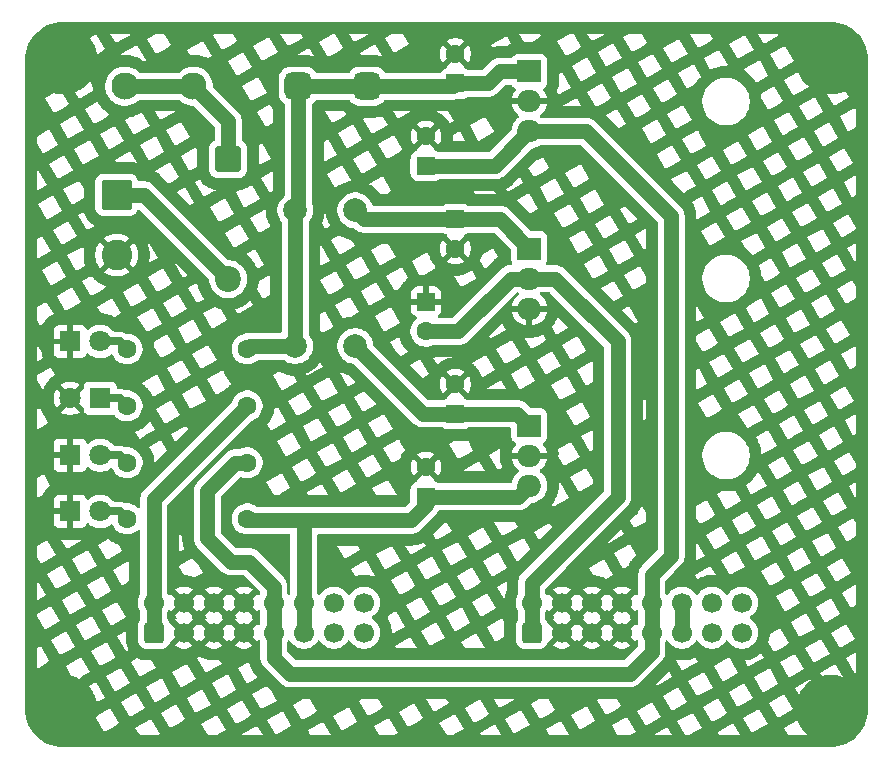
<source format=gtl>
%TF.GenerationSoftware,KiCad,Pcbnew,9.0.7*%
%TF.CreationDate,2026-01-24T13:01:46+00:00*%
%TF.ProjectId,bcm-power-supply,62636d2d-706f-4776-9572-2d737570706c,rev03*%
%TF.SameCoordinates,Original*%
%TF.FileFunction,Copper,L1,Top*%
%TF.FilePolarity,Positive*%
%FSLAX46Y46*%
G04 Gerber Fmt 4.6, Leading zero omitted, Abs format (unit mm)*
G04 Created by KiCad (PCBNEW 9.0.7) date 2026-01-24 13:01:46*
%MOMM*%
%LPD*%
G01*
G04 APERTURE LIST*
G04 Aperture macros list*
%AMRoundRect*
0 Rectangle with rounded corners*
0 $1 Rounding radius*
0 $2 $3 $4 $5 $6 $7 $8 $9 X,Y pos of 4 corners*
0 Add a 4 corners polygon primitive as box body*
4,1,4,$2,$3,$4,$5,$6,$7,$8,$9,$2,$3,0*
0 Add four circle primitives for the rounded corners*
1,1,$1+$1,$2,$3*
1,1,$1+$1,$4,$5*
1,1,$1+$1,$6,$7*
1,1,$1+$1,$8,$9*
0 Add four rect primitives between the rounded corners*
20,1,$1+$1,$2,$3,$4,$5,0*
20,1,$1+$1,$4,$5,$6,$7,0*
20,1,$1+$1,$6,$7,$8,$9,0*
20,1,$1+$1,$8,$9,$2,$3,0*%
G04 Aperture macros list end*
%TA.AperFunction,ComponentPad*%
%ADD10C,1.600000*%
%TD*%
%TA.AperFunction,ComponentPad*%
%ADD11R,2.000000X1.905000*%
%TD*%
%TA.AperFunction,ComponentPad*%
%ADD12O,2.000000X1.905000*%
%TD*%
%TA.AperFunction,ComponentPad*%
%ADD13RoundRect,0.575000X0.575000X0.575000X-0.575000X0.575000X-0.575000X-0.575000X0.575000X-0.575000X0*%
%TD*%
%TA.AperFunction,ComponentPad*%
%ADD14C,2.300000*%
%TD*%
%TA.AperFunction,ComponentPad*%
%ADD15RoundRect,0.250000X-1.050000X1.050000X-1.050000X-1.050000X1.050000X-1.050000X1.050000X1.050000X0*%
%TD*%
%TA.AperFunction,ComponentPad*%
%ADD16C,2.600000*%
%TD*%
%TA.AperFunction,ComponentPad*%
%ADD17R,1.800000X1.800000*%
%TD*%
%TA.AperFunction,ComponentPad*%
%ADD18C,1.800000*%
%TD*%
%TA.AperFunction,ComponentPad*%
%ADD19RoundRect,0.250000X0.550000X-0.550000X0.550000X0.550000X-0.550000X0.550000X-0.550000X-0.550000X0*%
%TD*%
%TA.AperFunction,ComponentPad*%
%ADD20C,2.000000*%
%TD*%
%TA.AperFunction,ComponentPad*%
%ADD21RoundRect,0.250000X-0.550000X0.550000X-0.550000X-0.550000X0.550000X-0.550000X0.550000X0.550000X0*%
%TD*%
%TA.AperFunction,ComponentPad*%
%ADD22RoundRect,0.250000X0.600000X-0.600000X0.600000X0.600000X-0.600000X0.600000X-0.600000X-0.600000X0*%
%TD*%
%TA.AperFunction,ComponentPad*%
%ADD23C,1.700000*%
%TD*%
%TA.AperFunction,ComponentPad*%
%ADD24C,5.600000*%
%TD*%
%TA.AperFunction,ComponentPad*%
%ADD25RoundRect,0.249999X-0.850001X0.850001X-0.850001X-0.850001X0.850001X-0.850001X0.850001X0.850001X0*%
%TD*%
%TA.AperFunction,ComponentPad*%
%ADD26C,2.200000*%
%TD*%
%TA.AperFunction,Conductor*%
%ADD27C,1.270000*%
%TD*%
%TA.AperFunction,Conductor*%
%ADD28C,0.635000*%
%TD*%
G04 APERTURE END LIST*
D10*
%TO.P,R3,1*%
%TO.N,Net-(D4-K)*%
X68453000Y-88317500D03*
%TO.P,R3,2*%
%TO.N,-12V*%
X78613000Y-88317500D03*
%TD*%
D11*
%TO.P,U3,1,IN*%
%TO.N,/power_5_filtered*%
X102500000Y-90000000D03*
D12*
%TO.P,U3,2,GND*%
%TO.N,GND*%
X102500000Y-92540000D03*
%TO.P,U3,3,OUT*%
%TO.N,+5V*%
X102500000Y-95080000D03*
%TD*%
D13*
%TO.P,F1,1*%
%TO.N,VCC*%
X88750000Y-61250000D03*
X82950000Y-61250000D03*
D14*
%TO.P,F1,2*%
%TO.N,/power_in_diode*%
X74050000Y-61250000D03*
X68250000Y-61250000D03*
%TD*%
D15*
%TO.P,J1,1,Pin_1*%
%TO.N,/power_in_raw*%
X67564000Y-70455000D03*
D16*
%TO.P,J1,2,Pin_2*%
%TO.N,GND*%
X67564000Y-75535000D03*
%TD*%
D17*
%TO.P,D3,1,K*%
%TO.N,GND*%
X63627000Y-92500000D03*
D18*
%TO.P,D3,2,A*%
%TO.N,Net-(D3-A)*%
X66167000Y-92500000D03*
%TD*%
D10*
%TO.P,R1,1*%
%TO.N,VCC*%
X78613000Y-83500000D03*
%TO.P,R1,2*%
%TO.N,Net-(D2-A)*%
X68453000Y-83500000D03*
%TD*%
D19*
%TO.P,C3,1*%
%TO.N,+12V*%
X93750000Y-68000000D03*
D10*
%TO.P,C3,2*%
%TO.N,GND*%
X93750000Y-65500000D03*
%TD*%
D19*
%TO.P,C6,1*%
%TO.N,+5V*%
X93750000Y-96000000D03*
D10*
%TO.P,C6,2*%
%TO.N,GND*%
X93750000Y-93500000D03*
%TD*%
%TO.P,R4,1*%
%TO.N,+5V*%
X78613000Y-97885000D03*
%TO.P,R4,2*%
%TO.N,Net-(D5-A)*%
X68453000Y-97885000D03*
%TD*%
D20*
%TO.P,L1,1,1*%
%TO.N,VCC*%
X82677000Y-71750000D03*
%TO.P,L1,2,2*%
%TO.N,/power_neg12_filtered*%
X87757000Y-71750000D03*
%TD*%
D11*
%TO.P,U1,1,IN*%
%TO.N,VCC*%
X102500000Y-60000000D03*
D12*
%TO.P,U1,2,GND*%
%TO.N,GND*%
X102500000Y-62540000D03*
%TO.P,U1,3,OUT*%
%TO.N,+12V*%
X102500000Y-65080000D03*
%TD*%
D10*
%TO.P,R2,1*%
%TO.N,+12V*%
X78613000Y-93135000D03*
%TO.P,R2,2*%
%TO.N,Net-(D3-A)*%
X68453000Y-93135000D03*
%TD*%
D21*
%TO.P,C2,1*%
%TO.N,/power_neg12_filtered*%
X96250000Y-72500000D03*
D10*
%TO.P,C2,2*%
%TO.N,GND*%
X96250000Y-75000000D03*
%TD*%
D22*
%TO.P,J2,1,-12V*%
%TO.N,-12V*%
X70722500Y-107520000D03*
D23*
%TO.P,J2,2,-12V*%
X70722500Y-104980000D03*
%TO.P,J2,3,GND*%
%TO.N,GND*%
X73262500Y-107520000D03*
%TO.P,J2,4,GND*%
X73262500Y-104980000D03*
%TO.P,J2,5,GND*%
X75802500Y-107520000D03*
%TO.P,J2,6,GND*%
X75802500Y-104980000D03*
%TO.P,J2,7,GND*%
X78342500Y-107520000D03*
%TO.P,J2,8,GND*%
X78342500Y-104980000D03*
%TO.P,J2,9,+12V*%
%TO.N,+12V*%
X80882500Y-107520000D03*
%TO.P,J2,10,+12V*%
X80882500Y-104980000D03*
%TO.P,J2,11,+5V*%
%TO.N,+5V*%
X83422500Y-107520000D03*
%TO.P,J2,12,+5V*%
X83422500Y-104980000D03*
%TO.P,J2,13,CV*%
%TO.N,/eurorack_cv_bus*%
X85962500Y-107520000D03*
%TO.P,J2,14,CV*%
X85962500Y-104980000D03*
%TO.P,J2,15,Gate*%
%TO.N,/eurorack_gate_bus*%
X88502500Y-107520000D03*
%TO.P,J2,16,Gate*%
X88502500Y-104980000D03*
%TD*%
D21*
%TO.P,C4,1*%
%TO.N,GND*%
X93750000Y-79500000D03*
D10*
%TO.P,C4,2*%
%TO.N,-12V*%
X93750000Y-82000000D03*
%TD*%
D17*
%TO.P,D5,1,K*%
%TO.N,GND*%
X63627000Y-97250000D03*
D18*
%TO.P,D5,2,A*%
%TO.N,Net-(D5-A)*%
X66167000Y-97250000D03*
%TD*%
D20*
%TO.P,L2,1,1*%
%TO.N,VCC*%
X82677000Y-83250000D03*
%TO.P,L2,2,2*%
%TO.N,/power_5_filtered*%
X87757000Y-83250000D03*
%TD*%
D24*
%TO.P,H1,1,1*%
%TO.N,GND*%
X63000000Y-59000000D03*
%TD*%
D22*
%TO.P,J3,1,-12V*%
%TO.N,-12V*%
X102722500Y-107520000D03*
D23*
%TO.P,J3,2,-12V*%
X102722500Y-104980000D03*
%TO.P,J3,3,GND*%
%TO.N,GND*%
X105262500Y-107520000D03*
%TO.P,J3,4,GND*%
X105262500Y-104980000D03*
%TO.P,J3,5,GND*%
X107802500Y-107520000D03*
%TO.P,J3,6,GND*%
X107802500Y-104980000D03*
%TO.P,J3,7,GND*%
X110342500Y-107520000D03*
%TO.P,J3,8,GND*%
X110342500Y-104980000D03*
%TO.P,J3,9,+12V*%
%TO.N,+12V*%
X112882500Y-107520000D03*
%TO.P,J3,10,+12V*%
X112882500Y-104980000D03*
%TO.P,J3,11,+5V*%
%TO.N,+5V*%
X115422500Y-107520000D03*
%TO.P,J3,12,+5V*%
X115422500Y-104980000D03*
%TO.P,J3,13,CV*%
%TO.N,/eurorack_cv_bus*%
X117962500Y-107520000D03*
%TO.P,J3,14,CV*%
X117962500Y-104980000D03*
%TO.P,J3,15,Gate*%
%TO.N,/eurorack_gate_bus*%
X120502500Y-107520000D03*
%TO.P,J3,16,Gate*%
X120502500Y-104980000D03*
%TD*%
D25*
%TO.P,D1,1,K*%
%TO.N,/power_in_diode*%
X77000000Y-67420000D03*
D26*
%TO.P,D1,2,A*%
%TO.N,/power_in_raw*%
X77000000Y-77580000D03*
%TD*%
D19*
%TO.P,C1,1*%
%TO.N,VCC*%
X96250000Y-61000000D03*
D10*
%TO.P,C1,2*%
%TO.N,GND*%
X96250000Y-58500000D03*
%TD*%
D19*
%TO.P,C5,1*%
%TO.N,/power_5_filtered*%
X96250000Y-89000000D03*
D10*
%TO.P,C5,2*%
%TO.N,GND*%
X96250000Y-86500000D03*
%TD*%
D11*
%TO.P,U2,1,IN*%
%TO.N,/power_neg12_filtered*%
X102500000Y-75000000D03*
D12*
%TO.P,U2,2,GND*%
%TO.N,-12V*%
X102500000Y-77540000D03*
%TO.P,U2,3,OUT*%
%TO.N,GND*%
X102500000Y-80080000D03*
%TD*%
D24*
%TO.P,H2,1,1*%
%TO.N,GND*%
X63000000Y-114000000D03*
%TD*%
D17*
%TO.P,D2,1,K*%
%TO.N,GND*%
X63627000Y-82865000D03*
D18*
%TO.P,D2,2,A*%
%TO.N,Net-(D2-A)*%
X66167000Y-82865000D03*
%TD*%
D24*
%TO.P,H4,1,1*%
%TO.N,GND*%
X128000000Y-114000000D03*
%TD*%
D17*
%TO.P,D4,1,K*%
%TO.N,Net-(D4-K)*%
X66167000Y-87682500D03*
D18*
%TO.P,D4,2,A*%
%TO.N,GND*%
X63627000Y-87682500D03*
%TD*%
D24*
%TO.P,H3,1,1*%
%TO.N,GND*%
X128000000Y-59000000D03*
%TD*%
D27*
%TO.N,VCC*%
X82677000Y-83250000D02*
X78863000Y-83250000D01*
X82950000Y-61250000D02*
X88750000Y-61250000D01*
X96000000Y-61250000D02*
X96250000Y-61000000D01*
X82950000Y-61250000D02*
X82950000Y-71477000D01*
X78863000Y-83250000D02*
X78613000Y-83500000D01*
X102500000Y-60000000D02*
X100000000Y-60000000D01*
X82950000Y-71477000D02*
X82677000Y-71750000D01*
X82677000Y-71750000D02*
X82677000Y-83250000D01*
X88750000Y-61250000D02*
X96000000Y-61250000D01*
X99000000Y-61000000D02*
X96250000Y-61000000D01*
X100000000Y-60000000D02*
X99000000Y-61000000D01*
%TO.N,/power_neg12_filtered*%
X96250000Y-72500000D02*
X88507000Y-72500000D01*
X88507000Y-72500000D02*
X87757000Y-71750000D01*
X96250000Y-72500000D02*
X100000000Y-72500000D01*
X100000000Y-72500000D02*
X102500000Y-75000000D01*
%TO.N,+12V*%
X114500000Y-72250000D02*
X107330000Y-65080000D01*
X77250000Y-101500000D02*
X75250000Y-99500000D01*
X80882500Y-103632500D02*
X78750000Y-101500000D01*
X113000000Y-104862500D02*
X112882500Y-104980000D01*
X80882500Y-109632500D02*
X80882500Y-107520000D01*
X93750000Y-68000000D02*
X99580000Y-68000000D01*
X114500000Y-101000000D02*
X114500000Y-72250000D01*
X112882500Y-102617500D02*
X114500000Y-101000000D01*
X111000000Y-111000000D02*
X82250000Y-111000000D01*
X99580000Y-68000000D02*
X102500000Y-65080000D01*
X78750000Y-101500000D02*
X77250000Y-101500000D01*
X112882500Y-104980000D02*
X112882500Y-102617500D01*
X107330000Y-65080000D02*
X102500000Y-65080000D01*
X112882500Y-107520000D02*
X112882500Y-104980000D01*
X75250000Y-99500000D02*
X75250000Y-95500000D01*
X112882500Y-107520000D02*
X112882500Y-109117500D01*
X112882500Y-109117500D02*
X111000000Y-111000000D01*
X80882500Y-107520000D02*
X80882500Y-104980000D01*
X78613000Y-93135000D02*
X77615000Y-93135000D01*
X82250000Y-111000000D02*
X80882500Y-109632500D01*
X77615000Y-93135000D02*
X75250000Y-95500000D01*
X80882500Y-104980000D02*
X80882500Y-103632500D01*
%TO.N,-12V*%
X102500000Y-77540000D02*
X104675000Y-77540000D01*
X100960000Y-77540000D02*
X96500000Y-82000000D01*
X102500000Y-77540000D02*
X100960000Y-77540000D01*
X102722500Y-107520000D02*
X102722500Y-104980000D01*
X96500000Y-82000000D02*
X93750000Y-82000000D01*
X70722500Y-107520000D02*
X70722500Y-104980000D01*
X70722500Y-96208000D02*
X78613000Y-88317500D01*
X104675000Y-77540000D02*
X110000000Y-82865000D01*
X70722500Y-104980000D02*
X70722500Y-96208000D01*
X102722500Y-103277500D02*
X102722500Y-104980000D01*
X110000000Y-82865000D02*
X110000000Y-96000000D01*
X110000000Y-96000000D02*
X102722500Y-103277500D01*
%TO.N,/power_in_diode*%
X77000000Y-64200000D02*
X74050000Y-61250000D01*
X77000000Y-67420000D02*
X77000000Y-64200000D01*
X74050000Y-61250000D02*
X68250000Y-61250000D01*
%TO.N,/power_in_raw*%
X67564000Y-70455000D02*
X69875000Y-70455000D01*
X69875000Y-70455000D02*
X77000000Y-77580000D01*
D28*
%TO.N,Net-(D2-A)*%
X67818000Y-82865000D02*
X68453000Y-83500000D01*
X66167000Y-82865000D02*
X67818000Y-82865000D01*
%TO.N,Net-(D3-A)*%
X66167000Y-92500000D02*
X67818000Y-92500000D01*
X67818000Y-92500000D02*
X68453000Y-93135000D01*
D27*
%TO.N,/power_5_filtered*%
X93507000Y-89000000D02*
X96250000Y-89000000D01*
X87757000Y-83250000D02*
X93507000Y-89000000D01*
X101500000Y-89000000D02*
X102500000Y-90000000D01*
X96250000Y-89000000D02*
X101500000Y-89000000D01*
%TO.N,+5V*%
X83500000Y-98000000D02*
X78728000Y-98000000D01*
X101580000Y-96000000D02*
X102500000Y-95080000D01*
X93750000Y-96000000D02*
X93750000Y-96750000D01*
X115422500Y-107520000D02*
X115422500Y-104980000D01*
X83422500Y-104980000D02*
X83422500Y-98077500D01*
X78728000Y-98000000D02*
X78613000Y-97885000D01*
X92500000Y-98000000D02*
X83500000Y-98000000D01*
X83422500Y-107520000D02*
X83422500Y-104980000D01*
X83422500Y-98077500D02*
X83500000Y-98000000D01*
X93750000Y-96750000D02*
X92500000Y-98000000D01*
X93750000Y-96000000D02*
X101580000Y-96000000D01*
D28*
%TO.N,Net-(D5-A)*%
X67818000Y-97250000D02*
X68453000Y-97885000D01*
X66167000Y-97250000D02*
X67818000Y-97250000D01*
%TO.N,Net-(D4-K)*%
X66167000Y-87682500D02*
X67818000Y-87682500D01*
X67818000Y-87682500D02*
X68453000Y-88317500D01*
%TD*%
%TA.AperFunction,Conductor*%
%TO.N,GND*%
G36*
X72796575Y-105172993D02*
G01*
X72862401Y-105287007D01*
X72955493Y-105380099D01*
X73069507Y-105445925D01*
X73133090Y-105462962D01*
X72500782Y-106095269D01*
X72500782Y-106095270D01*
X72554952Y-106134626D01*
X72564548Y-106139516D01*
X72615344Y-106187491D01*
X72632138Y-106255312D01*
X72609600Y-106321447D01*
X72564551Y-106360483D01*
X72554940Y-106365380D01*
X72500782Y-106404727D01*
X72500782Y-106404728D01*
X73133091Y-107037037D01*
X73069507Y-107054075D01*
X72955493Y-107119901D01*
X72862401Y-107212993D01*
X72796575Y-107327007D01*
X72779537Y-107390591D01*
X72140052Y-106751106D01*
X72098478Y-106742372D01*
X72048721Y-106693321D01*
X72039421Y-106672123D01*
X72037684Y-106666882D01*
X72014615Y-106597262D01*
X71921530Y-106446348D01*
X71902319Y-106427137D01*
X71868834Y-106365814D01*
X71866000Y-106339456D01*
X71866000Y-105756997D01*
X71882987Y-105696767D01*
X71882179Y-105696356D01*
X71884250Y-105692290D01*
X71884274Y-105692206D01*
X71884388Y-105692019D01*
X71884390Y-105692013D01*
X71884394Y-105692009D01*
X71886783Y-105687319D01*
X71934754Y-105636522D01*
X72002574Y-105619724D01*
X72068710Y-105642258D01*
X72104696Y-105683783D01*
X72105329Y-105683396D01*
X72107667Y-105687211D01*
X72107751Y-105687308D01*
X72107871Y-105687545D01*
X72107873Y-105687547D01*
X72147228Y-105741716D01*
X72779537Y-105109408D01*
X72796575Y-105172993D01*
G37*
%TD.AperFunction*%
%TA.AperFunction,Conductor*%
G36*
X75336575Y-105172993D02*
G01*
X75402401Y-105287007D01*
X75495493Y-105380099D01*
X75609507Y-105445925D01*
X75673090Y-105462962D01*
X75040782Y-106095269D01*
X75040782Y-106095270D01*
X75094952Y-106134626D01*
X75104548Y-106139516D01*
X75155344Y-106187491D01*
X75172138Y-106255312D01*
X75149600Y-106321447D01*
X75104551Y-106360483D01*
X75094940Y-106365380D01*
X75040782Y-106404727D01*
X75040782Y-106404728D01*
X75673091Y-107037037D01*
X75609507Y-107054075D01*
X75495493Y-107119901D01*
X75402401Y-107212993D01*
X75336575Y-107327007D01*
X75319537Y-107390591D01*
X74687228Y-106758282D01*
X74687227Y-106758282D01*
X74647880Y-106812440D01*
X74642983Y-106822051D01*
X74595006Y-106872845D01*
X74527184Y-106889638D01*
X74461050Y-106867098D01*
X74422016Y-106822048D01*
X74417126Y-106812452D01*
X74377770Y-106758282D01*
X73745462Y-107390590D01*
X73728425Y-107327007D01*
X73662599Y-107212993D01*
X73569507Y-107119901D01*
X73455493Y-107054075D01*
X73391909Y-107037037D01*
X74024216Y-106404728D01*
X73970050Y-106365375D01*
X73960454Y-106360486D01*
X73909657Y-106312512D01*
X73892861Y-106244692D01*
X73915397Y-106178556D01*
X73960454Y-106139514D01*
X73970054Y-106134622D01*
X74024216Y-106095270D01*
X74024217Y-106095270D01*
X73391908Y-105462962D01*
X73455493Y-105445925D01*
X73569507Y-105380099D01*
X73662599Y-105287007D01*
X73728425Y-105172993D01*
X73745462Y-105109408D01*
X74377770Y-105741717D01*
X74377770Y-105741716D01*
X74417122Y-105687554D01*
X74422014Y-105677954D01*
X74469988Y-105627157D01*
X74537808Y-105610361D01*
X74603944Y-105632897D01*
X74642986Y-105677954D01*
X74647875Y-105687550D01*
X74687228Y-105741716D01*
X75319537Y-105109408D01*
X75336575Y-105172993D01*
G37*
%TD.AperFunction*%
%TA.AperFunction,Conductor*%
G36*
X77876575Y-105172993D02*
G01*
X77942401Y-105287007D01*
X78035493Y-105380099D01*
X78149507Y-105445925D01*
X78213090Y-105462962D01*
X77580782Y-106095269D01*
X77580782Y-106095270D01*
X77634952Y-106134626D01*
X77644548Y-106139516D01*
X77695344Y-106187491D01*
X77712138Y-106255312D01*
X77689600Y-106321447D01*
X77644551Y-106360483D01*
X77634940Y-106365380D01*
X77580782Y-106404727D01*
X77580782Y-106404728D01*
X78213091Y-107037037D01*
X78149507Y-107054075D01*
X78035493Y-107119901D01*
X77942401Y-107212993D01*
X77876575Y-107327007D01*
X77859537Y-107390591D01*
X77227228Y-106758282D01*
X77227227Y-106758282D01*
X77187880Y-106812440D01*
X77182983Y-106822051D01*
X77135006Y-106872845D01*
X77067184Y-106889638D01*
X77001050Y-106867098D01*
X76962016Y-106822048D01*
X76957126Y-106812452D01*
X76917770Y-106758282D01*
X76917769Y-106758282D01*
X76285462Y-107390590D01*
X76268425Y-107327007D01*
X76202599Y-107212993D01*
X76109507Y-107119901D01*
X75995493Y-107054075D01*
X75931909Y-107037037D01*
X76564216Y-106404728D01*
X76510050Y-106365375D01*
X76500454Y-106360486D01*
X76449657Y-106312512D01*
X76432861Y-106244692D01*
X76455397Y-106178556D01*
X76500454Y-106139514D01*
X76510054Y-106134622D01*
X76564216Y-106095270D01*
X76564217Y-106095270D01*
X75931908Y-105462962D01*
X75995493Y-105445925D01*
X76109507Y-105380099D01*
X76202599Y-105287007D01*
X76268425Y-105172993D01*
X76285462Y-105109408D01*
X76917770Y-105741717D01*
X76917770Y-105741716D01*
X76957122Y-105687554D01*
X76962014Y-105677954D01*
X77009988Y-105627157D01*
X77077808Y-105610361D01*
X77143944Y-105632897D01*
X77182986Y-105677954D01*
X77187875Y-105687550D01*
X77227228Y-105741716D01*
X77859537Y-105109408D01*
X77876575Y-105172993D01*
G37*
%TD.AperFunction*%
%TA.AperFunction,Conductor*%
G36*
X104796575Y-105172993D02*
G01*
X104862401Y-105287007D01*
X104955493Y-105380099D01*
X105069507Y-105445925D01*
X105133090Y-105462962D01*
X104500782Y-106095269D01*
X104500782Y-106095270D01*
X104554952Y-106134626D01*
X104564548Y-106139516D01*
X104615344Y-106187491D01*
X104632138Y-106255312D01*
X104609600Y-106321447D01*
X104564551Y-106360483D01*
X104554940Y-106365380D01*
X104500782Y-106404727D01*
X104500782Y-106404728D01*
X105133091Y-107037037D01*
X105069507Y-107054075D01*
X104955493Y-107119901D01*
X104862401Y-107212993D01*
X104796575Y-107327007D01*
X104779537Y-107390591D01*
X104140052Y-106751106D01*
X104098478Y-106742372D01*
X104048721Y-106693321D01*
X104039421Y-106672123D01*
X104037684Y-106666882D01*
X104014615Y-106597262D01*
X103921530Y-106446348D01*
X103902319Y-106427137D01*
X103868834Y-106365814D01*
X103866000Y-106339456D01*
X103866000Y-105756997D01*
X103882987Y-105696767D01*
X103882179Y-105696356D01*
X103884250Y-105692290D01*
X103884274Y-105692206D01*
X103884388Y-105692019D01*
X103884390Y-105692013D01*
X103884394Y-105692009D01*
X103886783Y-105687319D01*
X103934754Y-105636522D01*
X104002574Y-105619724D01*
X104068710Y-105642258D01*
X104104696Y-105683783D01*
X104105329Y-105683396D01*
X104107667Y-105687211D01*
X104107751Y-105687308D01*
X104107871Y-105687545D01*
X104107873Y-105687547D01*
X104147228Y-105741716D01*
X104779536Y-105109407D01*
X104796575Y-105172993D01*
G37*
%TD.AperFunction*%
%TA.AperFunction,Conductor*%
G36*
X107336575Y-105172993D02*
G01*
X107402401Y-105287007D01*
X107495493Y-105380099D01*
X107609507Y-105445925D01*
X107673090Y-105462962D01*
X107040782Y-106095269D01*
X107040782Y-106095270D01*
X107094952Y-106134626D01*
X107104548Y-106139516D01*
X107155344Y-106187491D01*
X107172138Y-106255312D01*
X107149600Y-106321447D01*
X107104551Y-106360483D01*
X107094940Y-106365380D01*
X107040782Y-106404727D01*
X107040782Y-106404728D01*
X107673091Y-107037037D01*
X107609507Y-107054075D01*
X107495493Y-107119901D01*
X107402401Y-107212993D01*
X107336575Y-107327007D01*
X107319537Y-107390591D01*
X106687228Y-106758282D01*
X106687227Y-106758282D01*
X106647880Y-106812440D01*
X106642983Y-106822051D01*
X106595006Y-106872845D01*
X106527184Y-106889638D01*
X106461050Y-106867098D01*
X106422016Y-106822048D01*
X106417126Y-106812452D01*
X106377770Y-106758282D01*
X105745462Y-107390590D01*
X105728425Y-107327007D01*
X105662599Y-107212993D01*
X105569507Y-107119901D01*
X105455493Y-107054075D01*
X105391909Y-107037037D01*
X106024216Y-106404728D01*
X105970050Y-106365375D01*
X105960454Y-106360486D01*
X105909657Y-106312512D01*
X105892861Y-106244692D01*
X105915397Y-106178556D01*
X105960454Y-106139514D01*
X105970054Y-106134622D01*
X106024216Y-106095270D01*
X106024217Y-106095270D01*
X105391908Y-105462962D01*
X105455493Y-105445925D01*
X105569507Y-105380099D01*
X105662599Y-105287007D01*
X105728425Y-105172993D01*
X105745462Y-105109408D01*
X106377770Y-105741717D01*
X106377770Y-105741716D01*
X106417122Y-105687554D01*
X106422014Y-105677954D01*
X106469988Y-105627157D01*
X106537808Y-105610361D01*
X106603944Y-105632897D01*
X106642986Y-105677954D01*
X106647875Y-105687550D01*
X106687228Y-105741716D01*
X107319537Y-105109408D01*
X107336575Y-105172993D01*
G37*
%TD.AperFunction*%
%TA.AperFunction,Conductor*%
G36*
X109876575Y-105172993D02*
G01*
X109942401Y-105287007D01*
X110035493Y-105380099D01*
X110149507Y-105445925D01*
X110213090Y-105462962D01*
X109580782Y-106095269D01*
X109580782Y-106095270D01*
X109634952Y-106134626D01*
X109644548Y-106139516D01*
X109695344Y-106187491D01*
X109712138Y-106255312D01*
X109689600Y-106321447D01*
X109644551Y-106360483D01*
X109634940Y-106365380D01*
X109580782Y-106404727D01*
X109580782Y-106404728D01*
X110213091Y-107037037D01*
X110149507Y-107054075D01*
X110035493Y-107119901D01*
X109942401Y-107212993D01*
X109876575Y-107327007D01*
X109859537Y-107390591D01*
X109227228Y-106758282D01*
X109227227Y-106758282D01*
X109187880Y-106812440D01*
X109182983Y-106822051D01*
X109135006Y-106872845D01*
X109067184Y-106889638D01*
X109001050Y-106867098D01*
X108962016Y-106822048D01*
X108957126Y-106812452D01*
X108917770Y-106758282D01*
X108285462Y-107390590D01*
X108268425Y-107327007D01*
X108202599Y-107212993D01*
X108109507Y-107119901D01*
X107995493Y-107054075D01*
X107931909Y-107037037D01*
X108564216Y-106404728D01*
X108510050Y-106365375D01*
X108500454Y-106360486D01*
X108449657Y-106312512D01*
X108432861Y-106244692D01*
X108455397Y-106178556D01*
X108500454Y-106139514D01*
X108510054Y-106134622D01*
X108564216Y-106095270D01*
X108564217Y-106095270D01*
X107931908Y-105462962D01*
X107995493Y-105445925D01*
X108109507Y-105380099D01*
X108202599Y-105287007D01*
X108268425Y-105172993D01*
X108285462Y-105109409D01*
X108917770Y-105741717D01*
X108917770Y-105741716D01*
X108957122Y-105687554D01*
X108962014Y-105677954D01*
X109009988Y-105627157D01*
X109077808Y-105610361D01*
X109143944Y-105632897D01*
X109182986Y-105677954D01*
X109187875Y-105687550D01*
X109227228Y-105741716D01*
X109859537Y-105109408D01*
X109876575Y-105172993D01*
G37*
%TD.AperFunction*%
%TA.AperFunction,Conductor*%
G36*
X79457770Y-105741717D02*
G01*
X79457770Y-105741716D01*
X79497121Y-105687556D01*
X79497238Y-105687327D01*
X79497308Y-105687252D01*
X79499668Y-105683402D01*
X79500476Y-105683897D01*
X79545207Y-105636526D01*
X79613026Y-105619723D01*
X79679163Y-105642254D01*
X79718212Y-105687311D01*
X79720609Y-105692015D01*
X79720726Y-105692206D01*
X79720750Y-105692292D01*
X79722816Y-105696346D01*
X79722009Y-105696756D01*
X79739000Y-105756997D01*
X79739000Y-106743002D01*
X79722014Y-106803252D01*
X79722813Y-106803660D01*
X79720767Y-106807672D01*
X79720740Y-106807772D01*
X79720605Y-106807991D01*
X79718209Y-106812694D01*
X79670231Y-106863486D01*
X79602408Y-106880276D01*
X79536275Y-106857733D01*
X79500306Y-106816214D01*
X79499671Y-106816604D01*
X79497319Y-106812767D01*
X79497238Y-106812673D01*
X79497123Y-106812447D01*
X79457770Y-106758282D01*
X79457769Y-106758282D01*
X78825462Y-107390590D01*
X78808425Y-107327007D01*
X78742599Y-107212993D01*
X78649507Y-107119901D01*
X78535493Y-107054075D01*
X78471909Y-107037037D01*
X79104216Y-106404728D01*
X79050050Y-106365375D01*
X79040454Y-106360486D01*
X78989657Y-106312512D01*
X78972861Y-106244692D01*
X78995397Y-106178556D01*
X79040454Y-106139514D01*
X79050054Y-106134622D01*
X79104216Y-106095270D01*
X79104217Y-106095270D01*
X78471908Y-105462962D01*
X78535493Y-105445925D01*
X78649507Y-105380099D01*
X78742599Y-105287007D01*
X78808425Y-105172993D01*
X78825462Y-105109408D01*
X79457770Y-105741717D01*
G37*
%TD.AperFunction*%
%TA.AperFunction,Conductor*%
G36*
X111457770Y-105741717D02*
G01*
X111457770Y-105741716D01*
X111497121Y-105687556D01*
X111497238Y-105687327D01*
X111497308Y-105687252D01*
X111499668Y-105683402D01*
X111500476Y-105683897D01*
X111545207Y-105636526D01*
X111613026Y-105619723D01*
X111679163Y-105642254D01*
X111718212Y-105687311D01*
X111720609Y-105692015D01*
X111720726Y-105692206D01*
X111720750Y-105692292D01*
X111722816Y-105696346D01*
X111722009Y-105696756D01*
X111739000Y-105756997D01*
X111739000Y-106743002D01*
X111722014Y-106803252D01*
X111722813Y-106803660D01*
X111720767Y-106807672D01*
X111720740Y-106807772D01*
X111720605Y-106807991D01*
X111718209Y-106812694D01*
X111670231Y-106863486D01*
X111602408Y-106880276D01*
X111536275Y-106857733D01*
X111500306Y-106816214D01*
X111499671Y-106816604D01*
X111497319Y-106812767D01*
X111497238Y-106812673D01*
X111497123Y-106812447D01*
X111457770Y-106758282D01*
X110825462Y-107390590D01*
X110808425Y-107327007D01*
X110742599Y-107212993D01*
X110649507Y-107119901D01*
X110535493Y-107054075D01*
X110471909Y-107037037D01*
X111104216Y-106404728D01*
X111050050Y-106365375D01*
X111040454Y-106360486D01*
X110989657Y-106312512D01*
X110972861Y-106244692D01*
X110995397Y-106178556D01*
X111040454Y-106139514D01*
X111050054Y-106134622D01*
X111104216Y-106095270D01*
X111104217Y-106095270D01*
X110471908Y-105462962D01*
X110535493Y-105445925D01*
X110649507Y-105380099D01*
X110742599Y-105287007D01*
X110808425Y-105172993D01*
X110825462Y-105109408D01*
X111457770Y-105741717D01*
G37*
%TD.AperFunction*%
%TA.AperFunction,Conductor*%
G36*
X128003243Y-55805469D02*
G01*
X128327450Y-55822461D01*
X128340358Y-55823818D01*
X128657796Y-55874095D01*
X128670480Y-55876790D01*
X128980946Y-55959979D01*
X128993287Y-55963990D01*
X129293330Y-56079165D01*
X129305185Y-56084443D01*
X129591576Y-56230367D01*
X129602792Y-56236843D01*
X129872355Y-56411898D01*
X129882836Y-56419513D01*
X130132625Y-56621788D01*
X130142270Y-56630473D01*
X130369526Y-56857729D01*
X130378211Y-56867374D01*
X130580484Y-57117160D01*
X130588103Y-57127648D01*
X130757270Y-57388143D01*
X130763149Y-57397195D01*
X130769635Y-57408429D01*
X130844485Y-57555330D01*
X130915555Y-57694811D01*
X130920834Y-57706669D01*
X131036009Y-58006712D01*
X131040020Y-58019055D01*
X131123207Y-58329513D01*
X131125905Y-58342209D01*
X131176181Y-58659641D01*
X131177538Y-58672549D01*
X131194530Y-58996756D01*
X131194700Y-59003246D01*
X131194700Y-113996753D01*
X131194530Y-114003243D01*
X131177538Y-114327450D01*
X131176181Y-114340358D01*
X131125905Y-114657790D01*
X131123207Y-114670486D01*
X131040020Y-114980944D01*
X131036009Y-114993287D01*
X130920834Y-115293330D01*
X130915555Y-115305188D01*
X130769639Y-115591564D01*
X130763149Y-115602804D01*
X130588108Y-115872345D01*
X130580479Y-115882846D01*
X130378211Y-116132625D01*
X130369526Y-116142270D01*
X130142270Y-116369526D01*
X130132625Y-116378211D01*
X129882846Y-116580479D01*
X129872345Y-116588108D01*
X129602804Y-116763149D01*
X129591564Y-116769639D01*
X129305188Y-116915555D01*
X129293330Y-116920834D01*
X128993287Y-117036009D01*
X128980944Y-117040020D01*
X128670486Y-117123207D01*
X128657790Y-117125905D01*
X128340358Y-117176181D01*
X128327450Y-117177538D01*
X128003244Y-117194530D01*
X127996754Y-117194700D01*
X63003246Y-117194700D01*
X62996756Y-117194530D01*
X62672549Y-117177538D01*
X62659641Y-117176181D01*
X62342209Y-117125905D01*
X62329513Y-117123207D01*
X62019055Y-117040020D01*
X62006712Y-117036009D01*
X61706669Y-116920834D01*
X61694811Y-116915555D01*
X61513048Y-116822942D01*
X61408429Y-116769635D01*
X61397201Y-116763152D01*
X61127648Y-116588103D01*
X61117160Y-116580484D01*
X60867374Y-116378211D01*
X60857729Y-116369526D01*
X60630473Y-116142270D01*
X60621788Y-116132625D01*
X60549432Y-116043273D01*
X60419513Y-115882836D01*
X60411898Y-115872355D01*
X60236843Y-115602792D01*
X60230367Y-115591576D01*
X60084443Y-115305185D01*
X60079165Y-115293330D01*
X60069720Y-115268726D01*
X59963989Y-114993286D01*
X59959979Y-114980944D01*
X59925606Y-114852661D01*
X59906033Y-114779615D01*
X65821254Y-114779615D01*
X66490393Y-115938599D01*
X67158456Y-115552892D01*
X69154455Y-115552892D01*
X69526158Y-116196700D01*
X71043349Y-116196700D01*
X71206227Y-116102661D01*
X70455226Y-114801891D01*
X69154455Y-115552892D01*
X67158456Y-115552892D01*
X67791163Y-115187598D01*
X67040162Y-113886827D01*
X65870952Y-114561871D01*
X65821254Y-114779615D01*
X59906033Y-114779615D01*
X59876790Y-114670480D01*
X59874094Y-114657790D01*
X59864759Y-114598853D01*
X59823818Y-114340358D01*
X59822461Y-114327450D01*
X59805470Y-114003243D01*
X59805300Y-113996753D01*
X59805300Y-112064539D01*
X65196458Y-112064539D01*
X65384116Y-112299854D01*
X65392163Y-112311195D01*
X65559481Y-112577481D01*
X65566207Y-112589651D01*
X65702659Y-112872996D01*
X65707981Y-112885843D01*
X65811850Y-113182684D01*
X65815699Y-113196046D01*
X65865175Y-113412816D01*
X65908455Y-113387828D01*
X67904455Y-113387828D01*
X68655456Y-114688599D01*
X69323520Y-114302892D01*
X71319519Y-114302892D01*
X72070520Y-115603662D01*
X72738583Y-115217955D01*
X74734582Y-115217955D01*
X75299661Y-116196700D01*
X76043349Y-116196700D01*
X76153648Y-116133019D01*
X78149647Y-116133019D01*
X78186413Y-116196700D01*
X79920774Y-116196700D01*
X79450416Y-115382018D01*
X78149647Y-116133019D01*
X76153648Y-116133019D01*
X76786354Y-115767725D01*
X76035353Y-114466954D01*
X74734582Y-115217955D01*
X72738583Y-115217955D01*
X73371290Y-114852661D01*
X72620289Y-113551891D01*
X71319519Y-114302892D01*
X69323520Y-114302892D01*
X69956227Y-113937598D01*
X69205226Y-112636827D01*
X67904455Y-113387828D01*
X65908455Y-113387828D01*
X66541162Y-113022534D01*
X65790162Y-111721764D01*
X65196458Y-112064539D01*
X59805300Y-112064539D01*
X59805300Y-108827428D01*
X60803300Y-108827428D01*
X60803300Y-110561788D01*
X61243391Y-110307701D01*
X63239392Y-110307701D01*
X63736624Y-111168933D01*
X63803954Y-111184301D01*
X63817316Y-111188150D01*
X64114157Y-111292019D01*
X64127004Y-111297341D01*
X64346338Y-111402966D01*
X64658455Y-111222765D01*
X66654455Y-111222765D01*
X67405456Y-112523535D01*
X68073520Y-112137828D01*
X70069519Y-112137828D01*
X70820520Y-113438599D01*
X71488583Y-113052892D01*
X73484582Y-113052892D01*
X74235583Y-114353662D01*
X74903647Y-113967955D01*
X76899646Y-113967955D01*
X77650647Y-115268726D01*
X78318710Y-114883019D01*
X80314709Y-114883019D01*
X81065710Y-116183788D01*
X81733773Y-115798082D01*
X83729773Y-115798082D01*
X83959916Y-116196700D01*
X85694276Y-116196700D01*
X85030543Y-115047081D01*
X83729773Y-115798082D01*
X81733773Y-115798082D01*
X82366481Y-115432788D01*
X81615480Y-114132018D01*
X80314709Y-114883019D01*
X78318710Y-114883019D01*
X78951417Y-114517725D01*
X78200416Y-113216954D01*
X76899646Y-113967955D01*
X74903647Y-113967955D01*
X75536354Y-113602661D01*
X74785353Y-112301891D01*
X73484582Y-113052892D01*
X71488583Y-113052892D01*
X72121290Y-112687598D01*
X71370289Y-111386827D01*
X70069519Y-112137828D01*
X68073520Y-112137828D01*
X68706227Y-111772534D01*
X67955226Y-110471764D01*
X66654455Y-111222765D01*
X64658455Y-111222765D01*
X65291163Y-110857471D01*
X64540162Y-109556700D01*
X63239392Y-110307701D01*
X61243391Y-110307701D01*
X61876099Y-109942407D01*
X61125099Y-108641637D01*
X60803300Y-108827428D01*
X59805300Y-108827428D01*
X59805300Y-108142638D01*
X61989392Y-108142638D01*
X62740393Y-109443408D01*
X63408456Y-109057701D01*
X65404455Y-109057701D01*
X66155456Y-110358472D01*
X66823521Y-109972764D01*
X68819519Y-109972764D01*
X69570520Y-111273535D01*
X70238583Y-110887828D01*
X72234582Y-110887828D01*
X72985583Y-112188599D01*
X73653647Y-111802892D01*
X75649646Y-111802892D01*
X76400647Y-113103662D01*
X77068710Y-112717955D01*
X79064709Y-112717955D01*
X79815710Y-114018726D01*
X80483774Y-113633019D01*
X82479773Y-113633019D01*
X83230774Y-114933789D01*
X83898837Y-114548082D01*
X85894836Y-114548082D01*
X86645837Y-115848853D01*
X87313901Y-115463146D01*
X89309900Y-115463146D01*
X89733418Y-116196700D01*
X91043348Y-116196700D01*
X91361671Y-116012915D01*
X90610670Y-114712145D01*
X89309900Y-115463146D01*
X87313901Y-115463146D01*
X87946608Y-115097852D01*
X87195607Y-113797081D01*
X85894836Y-114548082D01*
X83898837Y-114548082D01*
X84531544Y-114182788D01*
X84020759Y-113298082D01*
X88059900Y-113298082D01*
X88810901Y-114598853D01*
X89478964Y-114213146D01*
X91474963Y-114213146D01*
X92225964Y-115513916D01*
X92894028Y-115128209D01*
X94890027Y-115128209D01*
X95506921Y-116196700D01*
X96043349Y-116196700D01*
X96309092Y-116043273D01*
X98305091Y-116043273D01*
X98393672Y-116196700D01*
X100128033Y-116196700D01*
X99605861Y-115292272D01*
X98305091Y-116043273D01*
X96309092Y-116043273D01*
X96941798Y-115677979D01*
X96190797Y-114377208D01*
X94890027Y-115128209D01*
X92894028Y-115128209D01*
X93526735Y-114762915D01*
X92775734Y-113462145D01*
X91474963Y-114213146D01*
X89478964Y-114213146D01*
X90111671Y-113847852D01*
X89703858Y-113141500D01*
X93743001Y-113141500D01*
X94391028Y-114263916D01*
X95059091Y-113878209D01*
X97055090Y-113878209D01*
X97806091Y-115178980D01*
X98474155Y-114793273D01*
X100470154Y-114793273D01*
X101221155Y-116094043D01*
X101889218Y-115708336D01*
X103885218Y-115708336D01*
X104167175Y-116196700D01*
X105901536Y-116196700D01*
X105185988Y-114957335D01*
X103885218Y-115708336D01*
X101889218Y-115708336D01*
X102521925Y-115343042D01*
X101770924Y-114042272D01*
X100470154Y-114793273D01*
X98474155Y-114793273D01*
X99106862Y-114427979D01*
X98364113Y-113141500D01*
X99516503Y-113141500D01*
X99971155Y-113928980D01*
X100639218Y-113543273D01*
X102635217Y-113543273D01*
X103386218Y-114844043D01*
X104054282Y-114458336D01*
X106050281Y-114458336D01*
X106801282Y-115759107D01*
X107469345Y-115373400D01*
X109465344Y-115373400D01*
X109940677Y-116196700D01*
X111043348Y-116196700D01*
X113039347Y-116196700D01*
X114561790Y-116196700D01*
X114181178Y-115537462D01*
X113039347Y-116196700D01*
X111043348Y-116196700D01*
X111517115Y-115923169D01*
X110766115Y-114622399D01*
X109465344Y-115373400D01*
X107469345Y-115373400D01*
X108102052Y-115008106D01*
X107351051Y-113707335D01*
X106050281Y-114458336D01*
X104054282Y-114458336D01*
X104686989Y-114093042D01*
X104176204Y-113208336D01*
X108215344Y-113208336D01*
X108966345Y-114509107D01*
X109634409Y-114123400D01*
X111630408Y-114123400D01*
X112381409Y-115424170D01*
X113049472Y-115038463D01*
X115045471Y-115038463D01*
X115714180Y-116196700D01*
X116043349Y-116196700D01*
X116464536Y-115953527D01*
X118460536Y-115953527D01*
X118600932Y-116196700D01*
X120335292Y-116196700D01*
X119761305Y-115202526D01*
X118460536Y-115953527D01*
X116464536Y-115953527D01*
X117097243Y-115588233D01*
X116346242Y-114287462D01*
X115045471Y-115038463D01*
X113049472Y-115038463D01*
X113682179Y-114673169D01*
X112931178Y-113372399D01*
X111630408Y-114123400D01*
X109634409Y-114123400D01*
X110267116Y-113758106D01*
X109911118Y-113141500D01*
X108331108Y-113141500D01*
X108215344Y-113208336D01*
X104176204Y-113208336D01*
X104137616Y-113141500D01*
X103331109Y-113141500D01*
X102635217Y-113543273D01*
X100639218Y-113543273D01*
X101271925Y-113177979D01*
X101250864Y-113141500D01*
X99516503Y-113141500D01*
X98364113Y-113141500D01*
X98331109Y-113141500D01*
X97055090Y-113878209D01*
X95059091Y-113878209D01*
X95691797Y-113512915D01*
X95477361Y-113141500D01*
X93743001Y-113141500D01*
X89703858Y-113141500D01*
X88331109Y-113141500D01*
X88059900Y-113298082D01*
X84020759Y-113298082D01*
X83930356Y-113141500D01*
X83331109Y-113141500D01*
X82479773Y-113633019D01*
X80483774Y-113633019D01*
X81116481Y-113267725D01*
X80888817Y-112873400D01*
X113795471Y-112873400D01*
X114546472Y-114174170D01*
X115214536Y-113788463D01*
X117210535Y-113788463D01*
X117961536Y-115089234D01*
X118629599Y-114703527D01*
X120625598Y-114703527D01*
X121376599Y-116004297D01*
X122044663Y-115618590D01*
X124040662Y-115618590D01*
X124374434Y-116196700D01*
X126043349Y-116196700D01*
X126055816Y-116189501D01*
X126053977Y-116188035D01*
X126043609Y-116178769D01*
X125821231Y-115956391D01*
X125811965Y-115946023D01*
X125615884Y-115700146D01*
X125607837Y-115688805D01*
X125440519Y-115422519D01*
X125433793Y-115410349D01*
X125297341Y-115127004D01*
X125292019Y-115114157D01*
X125228546Y-114932763D01*
X124040662Y-115618590D01*
X122044663Y-115618590D01*
X122677370Y-115253296D01*
X121926369Y-113952526D01*
X120625598Y-114703527D01*
X118629599Y-114703527D01*
X119262306Y-114338233D01*
X118511305Y-113037462D01*
X117210535Y-113788463D01*
X115214536Y-113788463D01*
X115847243Y-113423169D01*
X115096242Y-112122399D01*
X113795471Y-112873400D01*
X80888817Y-112873400D01*
X80607354Y-112385892D01*
X80253226Y-112031764D01*
X79064709Y-112717955D01*
X77068710Y-112717955D01*
X77701417Y-112352661D01*
X76950416Y-111051891D01*
X75649646Y-111802892D01*
X73653647Y-111802892D01*
X74286354Y-111437598D01*
X73535353Y-110136827D01*
X72234582Y-110887828D01*
X70238583Y-110887828D01*
X70871290Y-110522534D01*
X70498300Y-109876499D01*
X70059260Y-109876500D01*
X70056108Y-109876460D01*
X70037037Y-109875975D01*
X70033883Y-109875855D01*
X70008512Y-109874563D01*
X70005361Y-109874362D01*
X69986312Y-109872905D01*
X69983166Y-109872624D01*
X69839556Y-109857952D01*
X69832852Y-109857082D01*
X69792440Y-109850712D01*
X69785790Y-109849477D01*
X69732541Y-109838078D01*
X69725969Y-109836482D01*
X69686481Y-109825747D01*
X69680007Y-109823796D01*
X69458280Y-109750324D01*
X69451502Y-109747857D01*
X69410950Y-109731747D01*
X69404329Y-109728892D01*
X69351682Y-109704344D01*
X69345236Y-109701106D01*
X69316697Y-109685718D01*
X68819519Y-109972764D01*
X66823521Y-109972764D01*
X67403647Y-109637828D01*
X74399646Y-109637828D01*
X75150647Y-110938599D01*
X75818710Y-110552892D01*
X77814709Y-110552892D01*
X78565710Y-111853661D01*
X79522639Y-111301177D01*
X79290737Y-111069275D01*
X79287363Y-111065766D01*
X79267370Y-111044138D01*
X79264135Y-111040498D01*
X79238677Y-111010691D01*
X79235587Y-111006926D01*
X79217349Y-110983791D01*
X79214411Y-110979910D01*
X79085570Y-110802578D01*
X79082785Y-110798582D01*
X79066417Y-110774085D01*
X79063791Y-110769982D01*
X79043310Y-110736558D01*
X79040849Y-110732360D01*
X79026458Y-110706663D01*
X79024163Y-110702368D01*
X78945816Y-110548602D01*
X78924658Y-110507078D01*
X78924653Y-110507068D01*
X78905510Y-110469497D01*
X78895422Y-110442152D01*
X78894488Y-110438265D01*
X78893242Y-110435255D01*
X78891469Y-110430723D01*
X78881277Y-110403097D01*
X78879681Y-110398497D01*
X78857553Y-110330396D01*
X78857553Y-110330395D01*
X78811947Y-110190032D01*
X78810535Y-110185378D01*
X78802541Y-110157038D01*
X78801311Y-110152324D01*
X78792159Y-110114207D01*
X78791114Y-110109447D01*
X78785366Y-110080548D01*
X78784511Y-110075756D01*
X78772498Y-109999912D01*
X77814709Y-110552892D01*
X75818710Y-110552892D01*
X76451417Y-110187598D01*
X76243470Y-109827424D01*
X76045520Y-109858777D01*
X76040696Y-109859445D01*
X76011462Y-109862905D01*
X76006625Y-109863381D01*
X75967546Y-109866459D01*
X75962681Y-109866746D01*
X75933229Y-109867904D01*
X75928357Y-109868000D01*
X75676643Y-109868000D01*
X75671771Y-109867904D01*
X75642319Y-109866746D01*
X75637454Y-109866459D01*
X75598375Y-109863381D01*
X75593538Y-109862905D01*
X75564304Y-109859445D01*
X75559480Y-109858777D01*
X75310907Y-109819406D01*
X75306119Y-109818551D01*
X75277256Y-109812811D01*
X75272504Y-109811769D01*
X75234387Y-109802621D01*
X75229671Y-109801391D01*
X75201294Y-109793389D01*
X75196630Y-109791974D01*
X74957237Y-109714191D01*
X74952636Y-109712595D01*
X74924991Y-109702396D01*
X74920455Y-109700621D01*
X74884239Y-109685619D01*
X74879781Y-109683669D01*
X74853037Y-109671340D01*
X74848654Y-109669214D01*
X74624390Y-109554944D01*
X74620095Y-109552648D01*
X74594383Y-109538248D01*
X74590181Y-109535785D01*
X74583491Y-109531685D01*
X74399646Y-109637828D01*
X67403647Y-109637828D01*
X67456227Y-109607471D01*
X66705226Y-108306700D01*
X65404455Y-109057701D01*
X63408456Y-109057701D01*
X64041163Y-108692407D01*
X63290162Y-107391637D01*
X61989392Y-108142638D01*
X59805300Y-108142638D01*
X59805300Y-105940677D01*
X60803300Y-105940677D01*
X60803300Y-106088263D01*
X61490393Y-107278344D01*
X62158455Y-106892638D01*
X64154455Y-106892638D01*
X64905456Y-108193408D01*
X65573520Y-107807701D01*
X67569519Y-107807701D01*
X68320520Y-109108471D01*
X68577074Y-108960349D01*
X68565719Y-108941939D01*
X68562112Y-108935690D01*
X68541394Y-108897264D01*
X68538156Y-108890818D01*
X68513608Y-108838171D01*
X68510753Y-108831550D01*
X68494643Y-108790998D01*
X68492176Y-108784221D01*
X68418703Y-108562492D01*
X68416751Y-108556016D01*
X68406015Y-108516522D01*
X68404420Y-108509949D01*
X68393021Y-108456697D01*
X68391786Y-108450047D01*
X68385417Y-108409637D01*
X68384547Y-108402933D01*
X68369877Y-108259326D01*
X68369596Y-108256185D01*
X68368139Y-108237142D01*
X68367939Y-108233989D01*
X68366647Y-108208621D01*
X68366526Y-108205466D01*
X68366041Y-108186393D01*
X68366001Y-108183241D01*
X68366000Y-107347852D01*
X67569519Y-107807701D01*
X65573520Y-107807701D01*
X66206227Y-107442407D01*
X65455226Y-106141637D01*
X64154455Y-106892638D01*
X62158455Y-106892638D01*
X62791163Y-106527344D01*
X62040162Y-105226573D01*
X60803300Y-105940677D01*
X59805300Y-105940677D01*
X59805300Y-104788285D01*
X60803300Y-104788285D01*
X60908454Y-104727574D01*
X62904455Y-104727574D01*
X63655456Y-106028345D01*
X64323520Y-105642638D01*
X66319519Y-105642638D01*
X67070520Y-106943408D01*
X68371290Y-106192407D01*
X67620289Y-104891637D01*
X66319519Y-105642638D01*
X64323520Y-105642638D01*
X64956227Y-105277344D01*
X64205226Y-103976573D01*
X62904455Y-104727574D01*
X60908454Y-104727574D01*
X61541162Y-104362280D01*
X60803300Y-103084265D01*
X60803300Y-104788285D01*
X59805300Y-104788285D01*
X59805300Y-102562511D01*
X61654455Y-102562511D01*
X62405456Y-103863281D01*
X63073520Y-103477574D01*
X65069519Y-103477574D01*
X65820520Y-104778345D01*
X67121290Y-104027344D01*
X66370289Y-102726573D01*
X65069519Y-103477574D01*
X63073520Y-103477574D01*
X63706227Y-103112280D01*
X62955226Y-101811510D01*
X61654455Y-102562511D01*
X59805300Y-102562511D01*
X59805300Y-100167174D01*
X60803300Y-100167174D01*
X60803300Y-101088264D01*
X61155456Y-101698218D01*
X61823520Y-101312511D01*
X63819519Y-101312511D01*
X64570520Y-102613281D01*
X65238583Y-102227574D01*
X67234582Y-102227574D01*
X67985583Y-103528344D01*
X68581000Y-103184580D01*
X68581000Y-101555634D01*
X68535354Y-101476573D01*
X67234582Y-102227574D01*
X65238583Y-102227574D01*
X65871290Y-101862280D01*
X65120289Y-100561510D01*
X63819519Y-101312511D01*
X61823520Y-101312511D01*
X62456227Y-100947217D01*
X61706123Y-99648000D01*
X62858514Y-99648000D01*
X63320520Y-100448218D01*
X63988583Y-100062511D01*
X65984582Y-100062511D01*
X66735583Y-101363281D01*
X68036353Y-100612280D01*
X67725465Y-100073807D01*
X67623679Y-100040734D01*
X67619085Y-100039141D01*
X67591476Y-100028957D01*
X67586946Y-100027184D01*
X67550729Y-100012186D01*
X67546261Y-100010232D01*
X67519485Y-99997889D01*
X67515101Y-99995763D01*
X67296651Y-99884456D01*
X67292357Y-99882160D01*
X67266662Y-99867770D01*
X67262463Y-99865309D01*
X67229040Y-99844828D01*
X67224937Y-99842202D01*
X67200442Y-99825835D01*
X67196448Y-99823051D01*
X66998092Y-99678938D01*
X66994205Y-99675996D01*
X66971047Y-99657738D01*
X66967281Y-99654647D01*
X66937474Y-99629186D01*
X66933835Y-99625952D01*
X66912230Y-99605978D01*
X66908726Y-99602608D01*
X66862032Y-99555914D01*
X65984582Y-100062511D01*
X63988583Y-100062511D01*
X64621289Y-99697217D01*
X64592827Y-99647920D01*
X64591491Y-99647956D01*
X64588177Y-99648000D01*
X63676454Y-99648000D01*
X63629000Y-99638561D01*
X63627000Y-99637732D01*
X63625000Y-99638561D01*
X63577546Y-99648000D01*
X62858514Y-99648000D01*
X61706123Y-99648000D01*
X61705226Y-99646446D01*
X60803300Y-100167174D01*
X59805300Y-100167174D01*
X59805300Y-96302155D01*
X62227000Y-96302155D01*
X62227000Y-97000000D01*
X63251722Y-97000000D01*
X63207667Y-97076306D01*
X63177000Y-97190756D01*
X63177000Y-97309244D01*
X63207667Y-97423694D01*
X63251722Y-97500000D01*
X62227000Y-97500000D01*
X62227000Y-98197844D01*
X62233401Y-98257372D01*
X62233403Y-98257379D01*
X62283645Y-98392086D01*
X62283649Y-98392093D01*
X62369809Y-98507187D01*
X62369812Y-98507190D01*
X62484906Y-98593350D01*
X62484913Y-98593354D01*
X62619620Y-98643596D01*
X62619627Y-98643598D01*
X62679155Y-98649999D01*
X62679172Y-98650000D01*
X63377000Y-98650000D01*
X63377000Y-97625277D01*
X63453306Y-97669333D01*
X63567756Y-97700000D01*
X63686244Y-97700000D01*
X63800694Y-97669333D01*
X63877000Y-97625277D01*
X63877000Y-98650000D01*
X64574828Y-98650000D01*
X64574844Y-98649999D01*
X64634372Y-98643598D01*
X64634379Y-98643596D01*
X64769086Y-98593354D01*
X64769093Y-98593350D01*
X64884187Y-98507190D01*
X64884190Y-98507187D01*
X64970350Y-98392093D01*
X64970354Y-98392086D01*
X64997140Y-98320270D01*
X65039011Y-98264336D01*
X65104475Y-98239919D01*
X65172748Y-98254770D01*
X65201003Y-98275922D01*
X65249424Y-98324343D01*
X65428785Y-98454657D01*
X65522114Y-98502210D01*
X65626319Y-98555306D01*
X65626321Y-98555306D01*
X65626324Y-98555308D01*
X65837176Y-98623818D01*
X66056149Y-98658500D01*
X66056150Y-98658500D01*
X66277850Y-98658500D01*
X66277851Y-98658500D01*
X66496824Y-98623818D01*
X66707676Y-98555308D01*
X66905215Y-98454657D01*
X67057411Y-98344078D01*
X67123215Y-98320600D01*
X67191269Y-98336425D01*
X67239964Y-98386531D01*
X67240780Y-98388103D01*
X67242813Y-98392093D01*
X67304375Y-98512915D01*
X67333873Y-98570806D01*
X67454926Y-98737423D01*
X67454930Y-98737428D01*
X67600571Y-98883069D01*
X67600576Y-98883073D01*
X67727082Y-98974984D01*
X67767197Y-99004129D01*
X67876306Y-99059723D01*
X67950705Y-99097632D01*
X67950707Y-99097632D01*
X67950710Y-99097634D01*
X68005216Y-99115344D01*
X68146591Y-99161280D01*
X68248305Y-99177390D01*
X68350019Y-99193500D01*
X68350020Y-99193500D01*
X68555980Y-99193500D01*
X68555981Y-99193500D01*
X68759408Y-99161280D01*
X68955290Y-99097634D01*
X69138803Y-99004129D01*
X69305430Y-98883068D01*
X69367319Y-98821179D01*
X69428642Y-98787694D01*
X69498334Y-98792678D01*
X69554267Y-98834550D01*
X69578684Y-98900014D01*
X69579000Y-98908860D01*
X69579000Y-104203002D01*
X69562016Y-104263242D01*
X69562818Y-104263651D01*
X69560766Y-104267676D01*
X69560740Y-104267772D01*
X69560610Y-104267983D01*
X69463527Y-104458516D01*
X69463526Y-104458519D01*
X69397451Y-104661882D01*
X69364000Y-104873084D01*
X69364000Y-105086915D01*
X69397451Y-105298117D01*
X69463526Y-105501480D01*
X69463527Y-105501483D01*
X69560610Y-105692017D01*
X69560726Y-105692206D01*
X69560750Y-105692291D01*
X69562818Y-105696350D01*
X69562010Y-105696761D01*
X69579000Y-105756997D01*
X69579000Y-106339456D01*
X69559315Y-106406495D01*
X69542681Y-106427137D01*
X69523471Y-106446346D01*
X69430386Y-106597259D01*
X69430384Y-106597264D01*
X69374613Y-106765572D01*
X69364000Y-106869447D01*
X69364000Y-108170537D01*
X69364001Y-108170553D01*
X69374613Y-108274427D01*
X69399275Y-108348852D01*
X69430385Y-108442738D01*
X69523470Y-108593652D01*
X69648848Y-108719030D01*
X69799762Y-108812115D01*
X69968074Y-108867887D01*
X70071955Y-108878500D01*
X71373044Y-108878499D01*
X71476926Y-108867887D01*
X71645238Y-108812115D01*
X71796152Y-108719030D01*
X71921530Y-108593652D01*
X72014615Y-108442738D01*
X72039421Y-108367875D01*
X72079193Y-108310431D01*
X72143708Y-108283607D01*
X72145362Y-108283582D01*
X72779537Y-107649408D01*
X72796575Y-107712993D01*
X72862401Y-107827007D01*
X72955493Y-107920099D01*
X73069507Y-107985925D01*
X73133090Y-108002962D01*
X72500782Y-108635269D01*
X72500782Y-108635270D01*
X72554949Y-108674624D01*
X72744282Y-108771095D01*
X72946370Y-108836757D01*
X73156254Y-108870000D01*
X73368746Y-108870000D01*
X73578627Y-108836757D01*
X73578630Y-108836757D01*
X73780717Y-108771095D01*
X73970054Y-108674622D01*
X74024216Y-108635270D01*
X74024217Y-108635270D01*
X73391908Y-108002962D01*
X73455493Y-107985925D01*
X73569507Y-107920099D01*
X73662599Y-107827007D01*
X73728425Y-107712993D01*
X73745462Y-107649408D01*
X74377770Y-108281717D01*
X74377770Y-108281716D01*
X74417122Y-108227554D01*
X74422014Y-108217954D01*
X74469988Y-108167157D01*
X74537808Y-108150361D01*
X74603944Y-108172897D01*
X74642986Y-108217954D01*
X74647875Y-108227550D01*
X74687228Y-108281716D01*
X75319537Y-107649408D01*
X75336575Y-107712993D01*
X75402401Y-107827007D01*
X75495493Y-107920099D01*
X75609507Y-107985925D01*
X75673090Y-108002962D01*
X75040782Y-108635269D01*
X75040782Y-108635270D01*
X75094949Y-108674624D01*
X75284282Y-108771095D01*
X75486370Y-108836757D01*
X75696254Y-108870000D01*
X75908746Y-108870000D01*
X76118627Y-108836757D01*
X76118630Y-108836757D01*
X76320717Y-108771095D01*
X76510054Y-108674622D01*
X76564216Y-108635270D01*
X76564217Y-108635270D01*
X75931908Y-108002962D01*
X75995493Y-107985925D01*
X76109507Y-107920099D01*
X76202599Y-107827007D01*
X76268425Y-107712993D01*
X76285462Y-107649408D01*
X76917770Y-108281717D01*
X76917770Y-108281716D01*
X76957122Y-108227554D01*
X76962014Y-108217954D01*
X77009988Y-108167157D01*
X77077808Y-108150361D01*
X77143944Y-108172897D01*
X77182986Y-108217954D01*
X77187875Y-108227550D01*
X77227228Y-108281716D01*
X77859537Y-107649408D01*
X77876575Y-107712993D01*
X77942401Y-107827007D01*
X78035493Y-107920099D01*
X78149507Y-107985925D01*
X78213090Y-108002962D01*
X77580782Y-108635269D01*
X77580782Y-108635270D01*
X77634949Y-108674624D01*
X77824282Y-108771095D01*
X78026370Y-108836757D01*
X78236254Y-108870000D01*
X78448746Y-108870000D01*
X78658627Y-108836757D01*
X78658630Y-108836757D01*
X78860717Y-108771095D01*
X79050054Y-108674622D01*
X79104216Y-108635270D01*
X79104217Y-108635270D01*
X78471908Y-108002962D01*
X78535493Y-107985925D01*
X78649507Y-107920099D01*
X78742599Y-107827007D01*
X78808425Y-107712993D01*
X78825462Y-107649408D01*
X79457770Y-108281717D01*
X79457770Y-108281716D01*
X79497121Y-108227556D01*
X79497238Y-108227327D01*
X79497308Y-108227252D01*
X79499668Y-108223402D01*
X79500476Y-108223897D01*
X79545207Y-108176526D01*
X79613026Y-108159723D01*
X79679163Y-108182254D01*
X79718212Y-108227311D01*
X79720609Y-108232015D01*
X79720726Y-108232206D01*
X79720750Y-108232292D01*
X79722816Y-108236346D01*
X79722009Y-108236756D01*
X79739000Y-108296997D01*
X79739000Y-109722501D01*
X79767155Y-109900266D01*
X79767155Y-109900267D01*
X79806705Y-110021990D01*
X79822774Y-110071445D01*
X79822779Y-110071457D01*
X79835034Y-110095507D01*
X79835034Y-110095509D01*
X79835035Y-110095509D01*
X79904491Y-110231825D01*
X80010287Y-110377441D01*
X81505059Y-111872213D01*
X81650675Y-111978009D01*
X81811048Y-112059723D01*
X81853026Y-112073362D01*
X81853027Y-112073363D01*
X81885328Y-112083858D01*
X81982230Y-112115344D01*
X82048895Y-112125902D01*
X82159999Y-112143500D01*
X82160004Y-112143500D01*
X111090001Y-112143500D01*
X111188759Y-112127857D01*
X111267770Y-112115344D01*
X111396971Y-112073363D01*
X111438952Y-112059723D01*
X111599325Y-111978009D01*
X111744941Y-111872213D01*
X111783685Y-111833469D01*
X113195067Y-111833469D01*
X113296471Y-112009107D01*
X113964535Y-111623400D01*
X115960535Y-111623400D01*
X116711536Y-112924170D01*
X117379599Y-112538463D01*
X119375598Y-112538463D01*
X120126599Y-113839234D01*
X120794663Y-113453527D01*
X122790662Y-113453527D01*
X123541663Y-114754297D01*
X124842433Y-114003296D01*
X124091432Y-112702526D01*
X122790662Y-113453527D01*
X120794663Y-113453527D01*
X121427370Y-113088233D01*
X120676369Y-111787462D01*
X119375598Y-112538463D01*
X117379599Y-112538463D01*
X118012306Y-112173169D01*
X117261305Y-110872399D01*
X115960535Y-111623400D01*
X113964535Y-111623400D01*
X114597243Y-111258106D01*
X114294608Y-110733928D01*
X113195067Y-111833469D01*
X111783685Y-111833469D01*
X113754713Y-109862441D01*
X113780713Y-109826655D01*
X114923184Y-109826655D01*
X115461536Y-110759107D01*
X116129599Y-110373400D01*
X118125598Y-110373400D01*
X118876599Y-111674170D01*
X119544662Y-111288463D01*
X121540662Y-111288463D01*
X122291663Y-112589234D01*
X122959726Y-112203527D01*
X124955725Y-112203527D01*
X125317761Y-112830591D01*
X125433793Y-112589651D01*
X125440519Y-112577481D01*
X125607837Y-112311195D01*
X125615884Y-112299854D01*
X125811965Y-112053977D01*
X125821231Y-112043609D01*
X126043609Y-111821231D01*
X126053977Y-111811965D01*
X126299854Y-111615884D01*
X126311194Y-111607838D01*
X126336855Y-111591713D01*
X126256496Y-111452527D01*
X124955725Y-112203527D01*
X122959726Y-112203527D01*
X123592433Y-111838233D01*
X122841432Y-110537462D01*
X121540662Y-111288463D01*
X119544662Y-111288463D01*
X120177369Y-110923169D01*
X119569467Y-109870252D01*
X120721858Y-109870252D01*
X121041663Y-110424170D01*
X121709726Y-110038463D01*
X123705725Y-110038463D01*
X124456726Y-111339234D01*
X125124790Y-110953527D01*
X127120789Y-110953527D01*
X127247276Y-111172607D01*
X127502651Y-111114320D01*
X127516361Y-111111991D01*
X127828872Y-111076780D01*
X127842755Y-111076000D01*
X128157245Y-111076000D01*
X128171128Y-111076780D01*
X128483639Y-111111991D01*
X128497349Y-111114320D01*
X128803954Y-111184301D01*
X128817316Y-111188150D01*
X129034482Y-111264139D01*
X128421559Y-110202526D01*
X127120789Y-110953527D01*
X125124790Y-110953527D01*
X125757497Y-110588233D01*
X125006496Y-109287462D01*
X123705725Y-110038463D01*
X121709726Y-110038463D01*
X122342433Y-109673169D01*
X122100670Y-109254424D01*
X122079339Y-109275756D01*
X122075829Y-109279130D01*
X122054201Y-109299123D01*
X122050561Y-109302358D01*
X122020754Y-109327816D01*
X122016989Y-109330906D01*
X121993854Y-109349144D01*
X121989973Y-109352082D01*
X121785261Y-109500815D01*
X121781267Y-109503599D01*
X121756771Y-109519967D01*
X121752666Y-109522594D01*
X121719242Y-109543075D01*
X121715043Y-109545536D01*
X121689347Y-109559926D01*
X121685054Y-109562221D01*
X121459600Y-109677096D01*
X121455220Y-109679220D01*
X121428464Y-109691555D01*
X121423999Y-109693508D01*
X121387781Y-109708509D01*
X121383250Y-109710283D01*
X121355618Y-109720477D01*
X121351016Y-109722072D01*
X121110361Y-109800264D01*
X121105701Y-109801678D01*
X121077334Y-109809678D01*
X121072619Y-109810908D01*
X121034503Y-109820057D01*
X121029748Y-109821100D01*
X121000876Y-109826842D01*
X120996087Y-109827697D01*
X120746188Y-109867277D01*
X120741365Y-109867944D01*
X120721858Y-109870252D01*
X119569467Y-109870252D01*
X119426369Y-109622400D01*
X118125598Y-110373400D01*
X116129599Y-110373400D01*
X116762306Y-110008106D01*
X116527645Y-109601662D01*
X116379600Y-109677096D01*
X116375220Y-109679220D01*
X116348464Y-109691555D01*
X116343999Y-109693508D01*
X116307781Y-109708509D01*
X116303250Y-109710283D01*
X116275618Y-109720477D01*
X116271016Y-109722072D01*
X116030361Y-109800264D01*
X116025701Y-109801678D01*
X115997334Y-109809678D01*
X115992619Y-109810908D01*
X115954503Y-109820057D01*
X115949748Y-109821100D01*
X115920876Y-109826842D01*
X115916087Y-109827697D01*
X115666188Y-109867277D01*
X115661365Y-109867944D01*
X115632132Y-109871404D01*
X115627294Y-109871881D01*
X115588215Y-109874959D01*
X115583350Y-109875246D01*
X115553898Y-109876404D01*
X115549026Y-109876500D01*
X115295974Y-109876500D01*
X115291102Y-109876404D01*
X115261650Y-109875246D01*
X115256785Y-109874959D01*
X115217706Y-109871881D01*
X115212868Y-109871404D01*
X115183635Y-109867944D01*
X115178812Y-109867277D01*
X114928913Y-109827697D01*
X114924124Y-109826842D01*
X114923184Y-109826655D01*
X113780713Y-109826655D01*
X113860509Y-109716825D01*
X113942223Y-109556452D01*
X113955863Y-109514471D01*
X113997844Y-109385270D01*
X114018568Y-109254424D01*
X114026000Y-109207501D01*
X114026000Y-108296997D01*
X114044270Y-108232211D01*
X114046770Y-108228131D01*
X114098580Y-108181254D01*
X114167509Y-108169829D01*
X114231673Y-108197483D01*
X114258230Y-108228132D01*
X114260603Y-108232005D01*
X114263757Y-108236346D01*
X114386294Y-108405004D01*
X114537496Y-108556206D01*
X114710491Y-108681894D01*
X114803938Y-108729507D01*
X114901016Y-108778972D01*
X114901019Y-108778973D01*
X115002700Y-108812010D01*
X115104384Y-108845049D01*
X115315584Y-108878500D01*
X115315585Y-108878500D01*
X115529415Y-108878500D01*
X115529416Y-108878500D01*
X115740616Y-108845049D01*
X115943983Y-108778972D01*
X116134509Y-108681894D01*
X116307504Y-108556206D01*
X116458706Y-108405004D01*
X116584394Y-108232009D01*
X116584396Y-108232004D01*
X116586770Y-108228132D01*
X116638580Y-108181254D01*
X116707509Y-108169829D01*
X116771673Y-108197483D01*
X116798230Y-108228132D01*
X116800603Y-108232005D01*
X116803757Y-108236346D01*
X116926294Y-108405004D01*
X117077496Y-108556206D01*
X117250491Y-108681894D01*
X117343938Y-108729507D01*
X117441016Y-108778972D01*
X117441019Y-108778973D01*
X117542700Y-108812010D01*
X117644384Y-108845049D01*
X117855584Y-108878500D01*
X117855585Y-108878500D01*
X118069415Y-108878500D01*
X118069416Y-108878500D01*
X118280616Y-108845049D01*
X118483983Y-108778972D01*
X118674509Y-108681894D01*
X118847504Y-108556206D01*
X118998706Y-108405004D01*
X119124394Y-108232009D01*
X119124396Y-108232004D01*
X119126770Y-108228132D01*
X119178580Y-108181254D01*
X119247509Y-108169829D01*
X119311673Y-108197483D01*
X119338230Y-108228132D01*
X119340603Y-108232005D01*
X119343757Y-108236346D01*
X119466294Y-108405004D01*
X119617496Y-108556206D01*
X119790491Y-108681894D01*
X119883938Y-108729507D01*
X119981016Y-108778972D01*
X119981019Y-108778973D01*
X120082700Y-108812010D01*
X120184384Y-108845049D01*
X120395584Y-108878500D01*
X120395585Y-108878500D01*
X120609415Y-108878500D01*
X120609416Y-108878500D01*
X120820616Y-108845049D01*
X121023983Y-108778972D01*
X121214509Y-108681894D01*
X121387504Y-108556206D01*
X121538706Y-108405004D01*
X121595018Y-108327497D01*
X122717899Y-108327497D01*
X123206726Y-109174170D01*
X123874790Y-108788463D01*
X125870789Y-108788463D01*
X126621790Y-110089234D01*
X127289853Y-109703527D01*
X129285852Y-109703527D01*
X130036852Y-111004296D01*
X130196700Y-110912008D01*
X130196700Y-109177649D01*
X129285852Y-109703527D01*
X127289853Y-109703527D01*
X127922560Y-109338233D01*
X127171559Y-108037462D01*
X125870789Y-108788463D01*
X123874790Y-108788463D01*
X124507497Y-108423169D01*
X123756496Y-107122399D01*
X122859000Y-107640569D01*
X122859000Y-107646526D01*
X122858904Y-107651398D01*
X122857746Y-107680850D01*
X122857459Y-107685715D01*
X122854381Y-107724794D01*
X122853904Y-107729632D01*
X122850444Y-107758865D01*
X122849777Y-107763688D01*
X122810197Y-108013587D01*
X122809342Y-108018376D01*
X122803600Y-108047248D01*
X122802557Y-108052003D01*
X122793408Y-108090119D01*
X122792178Y-108094834D01*
X122784178Y-108123201D01*
X122782764Y-108127861D01*
X122717899Y-108327497D01*
X121595018Y-108327497D01*
X121664394Y-108232009D01*
X121761472Y-108041483D01*
X121827549Y-107838116D01*
X121861000Y-107626916D01*
X121861000Y-107413084D01*
X121827549Y-107201884D01*
X121779524Y-107054075D01*
X121761473Y-106998519D01*
X121761472Y-106998516D01*
X121695712Y-106869456D01*
X121664394Y-106807991D01*
X121538706Y-106634996D01*
X121527110Y-106623400D01*
X124620789Y-106623400D01*
X125371790Y-107924170D01*
X126039853Y-107538463D01*
X128035852Y-107538463D01*
X128786853Y-108839234D01*
X130087624Y-108088233D01*
X129336623Y-106787462D01*
X128035852Y-107538463D01*
X126039853Y-107538463D01*
X126672560Y-107173169D01*
X125921559Y-105872399D01*
X124620789Y-106623400D01*
X121527110Y-106623400D01*
X121387504Y-106483794D01*
X121214509Y-106358106D01*
X121214505Y-106358103D01*
X121210632Y-106355730D01*
X121163754Y-106303920D01*
X121152329Y-106234991D01*
X121179983Y-106170827D01*
X121210632Y-106144270D01*
X121214505Y-106141896D01*
X121214504Y-106141896D01*
X121214509Y-106141894D01*
X121387504Y-106016206D01*
X121538706Y-105865004D01*
X121664394Y-105692009D01*
X121761472Y-105501483D01*
X121827549Y-105298116D01*
X121861000Y-105086916D01*
X121861000Y-104873084D01*
X121827549Y-104661884D01*
X121779524Y-104514075D01*
X121761473Y-104458519D01*
X121761472Y-104458516D01*
X121761380Y-104458336D01*
X123370789Y-104458336D01*
X124121790Y-105759107D01*
X124789853Y-105373400D01*
X126785852Y-105373400D01*
X127536853Y-106674170D01*
X128837624Y-105923169D01*
X128086623Y-104622399D01*
X126785852Y-105373400D01*
X124789853Y-105373400D01*
X125422560Y-105008106D01*
X124671559Y-103707335D01*
X123370789Y-104458336D01*
X121761380Y-104458336D01*
X121701225Y-104340276D01*
X121664394Y-104267991D01*
X121538706Y-104094996D01*
X121387504Y-103943794D01*
X121214509Y-103818106D01*
X121183912Y-103802516D01*
X121023983Y-103721027D01*
X121023980Y-103721026D01*
X120820617Y-103654951D01*
X120715016Y-103638225D01*
X120609416Y-103621500D01*
X120395584Y-103621500D01*
X120325184Y-103632650D01*
X120184382Y-103654951D01*
X119981019Y-103721026D01*
X119981016Y-103721027D01*
X119790490Y-103818106D01*
X119617493Y-103943796D01*
X119466296Y-104094993D01*
X119340605Y-104267991D01*
X119338227Y-104271873D01*
X119286414Y-104318748D01*
X119217484Y-104330169D01*
X119153322Y-104302512D01*
X119126773Y-104271873D01*
X119124394Y-104267991D01*
X119077177Y-104203002D01*
X118998706Y-104094996D01*
X118847504Y-103943794D01*
X118674509Y-103818106D01*
X118643912Y-103802516D01*
X118483983Y-103721027D01*
X118483980Y-103721026D01*
X118280617Y-103654951D01*
X118175016Y-103638225D01*
X118069416Y-103621500D01*
X117855584Y-103621500D01*
X117785184Y-103632650D01*
X117644382Y-103654951D01*
X117441019Y-103721026D01*
X117441016Y-103721027D01*
X117250490Y-103818106D01*
X117077493Y-103943796D01*
X116926296Y-104094993D01*
X116800605Y-104267991D01*
X116798227Y-104271873D01*
X116746414Y-104318748D01*
X116677484Y-104330169D01*
X116613322Y-104302512D01*
X116586773Y-104271873D01*
X116584394Y-104267991D01*
X116537177Y-104203002D01*
X116458706Y-104094996D01*
X116307504Y-103943794D01*
X116134509Y-103818106D01*
X116103912Y-103802516D01*
X115943983Y-103721027D01*
X115943980Y-103721026D01*
X115740617Y-103654951D01*
X115635016Y-103638225D01*
X115529416Y-103621500D01*
X115315584Y-103621500D01*
X115245184Y-103632650D01*
X115104382Y-103654951D01*
X114901019Y-103721026D01*
X114901016Y-103721027D01*
X114710490Y-103818106D01*
X114537493Y-103943796D01*
X114386296Y-104094993D01*
X114260603Y-104267995D01*
X114258220Y-104271883D01*
X114206403Y-104318753D01*
X114137472Y-104330168D01*
X114073312Y-104302504D01*
X114046757Y-104271849D01*
X114044258Y-104267769D01*
X114026000Y-104203002D01*
X114026000Y-103142515D01*
X114045685Y-103075476D01*
X114062319Y-103054834D01*
X114488944Y-102628209D01*
X116540662Y-102628209D01*
X116734447Y-102963855D01*
X116745758Y-102956925D01*
X116749957Y-102954464D01*
X116775653Y-102940074D01*
X116779946Y-102937779D01*
X117005400Y-102822904D01*
X117009780Y-102820780D01*
X117036536Y-102808445D01*
X117041001Y-102806492D01*
X117077219Y-102791491D01*
X117081750Y-102789717D01*
X117109382Y-102779523D01*
X117113984Y-102777928D01*
X117354639Y-102699736D01*
X117359299Y-102698322D01*
X117387666Y-102690322D01*
X117392381Y-102689092D01*
X117430497Y-102679943D01*
X117435252Y-102678900D01*
X117464124Y-102673158D01*
X117468913Y-102672303D01*
X117718812Y-102632723D01*
X117723635Y-102632056D01*
X117752868Y-102628596D01*
X117757706Y-102628119D01*
X117796785Y-102625041D01*
X117801650Y-102624754D01*
X117831102Y-102623596D01*
X117835974Y-102623500D01*
X118089026Y-102623500D01*
X118093898Y-102623596D01*
X118123350Y-102624754D01*
X118128215Y-102625041D01*
X118167294Y-102628119D01*
X118172132Y-102628596D01*
X118201365Y-102632056D01*
X118206188Y-102632723D01*
X118284818Y-102645176D01*
X117841432Y-101877209D01*
X116540662Y-102628209D01*
X114488944Y-102628209D01*
X114711868Y-102405285D01*
X115372212Y-101744941D01*
X115372213Y-101744940D01*
X115478009Y-101599325D01*
X115557830Y-101442667D01*
X116598081Y-101442667D01*
X116709725Y-101378209D01*
X118705725Y-101378209D01*
X119456726Y-102678980D01*
X120124790Y-102293273D01*
X122120789Y-102293273D01*
X122871790Y-103594043D01*
X123539853Y-103208336D01*
X125535852Y-103208336D01*
X126286853Y-104509107D01*
X126954917Y-104123400D01*
X128950916Y-104123400D01*
X129701917Y-105424170D01*
X130196700Y-105138506D01*
X130196700Y-103404146D01*
X128950916Y-104123400D01*
X126954917Y-104123400D01*
X127587624Y-103758106D01*
X126836623Y-102457335D01*
X125535852Y-103208336D01*
X123539853Y-103208336D01*
X124172560Y-102843042D01*
X123421559Y-101542272D01*
X122120789Y-102293273D01*
X120124790Y-102293273D01*
X120757497Y-101927979D01*
X120006496Y-100627208D01*
X118705725Y-101378209D01*
X116709725Y-101378209D01*
X117342433Y-101012915D01*
X116641500Y-99798864D01*
X116641500Y-101109605D01*
X116641404Y-101114477D01*
X116640246Y-101143929D01*
X116639959Y-101148794D01*
X116636881Y-101187873D01*
X116636404Y-101192711D01*
X116632944Y-101221944D01*
X116632277Y-101226767D01*
X116598081Y-101442667D01*
X115557830Y-101442667D01*
X115559723Y-101438952D01*
X115615343Y-101267770D01*
X115643500Y-101089995D01*
X115643500Y-99213146D01*
X117455725Y-99213146D01*
X118206726Y-100513916D01*
X118874790Y-100128209D01*
X120870789Y-100128209D01*
X121621790Y-101428980D01*
X122289853Y-101043273D01*
X124285852Y-101043273D01*
X125036853Y-102344043D01*
X125704917Y-101958336D01*
X127700916Y-101958336D01*
X128451917Y-103259107D01*
X129752687Y-102508106D01*
X129001686Y-101207335D01*
X127700916Y-101958336D01*
X125704917Y-101958336D01*
X126337624Y-101593042D01*
X125586623Y-100292272D01*
X124285852Y-101043273D01*
X122289853Y-101043273D01*
X122922560Y-100677979D01*
X122171559Y-99377208D01*
X120870789Y-100128209D01*
X118874790Y-100128209D01*
X119507497Y-99762915D01*
X118756496Y-98462145D01*
X117455725Y-99213146D01*
X115643500Y-99213146D01*
X115643500Y-96796487D01*
X116641500Y-96796487D01*
X116641500Y-97802864D01*
X116956726Y-98348853D01*
X117624790Y-97963146D01*
X119620789Y-97963146D01*
X120371790Y-99263916D01*
X121039853Y-98878209D01*
X123035852Y-98878209D01*
X123786853Y-100178980D01*
X124454917Y-99793273D01*
X126450916Y-99793273D01*
X127201917Y-101094043D01*
X128502687Y-100343042D01*
X127751686Y-99042272D01*
X126450916Y-99793273D01*
X124454917Y-99793273D01*
X125087624Y-99427979D01*
X124336623Y-98127208D01*
X123035852Y-98878209D01*
X121039853Y-98878209D01*
X121672560Y-98512915D01*
X120921559Y-97212145D01*
X119620789Y-97963146D01*
X117624790Y-97963146D01*
X118257497Y-97597852D01*
X117506496Y-96297081D01*
X116641500Y-96796487D01*
X115643500Y-96796487D01*
X115643500Y-95798082D01*
X118370789Y-95798082D01*
X119121790Y-97098853D01*
X119789853Y-96713146D01*
X121785852Y-96713146D01*
X122536853Y-98013916D01*
X123204917Y-97628209D01*
X125200916Y-97628209D01*
X125951917Y-98928980D01*
X126619980Y-98543273D01*
X128615979Y-98543273D01*
X129366980Y-99844043D01*
X130196700Y-99365003D01*
X130196700Y-98277158D01*
X129916750Y-97792272D01*
X128615979Y-98543273D01*
X126619980Y-98543273D01*
X127252687Y-98177979D01*
X126501686Y-96877208D01*
X125200916Y-97628209D01*
X123204917Y-97628209D01*
X123837624Y-97262915D01*
X123086623Y-95962145D01*
X121785852Y-96713146D01*
X119789853Y-96713146D01*
X120422560Y-96347852D01*
X119903690Y-95449144D01*
X119794426Y-95478423D01*
X119790489Y-95479409D01*
X119766587Y-95484982D01*
X119762619Y-95485839D01*
X119730582Y-95492211D01*
X119726593Y-95492937D01*
X119702373Y-95496936D01*
X119698359Y-95497531D01*
X119405456Y-95536094D01*
X119401423Y-95536558D01*
X119376993Y-95538964D01*
X119372948Y-95539296D01*
X119340352Y-95541432D01*
X119336301Y-95541631D01*
X119311770Y-95542434D01*
X119307713Y-95542500D01*
X119012287Y-95542500D01*
X119008230Y-95542434D01*
X118983699Y-95541631D01*
X118979648Y-95541432D01*
X118947052Y-95539296D01*
X118943007Y-95538964D01*
X118918577Y-95536558D01*
X118914544Y-95536094D01*
X118841274Y-95526447D01*
X118370789Y-95798082D01*
X115643500Y-95798082D01*
X115643500Y-95045169D01*
X120822846Y-95045169D01*
X121286853Y-95848853D01*
X121954917Y-95463146D01*
X123950916Y-95463146D01*
X124701917Y-96763916D01*
X125369980Y-96378209D01*
X127365979Y-96378209D01*
X128116980Y-97678980D01*
X129417751Y-96927979D01*
X128666750Y-95627208D01*
X127365979Y-96378209D01*
X125369980Y-96378209D01*
X126002687Y-96012915D01*
X125251686Y-94712145D01*
X123950916Y-95463146D01*
X121954917Y-95463146D01*
X122587624Y-95097852D01*
X121866731Y-93849230D01*
X121865679Y-93851553D01*
X121863944Y-93855220D01*
X121849496Y-93884518D01*
X121847643Y-93888127D01*
X121836070Y-93909779D01*
X121834098Y-93913327D01*
X121686391Y-94169161D01*
X121684306Y-94172639D01*
X121671363Y-94193454D01*
X121669170Y-94196857D01*
X121651026Y-94224017D01*
X121648714Y-94227357D01*
X121634399Y-94247336D01*
X121631978Y-94250601D01*
X121452124Y-94484993D01*
X121449603Y-94488170D01*
X121434032Y-94507144D01*
X121431405Y-94510241D01*
X121409867Y-94534800D01*
X121407142Y-94537805D01*
X121390361Y-94555722D01*
X121387539Y-94558638D01*
X121178638Y-94767539D01*
X121175722Y-94770361D01*
X121157805Y-94787142D01*
X121154800Y-94789867D01*
X121130241Y-94811405D01*
X121127144Y-94814032D01*
X121108170Y-94829603D01*
X121104993Y-94832124D01*
X120870601Y-95011978D01*
X120867336Y-95014399D01*
X120847357Y-95028714D01*
X120844017Y-95031026D01*
X120822846Y-95045169D01*
X115643500Y-95045169D01*
X115643500Y-92408610D01*
X117155500Y-92408610D01*
X117155500Y-92671389D01*
X117180131Y-92858472D01*
X117189798Y-92931898D01*
X117257806Y-93185708D01*
X117257807Y-93185711D01*
X117257809Y-93185717D01*
X117358359Y-93428466D01*
X117358364Y-93428477D01*
X117414625Y-93525922D01*
X117489743Y-93656030D01*
X117489745Y-93656033D01*
X117489746Y-93656034D01*
X117649701Y-93864493D01*
X117649707Y-93864500D01*
X117835499Y-94050292D01*
X117835505Y-94050297D01*
X118043970Y-94210257D01*
X118190223Y-94294696D01*
X118271522Y-94341635D01*
X118271527Y-94341637D01*
X118271530Y-94341639D01*
X118514292Y-94442194D01*
X118768102Y-94510202D01*
X119028618Y-94544500D01*
X119028625Y-94544500D01*
X119291375Y-94544500D01*
X119291382Y-94544500D01*
X119551898Y-94510202D01*
X119805708Y-94442194D01*
X120048470Y-94341639D01*
X120276030Y-94210257D01*
X120484495Y-94050297D01*
X120670297Y-93864495D01*
X120830257Y-93656030D01*
X120961639Y-93428470D01*
X121015647Y-93298082D01*
X122700916Y-93298082D01*
X123451917Y-94598853D01*
X124119980Y-94213146D01*
X126115979Y-94213146D01*
X126866980Y-95513916D01*
X127535044Y-95128209D01*
X129531043Y-95128209D01*
X130196700Y-96281159D01*
X130196700Y-94743892D01*
X129531043Y-95128209D01*
X127535044Y-95128209D01*
X128167751Y-94762915D01*
X127416750Y-93462145D01*
X126115979Y-94213146D01*
X124119980Y-94213146D01*
X124752687Y-93847852D01*
X124001686Y-92547081D01*
X122700916Y-93298082D01*
X121015647Y-93298082D01*
X121062194Y-93185708D01*
X121130202Y-92931898D01*
X121164500Y-92671382D01*
X121164500Y-92408618D01*
X121130202Y-92148102D01*
X121062194Y-91894292D01*
X120961639Y-91651530D01*
X120961637Y-91651527D01*
X120961635Y-91651522D01*
X120886234Y-91520925D01*
X120830257Y-91423970D01*
X120725888Y-91287953D01*
X120670298Y-91215506D01*
X120670292Y-91215499D01*
X120484500Y-91029707D01*
X120484493Y-91029701D01*
X120413869Y-90975510D01*
X121723729Y-90975510D01*
X121834098Y-91166673D01*
X121836070Y-91170221D01*
X121847643Y-91191873D01*
X121849496Y-91195482D01*
X121863944Y-91224780D01*
X121865679Y-91228447D01*
X121875808Y-91250802D01*
X121877422Y-91254525D01*
X121990483Y-91527478D01*
X121991977Y-91531260D01*
X122000633Y-91554263D01*
X122002000Y-91558085D01*
X122012497Y-91589016D01*
X122013738Y-91592877D01*
X122020853Y-91616337D01*
X122021965Y-91620231D01*
X122098423Y-91905574D01*
X122099409Y-91909511D01*
X122104982Y-91933413D01*
X122105839Y-91937381D01*
X122112211Y-91969418D01*
X122112937Y-91973407D01*
X122116936Y-91997627D01*
X122117531Y-92001641D01*
X122156094Y-92294544D01*
X122156558Y-92298577D01*
X122158964Y-92323007D01*
X122159296Y-92327052D01*
X122161432Y-92359648D01*
X122161631Y-92363699D01*
X122161641Y-92364030D01*
X122201917Y-92433789D01*
X122869980Y-92048082D01*
X124865979Y-92048082D01*
X125616980Y-93348853D01*
X126285044Y-92963146D01*
X128281043Y-92963146D01*
X129032044Y-94263915D01*
X130196700Y-93591500D01*
X130196700Y-93277159D01*
X129581813Y-92212145D01*
X128281043Y-92963146D01*
X126285044Y-92963146D01*
X126917751Y-92597852D01*
X126166750Y-91297081D01*
X124865979Y-92048082D01*
X122869980Y-92048082D01*
X123502687Y-91682788D01*
X122751686Y-90382018D01*
X121723729Y-90975510D01*
X120413869Y-90975510D01*
X120276034Y-90869746D01*
X120276033Y-90869745D01*
X120276030Y-90869743D01*
X120151910Y-90798082D01*
X120048477Y-90738364D01*
X120048466Y-90738359D01*
X119805717Y-90637809D01*
X119805711Y-90637807D01*
X119805708Y-90637806D01*
X119551898Y-90569798D01*
X119488945Y-90561510D01*
X119291389Y-90535500D01*
X119291382Y-90535500D01*
X119028618Y-90535500D01*
X119028610Y-90535500D01*
X118797048Y-90565987D01*
X118768102Y-90569798D01*
X118514292Y-90637806D01*
X118514290Y-90637806D01*
X118514282Y-90637809D01*
X118271533Y-90738359D01*
X118271522Y-90738364D01*
X118043965Y-90869746D01*
X117835506Y-91029701D01*
X117835499Y-91029707D01*
X117649707Y-91215499D01*
X117649701Y-91215506D01*
X117489746Y-91423965D01*
X117358364Y-91651522D01*
X117358359Y-91651533D01*
X117257809Y-91894282D01*
X117257806Y-91894290D01*
X117257806Y-91894292D01*
X117192792Y-92136931D01*
X117189798Y-92148103D01*
X117155500Y-92408610D01*
X115643500Y-92408610D01*
X115643500Y-88052892D01*
X116785852Y-88052892D01*
X117536853Y-89353662D01*
X118204917Y-88967955D01*
X120200916Y-88967955D01*
X120813216Y-90028489D01*
X120813454Y-90028637D01*
X120816857Y-90030830D01*
X120844017Y-90048974D01*
X120847357Y-90051286D01*
X120867336Y-90065601D01*
X120870601Y-90068022D01*
X121054773Y-90209341D01*
X121619979Y-89883019D01*
X123615979Y-89883019D01*
X124366980Y-91183789D01*
X125035044Y-90798082D01*
X127031043Y-90798082D01*
X127782044Y-92098853D01*
X129082814Y-91347852D01*
X128331813Y-90047081D01*
X127031043Y-90798082D01*
X125035044Y-90798082D01*
X125667751Y-90432788D01*
X124916750Y-89132018D01*
X123615979Y-89883019D01*
X121619979Y-89883019D01*
X122252687Y-89517725D01*
X121501686Y-88216954D01*
X120200916Y-88967955D01*
X118204917Y-88967955D01*
X118837624Y-88602661D01*
X118086623Y-87301891D01*
X116785852Y-88052892D01*
X115643500Y-88052892D01*
X115643500Y-85249482D01*
X116641500Y-85249482D01*
X116641500Y-86983843D01*
X116954916Y-86802892D01*
X118950916Y-86802892D01*
X119701917Y-88103662D01*
X120369980Y-87717955D01*
X122365979Y-87717955D01*
X123116980Y-89018726D01*
X123785044Y-88633019D01*
X125781043Y-88633019D01*
X126532044Y-89933789D01*
X127200107Y-89548082D01*
X129196106Y-89548082D01*
X129947107Y-90848852D01*
X130196700Y-90704749D01*
X130196700Y-88970389D01*
X129196106Y-89548082D01*
X127200107Y-89548082D01*
X127832814Y-89182788D01*
X127081813Y-87882018D01*
X125781043Y-88633019D01*
X123785044Y-88633019D01*
X124417751Y-88267725D01*
X123666750Y-86966954D01*
X122365979Y-87717955D01*
X120369980Y-87717955D01*
X121002687Y-87352661D01*
X120251686Y-86051891D01*
X118950916Y-86802892D01*
X116954916Y-86802892D01*
X117587624Y-86437598D01*
X116836623Y-85136827D01*
X116641500Y-85249482D01*
X115643500Y-85249482D01*
X115643500Y-84637828D01*
X117700916Y-84637828D01*
X118451917Y-85938599D01*
X119119980Y-85552892D01*
X121115979Y-85552892D01*
X121866980Y-86853662D01*
X122535044Y-86467955D01*
X124531043Y-86467955D01*
X125282044Y-87768726D01*
X125950107Y-87383019D01*
X127946106Y-87383019D01*
X128697107Y-88683789D01*
X129997878Y-87932788D01*
X129246877Y-86632018D01*
X127946106Y-87383019D01*
X125950107Y-87383019D01*
X126582814Y-87017725D01*
X125831813Y-85716954D01*
X124531043Y-86467955D01*
X122535044Y-86467955D01*
X123167751Y-86102661D01*
X122416750Y-84801891D01*
X121115979Y-85552892D01*
X119119980Y-85552892D01*
X119752687Y-85187598D01*
X119001686Y-83886827D01*
X117700916Y-84637828D01*
X115643500Y-84637828D01*
X115643500Y-82362731D01*
X116641500Y-82362731D01*
X116641500Y-82802863D01*
X117201917Y-83773534D01*
X117869979Y-83387828D01*
X119865979Y-83387828D01*
X120616980Y-84688599D01*
X121285044Y-84302892D01*
X123281043Y-84302892D01*
X124032044Y-85603662D01*
X124700107Y-85217955D01*
X126696106Y-85217955D01*
X127447107Y-86518726D01*
X128747878Y-85767725D01*
X127996877Y-84466954D01*
X126696106Y-85217955D01*
X124700107Y-85217955D01*
X125332814Y-84852661D01*
X124581813Y-83551891D01*
X123281043Y-84302892D01*
X121285044Y-84302892D01*
X121917751Y-83937598D01*
X121166750Y-82636827D01*
X119865979Y-83387828D01*
X117869979Y-83387828D01*
X118502687Y-83022534D01*
X117751686Y-81721764D01*
X116641500Y-82362731D01*
X115643500Y-82362731D01*
X115643500Y-81222765D01*
X118615979Y-81222765D01*
X119366980Y-82523535D01*
X120035043Y-82137828D01*
X122031043Y-82137828D01*
X122782044Y-83438599D01*
X123450107Y-83052892D01*
X125446106Y-83052892D01*
X126197107Y-84353662D01*
X126865171Y-83967955D01*
X128861170Y-83967955D01*
X129612171Y-85268725D01*
X130196700Y-84931247D01*
X130196700Y-83277159D01*
X130161940Y-83216954D01*
X128861170Y-83967955D01*
X126865171Y-83967955D01*
X127497878Y-83602661D01*
X126746877Y-82301891D01*
X125446106Y-83052892D01*
X123450107Y-83052892D01*
X124082814Y-82687598D01*
X123331813Y-81386827D01*
X122031043Y-82137828D01*
X120035043Y-82137828D01*
X120667750Y-81772534D01*
X119916750Y-80471764D01*
X118615979Y-81222765D01*
X115643500Y-81222765D01*
X115643500Y-81210340D01*
X116641500Y-81210340D01*
X117252687Y-80857471D01*
X116783704Y-80045169D01*
X120822846Y-80045169D01*
X121532044Y-81273535D01*
X122200107Y-80887828D01*
X124196106Y-80887828D01*
X124947107Y-82188599D01*
X125615171Y-81802892D01*
X127611170Y-81802892D01*
X128362171Y-83103662D01*
X129662941Y-82352661D01*
X128911940Y-81051891D01*
X127611170Y-81802892D01*
X125615171Y-81802892D01*
X126247878Y-81437598D01*
X125496877Y-80136827D01*
X124196106Y-80887828D01*
X122200107Y-80887828D01*
X122832814Y-80522534D01*
X122081813Y-79221764D01*
X121236193Y-79709983D01*
X121178639Y-79767539D01*
X121175722Y-79770361D01*
X121157805Y-79787142D01*
X121154800Y-79789867D01*
X121130241Y-79811405D01*
X121127144Y-79814032D01*
X121108170Y-79829603D01*
X121104993Y-79832124D01*
X120870601Y-80011978D01*
X120867336Y-80014399D01*
X120847357Y-80028714D01*
X120844017Y-80031026D01*
X120822846Y-80045169D01*
X116783704Y-80045169D01*
X116641500Y-79798864D01*
X116641500Y-81210340D01*
X115643500Y-81210340D01*
X115643500Y-77408610D01*
X117155500Y-77408610D01*
X117155500Y-77671389D01*
X117179753Y-77855597D01*
X117189798Y-77931898D01*
X117257806Y-78185708D01*
X117257807Y-78185711D01*
X117257809Y-78185717D01*
X117358359Y-78428466D01*
X117358364Y-78428477D01*
X117413791Y-78524478D01*
X117489743Y-78656030D01*
X117489745Y-78656033D01*
X117489746Y-78656034D01*
X117649701Y-78864493D01*
X117649707Y-78864500D01*
X117835499Y-79050292D01*
X117835506Y-79050298D01*
X117922552Y-79117090D01*
X118043970Y-79210257D01*
X118132064Y-79261118D01*
X118271522Y-79341635D01*
X118271527Y-79341637D01*
X118271530Y-79341639D01*
X118514292Y-79442194D01*
X118768102Y-79510202D01*
X119028618Y-79544500D01*
X119028625Y-79544500D01*
X119291375Y-79544500D01*
X119291382Y-79544500D01*
X119551898Y-79510202D01*
X119805708Y-79442194D01*
X120048470Y-79341639D01*
X120276030Y-79210257D01*
X120484495Y-79050297D01*
X120670297Y-78864495D01*
X120779050Y-78722765D01*
X122946106Y-78722765D01*
X123697107Y-80023535D01*
X124365171Y-79637828D01*
X126361170Y-79637828D01*
X127112171Y-80938599D01*
X128412941Y-80187598D01*
X127661940Y-78886827D01*
X126361170Y-79637828D01*
X124365171Y-79637828D01*
X124997878Y-79272534D01*
X124246877Y-77971764D01*
X122946106Y-78722765D01*
X120779050Y-78722765D01*
X120830257Y-78656030D01*
X120961639Y-78428470D01*
X121062194Y-78185708D01*
X121130202Y-77931898D01*
X121164500Y-77671382D01*
X121164500Y-77408618D01*
X121130202Y-77148102D01*
X121062194Y-76894292D01*
X120981500Y-76699480D01*
X120961639Y-76651530D01*
X120961635Y-76651522D01*
X120905482Y-76554263D01*
X120830257Y-76423970D01*
X120823152Y-76414710D01*
X121943773Y-76414710D01*
X121990483Y-76527478D01*
X121991977Y-76531260D01*
X122000633Y-76554263D01*
X122002000Y-76558085D01*
X122012497Y-76589016D01*
X122013738Y-76592877D01*
X122020853Y-76616337D01*
X122021965Y-76620231D01*
X122098423Y-76905574D01*
X122099409Y-76909511D01*
X122104982Y-76933413D01*
X122105839Y-76937381D01*
X122112211Y-76969418D01*
X122112937Y-76973407D01*
X122116936Y-76997627D01*
X122117531Y-77001641D01*
X122156094Y-77294544D01*
X122156558Y-77298577D01*
X122158964Y-77323007D01*
X122159296Y-77327052D01*
X122161432Y-77359648D01*
X122161631Y-77363699D01*
X122161641Y-77364031D01*
X122447107Y-77858472D01*
X123115171Y-77472765D01*
X125111170Y-77472765D01*
X125862171Y-78773535D01*
X126530234Y-78387828D01*
X128526233Y-78387828D01*
X129277234Y-79688598D01*
X130196700Y-79157744D01*
X130196700Y-78277158D01*
X129827004Y-77636827D01*
X128526233Y-78387828D01*
X126530234Y-78387828D01*
X127162941Y-78022534D01*
X126411940Y-76721764D01*
X125111170Y-77472765D01*
X123115171Y-77472765D01*
X123747878Y-77107471D01*
X122996877Y-75806700D01*
X121943773Y-76414710D01*
X120823152Y-76414710D01*
X120683128Y-76232227D01*
X120670298Y-76215506D01*
X120670292Y-76215499D01*
X120484500Y-76029707D01*
X120484493Y-76029701D01*
X120276034Y-75869746D01*
X120276033Y-75869745D01*
X120276030Y-75869743D01*
X120185303Y-75817362D01*
X120048477Y-75738364D01*
X120048466Y-75738359D01*
X119805717Y-75637809D01*
X119805711Y-75637807D01*
X119805708Y-75637806D01*
X119551898Y-75569798D01*
X119488945Y-75561510D01*
X119291389Y-75535500D01*
X119291382Y-75535500D01*
X119028618Y-75535500D01*
X119028610Y-75535500D01*
X118797048Y-75565987D01*
X118768102Y-75569798D01*
X118514292Y-75637806D01*
X118514290Y-75637806D01*
X118514282Y-75637809D01*
X118271533Y-75738359D01*
X118271522Y-75738364D01*
X118065226Y-75857471D01*
X118056010Y-75862792D01*
X118043965Y-75869746D01*
X117835506Y-76029701D01*
X117835499Y-76029707D01*
X117649707Y-76215499D01*
X117649701Y-76215506D01*
X117489746Y-76423965D01*
X117358364Y-76651522D01*
X117358361Y-76651530D01*
X117257809Y-76894282D01*
X117257806Y-76894290D01*
X117257806Y-76894292D01*
X117190291Y-77146264D01*
X117189798Y-77148103D01*
X117155500Y-77408610D01*
X115643500Y-77408610D01*
X115643500Y-73477574D01*
X117031043Y-73477574D01*
X117782044Y-74778345D01*
X118450107Y-74392638D01*
X120446106Y-74392638D01*
X120813215Y-75028488D01*
X120813454Y-75028637D01*
X120816857Y-75030830D01*
X120844017Y-75048974D01*
X120847357Y-75051286D01*
X120867336Y-75065601D01*
X120870601Y-75068022D01*
X121104993Y-75247876D01*
X121108170Y-75250397D01*
X121127144Y-75265968D01*
X121130241Y-75268595D01*
X121154800Y-75290133D01*
X121157805Y-75292858D01*
X121175722Y-75309639D01*
X121178638Y-75312461D01*
X121387539Y-75521362D01*
X121390361Y-75524278D01*
X121407142Y-75542195D01*
X121409867Y-75545200D01*
X121424637Y-75562042D01*
X121865169Y-75307701D01*
X123861170Y-75307701D01*
X124612171Y-76608472D01*
X125280234Y-76222765D01*
X127276233Y-76222765D01*
X128027234Y-77523535D01*
X129328005Y-76772534D01*
X128577004Y-75471764D01*
X127276233Y-76222765D01*
X125280234Y-76222765D01*
X125912941Y-75857471D01*
X125161940Y-74556700D01*
X123861170Y-75307701D01*
X121865169Y-75307701D01*
X122497877Y-74942407D01*
X121746877Y-73641637D01*
X120446106Y-74392638D01*
X118450107Y-74392638D01*
X119082814Y-74027344D01*
X118331813Y-72726573D01*
X117031043Y-73477574D01*
X115643500Y-73477574D01*
X115643500Y-72160005D01*
X115634509Y-72103241D01*
X115615343Y-71982230D01*
X115559723Y-71811048D01*
X115551201Y-71794322D01*
X115478009Y-71650675D01*
X115408892Y-71555544D01*
X115408892Y-71555543D01*
X115372213Y-71505059D01*
X114901102Y-71033948D01*
X116263527Y-71033948D01*
X116296930Y-71079923D01*
X116299714Y-71083917D01*
X116316082Y-71108413D01*
X116318709Y-71112518D01*
X116339190Y-71145942D01*
X116341651Y-71150140D01*
X116356042Y-71175837D01*
X116358337Y-71180132D01*
X116440426Y-71341242D01*
X116457845Y-71375428D01*
X116459971Y-71379811D01*
X116472298Y-71406551D01*
X116474248Y-71411008D01*
X116489250Y-71447223D01*
X116491025Y-71451760D01*
X116501224Y-71479405D01*
X116502820Y-71484006D01*
X116570558Y-71692483D01*
X116571972Y-71697145D01*
X116579972Y-71725513D01*
X116581202Y-71730227D01*
X116590351Y-71768343D01*
X116591394Y-71773099D01*
X116597136Y-71801972D01*
X116597991Y-71806761D01*
X116620218Y-71947103D01*
X116620221Y-71947113D01*
X116632277Y-72023229D01*
X116632944Y-72028051D01*
X116636405Y-72057289D01*
X116636882Y-72062133D01*
X116639959Y-72101215D01*
X116640246Y-72106076D01*
X116641404Y-72135525D01*
X116641500Y-72140397D01*
X116641500Y-72550085D01*
X117200105Y-72227574D01*
X119196106Y-72227574D01*
X119947107Y-73528345D01*
X120615171Y-73142638D01*
X122611170Y-73142638D01*
X123362171Y-74443408D01*
X124030234Y-74057701D01*
X126026233Y-74057701D01*
X126777234Y-75358472D01*
X127445298Y-74972765D01*
X129441297Y-74972765D01*
X130192297Y-76273534D01*
X130196700Y-76270993D01*
X130196700Y-74536633D01*
X129441297Y-74972765D01*
X127445298Y-74972765D01*
X128078005Y-74607471D01*
X127327004Y-73306700D01*
X126026233Y-74057701D01*
X124030234Y-74057701D01*
X124662941Y-73692407D01*
X123911940Y-72391637D01*
X122611170Y-73142638D01*
X120615171Y-73142638D01*
X121247878Y-72777344D01*
X120496877Y-71476573D01*
X119196106Y-72227574D01*
X117200105Y-72227574D01*
X117832813Y-71862280D01*
X117081813Y-70561510D01*
X116263527Y-71033948D01*
X114901102Y-71033948D01*
X113014601Y-69147447D01*
X114531043Y-69147447D01*
X114674556Y-69396018D01*
X115563979Y-70285441D01*
X115950106Y-70062511D01*
X117946106Y-70062511D01*
X118697107Y-71363281D01*
X119365171Y-70977574D01*
X121361170Y-70977574D01*
X122112171Y-72278345D01*
X122780234Y-71892638D01*
X124776233Y-71892638D01*
X125527234Y-73193408D01*
X126195298Y-72807701D01*
X128191297Y-72807701D01*
X128942298Y-74108471D01*
X130196700Y-73384241D01*
X130196700Y-73277159D01*
X129492067Y-72056700D01*
X128191297Y-72807701D01*
X126195298Y-72807701D01*
X126828005Y-72442407D01*
X126077004Y-71141637D01*
X124776233Y-71892638D01*
X122780234Y-71892638D01*
X123412941Y-71527344D01*
X122661940Y-70226573D01*
X121361170Y-70977574D01*
X119365171Y-70977574D01*
X119997878Y-70612280D01*
X119246877Y-69311510D01*
X117946106Y-70062511D01*
X115950106Y-70062511D01*
X116582814Y-69697217D01*
X115831813Y-68396446D01*
X114531043Y-69147447D01*
X113014601Y-69147447D01*
X110849538Y-66982384D01*
X113281043Y-66982384D01*
X114032044Y-68283154D01*
X114700107Y-67897447D01*
X116696106Y-67897447D01*
X117447107Y-69198218D01*
X118115171Y-68812511D01*
X120111170Y-68812511D01*
X120862171Y-70113281D01*
X121530234Y-69727574D01*
X123526233Y-69727574D01*
X124277234Y-71028345D01*
X124945298Y-70642638D01*
X126941297Y-70642638D01*
X127692298Y-71943408D01*
X128993068Y-71192407D01*
X128242067Y-69891637D01*
X126941297Y-70642638D01*
X124945298Y-70642638D01*
X125578005Y-70277344D01*
X124827004Y-68976573D01*
X123526233Y-69727574D01*
X121530234Y-69727574D01*
X122162941Y-69362280D01*
X121411940Y-68061510D01*
X120111170Y-68812511D01*
X118115171Y-68812511D01*
X118747878Y-68447217D01*
X117996877Y-67146446D01*
X116696106Y-67897447D01*
X114700107Y-67897447D01*
X115332814Y-67532153D01*
X114581813Y-66231383D01*
X113281043Y-66982384D01*
X110849538Y-66982384D01*
X108684474Y-64817320D01*
X112031043Y-64817320D01*
X112782044Y-66118091D01*
X113450107Y-65732384D01*
X115446106Y-65732384D01*
X116197107Y-67033154D01*
X116865171Y-66647447D01*
X118861170Y-66647447D01*
X119612171Y-67948218D01*
X120280234Y-67562511D01*
X122276233Y-67562511D01*
X123027234Y-68863281D01*
X123695298Y-68477574D01*
X125691297Y-68477574D01*
X126442298Y-69778345D01*
X127110361Y-69392638D01*
X129106360Y-69392638D01*
X129857361Y-70693408D01*
X130196700Y-70497490D01*
X130196700Y-68763130D01*
X129106360Y-69392638D01*
X127110361Y-69392638D01*
X127743068Y-69027344D01*
X126992067Y-67726573D01*
X125691297Y-68477574D01*
X123695298Y-68477574D01*
X124328005Y-68112280D01*
X123577004Y-66811510D01*
X122276233Y-67562511D01*
X120280234Y-67562511D01*
X120912941Y-67197217D01*
X120161940Y-65896446D01*
X118861170Y-66647447D01*
X116865171Y-66647447D01*
X117497878Y-66282153D01*
X116987092Y-65397447D01*
X121026233Y-65397447D01*
X121777234Y-66698218D01*
X122445298Y-66312511D01*
X124441297Y-66312511D01*
X125192298Y-67613281D01*
X125860361Y-67227574D01*
X127856360Y-67227574D01*
X128607361Y-68528345D01*
X129908132Y-67777344D01*
X129157131Y-66476573D01*
X127856360Y-67227574D01*
X125860361Y-67227574D01*
X126493068Y-66862280D01*
X125742067Y-65561510D01*
X124441297Y-66312511D01*
X122445298Y-66312511D01*
X123078005Y-65947217D01*
X122327004Y-64646446D01*
X121026233Y-65397447D01*
X116987092Y-65397447D01*
X116746877Y-64981383D01*
X115446106Y-65732384D01*
X113450107Y-65732384D01*
X114082814Y-65367090D01*
X113331813Y-64066319D01*
X112031043Y-64817320D01*
X108684474Y-64817320D01*
X108074943Y-64207789D01*
X108074941Y-64207787D01*
X107991890Y-64147447D01*
X107929323Y-64101989D01*
X107768950Y-64020276D01*
X107768944Y-64020274D01*
X107726972Y-64006635D01*
X107726972Y-64006636D01*
X107597772Y-63964656D01*
X107420001Y-63936500D01*
X107419996Y-63936500D01*
X107419995Y-63936500D01*
X103499500Y-63936500D01*
X103432461Y-63916815D01*
X103426617Y-63912820D01*
X103415942Y-63905064D01*
X103373277Y-63849737D01*
X103367296Y-63780124D01*
X103399901Y-63718328D01*
X103415942Y-63704428D01*
X103428203Y-63695520D01*
X108974058Y-63695520D01*
X110073597Y-64795059D01*
X110667750Y-64452026D01*
X109916750Y-63151256D01*
X108974058Y-63695520D01*
X103428203Y-63695520D01*
X103493736Y-63647907D01*
X103493742Y-63647902D01*
X103655402Y-63486242D01*
X103789788Y-63301276D01*
X103893582Y-63097570D01*
X103945268Y-62938500D01*
X105285256Y-62938500D01*
X106907164Y-62938500D01*
X106501686Y-62236192D01*
X105285256Y-62938500D01*
X103945268Y-62938500D01*
X103964234Y-62880128D01*
X103978509Y-62790000D01*
X102990748Y-62790000D01*
X103012518Y-62752292D01*
X103050000Y-62612409D01*
X103050000Y-62467591D01*
X103012518Y-62327708D01*
X102990748Y-62290000D01*
X103978509Y-62290000D01*
X103964234Y-62199871D01*
X103893582Y-61982429D01*
X103789786Y-61778720D01*
X103701790Y-61657603D01*
X104837399Y-61657603D01*
X104919449Y-61910123D01*
X104920863Y-61914786D01*
X104928866Y-61943165D01*
X104930097Y-61947884D01*
X104939218Y-61985893D01*
X105369979Y-61737193D01*
X107365979Y-61737193D01*
X108116979Y-63037963D01*
X108785042Y-62652257D01*
X110781043Y-62652257D01*
X111532044Y-63953027D01*
X112200107Y-63567320D01*
X114196106Y-63567320D01*
X114947107Y-64868091D01*
X116247878Y-64117090D01*
X115496877Y-62816319D01*
X114196106Y-63567320D01*
X112200107Y-63567320D01*
X112832814Y-63202026D01*
X112081813Y-61901256D01*
X110781043Y-62652257D01*
X108785042Y-62652257D01*
X109417750Y-62286963D01*
X108666750Y-60986192D01*
X107365979Y-61737193D01*
X105369979Y-61737193D01*
X106002686Y-61371899D01*
X105251686Y-60071129D01*
X105006500Y-60212688D01*
X105006500Y-61014487D01*
X105006456Y-61017801D01*
X105005920Y-61037849D01*
X105005787Y-61041165D01*
X105004358Y-61067852D01*
X105004136Y-61071167D01*
X105002523Y-61091215D01*
X105002211Y-61094526D01*
X104990936Y-61199390D01*
X104989869Y-61207056D01*
X104981965Y-61253229D01*
X104980421Y-61260817D01*
X104966077Y-61321532D01*
X104964061Y-61329013D01*
X104950449Y-61373892D01*
X104947968Y-61381236D01*
X104873504Y-61580876D01*
X104870118Y-61589052D01*
X104847871Y-61637767D01*
X104843910Y-61645679D01*
X104837399Y-61657603D01*
X103701790Y-61657603D01*
X103661869Y-61602656D01*
X103638389Y-61536850D01*
X103654215Y-61468796D01*
X103704320Y-61420101D01*
X103718844Y-61413593D01*
X103746204Y-61403389D01*
X103863261Y-61315761D01*
X103950889Y-61198704D01*
X104001989Y-61061701D01*
X104007065Y-61014487D01*
X104008499Y-61001154D01*
X104008500Y-61001137D01*
X104008500Y-59572130D01*
X106115979Y-59572130D01*
X106866980Y-60872900D01*
X107535044Y-60487193D01*
X109531043Y-60487193D01*
X110282044Y-61787964D01*
X110950107Y-61402257D01*
X112946106Y-61402257D01*
X113697107Y-62703027D01*
X114207052Y-62408610D01*
X117155500Y-62408610D01*
X117155500Y-62671389D01*
X117179135Y-62850909D01*
X117189798Y-62931898D01*
X117257806Y-63185708D01*
X117257807Y-63185711D01*
X117257809Y-63185717D01*
X117358359Y-63428466D01*
X117358364Y-63428477D01*
X117426510Y-63546507D01*
X117489743Y-63656030D01*
X117489745Y-63656033D01*
X117489746Y-63656034D01*
X117649701Y-63864493D01*
X117649707Y-63864500D01*
X117835499Y-64050292D01*
X117835505Y-64050297D01*
X118043970Y-64210257D01*
X118190223Y-64294696D01*
X118271522Y-64341635D01*
X118271527Y-64341637D01*
X118271530Y-64341639D01*
X118514292Y-64442194D01*
X118768102Y-64510202D01*
X119028618Y-64544500D01*
X119028625Y-64544500D01*
X119291375Y-64544500D01*
X119291382Y-64544500D01*
X119551898Y-64510202D01*
X119805708Y-64442194D01*
X120048470Y-64341639D01*
X120276030Y-64210257D01*
X120357886Y-64147447D01*
X123191297Y-64147447D01*
X123942298Y-65448218D01*
X124610361Y-65062511D01*
X126606360Y-65062511D01*
X127357361Y-66363281D01*
X128658132Y-65612280D01*
X127907131Y-64311510D01*
X126606360Y-65062511D01*
X124610361Y-65062511D01*
X125243068Y-64697217D01*
X124492067Y-63396446D01*
X123191297Y-64147447D01*
X120357886Y-64147447D01*
X120484495Y-64050297D01*
X120670297Y-63864495D01*
X120830257Y-63656030D01*
X120961639Y-63428470D01*
X121062194Y-63185708D01*
X121130202Y-62931898D01*
X121164500Y-62671382D01*
X121164500Y-62408618D01*
X121130202Y-62148102D01*
X121062194Y-61894292D01*
X121061878Y-61893530D01*
X122095195Y-61893530D01*
X122098423Y-61905574D01*
X122099409Y-61909511D01*
X122104982Y-61933413D01*
X122105839Y-61937381D01*
X122112211Y-61969418D01*
X122112937Y-61973407D01*
X122116936Y-61997627D01*
X122117531Y-62001641D01*
X122156094Y-62294544D01*
X122156558Y-62298577D01*
X122158964Y-62323007D01*
X122159296Y-62327052D01*
X122161432Y-62359648D01*
X122161631Y-62363699D01*
X122161641Y-62364030D01*
X122692298Y-63283154D01*
X123360361Y-62897447D01*
X125356360Y-62897447D01*
X126107361Y-64198218D01*
X126775425Y-63812511D01*
X128771424Y-63812511D01*
X129522425Y-65113280D01*
X130196700Y-64723987D01*
X130196700Y-63277159D01*
X130072194Y-63061510D01*
X128771424Y-63812511D01*
X126775425Y-63812511D01*
X127408132Y-63447217D01*
X126657131Y-62146446D01*
X125356360Y-62897447D01*
X123360361Y-62897447D01*
X123993068Y-62532153D01*
X123242067Y-61231383D01*
X122095195Y-61893530D01*
X121061878Y-61893530D01*
X120982817Y-61702659D01*
X120961639Y-61651530D01*
X120961637Y-61651527D01*
X120961635Y-61651522D01*
X120886234Y-61520925D01*
X120830257Y-61423970D01*
X120721438Y-61282154D01*
X120670298Y-61215506D01*
X120670292Y-61215499D01*
X120484500Y-61029707D01*
X120484493Y-61029701D01*
X120276034Y-60869746D01*
X120276033Y-60869745D01*
X120276030Y-60869743D01*
X120185303Y-60817362D01*
X120048477Y-60738364D01*
X120048466Y-60738359D01*
X119805717Y-60637809D01*
X119805711Y-60637807D01*
X119805708Y-60637806D01*
X119551898Y-60569798D01*
X119494005Y-60562176D01*
X119291389Y-60535500D01*
X119291382Y-60535500D01*
X119028618Y-60535500D01*
X119028610Y-60535500D01*
X118797048Y-60565987D01*
X118768102Y-60569798D01*
X118514292Y-60637806D01*
X118514290Y-60637806D01*
X118514282Y-60637809D01*
X118271533Y-60738359D01*
X118271522Y-60738364D01*
X118043965Y-60869746D01*
X117835506Y-61029701D01*
X117835499Y-61029707D01*
X117649707Y-61215499D01*
X117649701Y-61215506D01*
X117489746Y-61423965D01*
X117358364Y-61651522D01*
X117358359Y-61651533D01*
X117257809Y-61894282D01*
X117257806Y-61894290D01*
X117257806Y-61894292D01*
X117198576Y-62115344D01*
X117189798Y-62148103D01*
X117155500Y-62408610D01*
X114207052Y-62408610D01*
X114997878Y-61952026D01*
X114246877Y-60651256D01*
X112946106Y-61402257D01*
X110950107Y-61402257D01*
X111582814Y-61036963D01*
X110831813Y-59736192D01*
X109531043Y-60487193D01*
X107535044Y-60487193D01*
X108167751Y-60121899D01*
X107416750Y-58821129D01*
X106115979Y-59572130D01*
X104008500Y-59572130D01*
X104008500Y-58998862D01*
X104008499Y-58998845D01*
X104003572Y-58953027D01*
X104001989Y-58938299D01*
X103950889Y-58801296D01*
X103863261Y-58684239D01*
X103746204Y-58596611D01*
X103740528Y-58594494D01*
X103609203Y-58545511D01*
X103548654Y-58539000D01*
X103548638Y-58539000D01*
X101451362Y-58539000D01*
X101451345Y-58539000D01*
X101390797Y-58545511D01*
X101390795Y-58545511D01*
X101253795Y-58596611D01*
X101176607Y-58654394D01*
X101136739Y-58684239D01*
X101049775Y-58800410D01*
X101044983Y-58806811D01*
X100989049Y-58848682D01*
X100945716Y-58856500D01*
X99910001Y-58856500D01*
X99732229Y-58884656D01*
X99732226Y-58884656D01*
X99561050Y-58940275D01*
X99561047Y-58940276D01*
X99522718Y-58959807D01*
X99400674Y-59021991D01*
X99339663Y-59066319D01*
X99255060Y-59127787D01*
X99255058Y-59127789D01*
X99255057Y-59127789D01*
X98562665Y-59820181D01*
X98501342Y-59853666D01*
X98474984Y-59856500D01*
X97317784Y-59856500D01*
X97252688Y-59838039D01*
X97122738Y-59757885D01*
X97122736Y-59757884D01*
X97122733Y-59757883D01*
X97058207Y-59736502D01*
X97000761Y-59696730D01*
X96973938Y-59632214D01*
X96973592Y-59609066D01*
X96975921Y-59579473D01*
X96296447Y-58900000D01*
X96302661Y-58900000D01*
X96404394Y-58872741D01*
X96495606Y-58820080D01*
X96570080Y-58745606D01*
X96622741Y-58654394D01*
X96650000Y-58552661D01*
X96650000Y-58546448D01*
X97329474Y-59225922D01*
X97329474Y-59225921D01*
X97361859Y-59181349D01*
X97454755Y-58999031D01*
X97517990Y-58804417D01*
X97550000Y-58602317D01*
X97550000Y-58397682D01*
X97517990Y-58195582D01*
X97454755Y-58000968D01*
X97361859Y-57818650D01*
X97329474Y-57774077D01*
X97329474Y-57774076D01*
X96650000Y-58453551D01*
X96650000Y-58447339D01*
X96622741Y-58345606D01*
X96570080Y-58254394D01*
X96495606Y-58179920D01*
X96404394Y-58127259D01*
X96302661Y-58100000D01*
X96296446Y-58100000D01*
X96654443Y-57742003D01*
X99285853Y-57742003D01*
X99401717Y-57942686D01*
X99442485Y-57929441D01*
X99447146Y-57928027D01*
X99475525Y-57920024D01*
X99480244Y-57918793D01*
X99518362Y-57909645D01*
X99523109Y-57908603D01*
X99551972Y-57902862D01*
X99556764Y-57902007D01*
X99773251Y-57867719D01*
X99778079Y-57867051D01*
X99807348Y-57863588D01*
X99812194Y-57863111D01*
X99851272Y-57860037D01*
X99856131Y-57859750D01*
X99885548Y-57858595D01*
X99890413Y-57858500D01*
X100574458Y-57858500D01*
X100684263Y-57776301D01*
X100691535Y-57771252D01*
X100736617Y-57742280D01*
X100744234Y-57737761D01*
X100806822Y-57703589D01*
X100814733Y-57699629D01*
X100863448Y-57677382D01*
X100871624Y-57673996D01*
X100961578Y-57640443D01*
X100586623Y-56991002D01*
X99285853Y-57742003D01*
X96654443Y-57742003D01*
X96975922Y-57420524D01*
X96975921Y-57420523D01*
X96931359Y-57388147D01*
X96931350Y-57388141D01*
X96749031Y-57295244D01*
X96554417Y-57232009D01*
X96352317Y-57200000D01*
X96147683Y-57200000D01*
X95945582Y-57232009D01*
X95750968Y-57295244D01*
X95568644Y-57388143D01*
X95524077Y-57420523D01*
X95524077Y-57420524D01*
X96203554Y-58100000D01*
X96197339Y-58100000D01*
X96095606Y-58127259D01*
X96004394Y-58179920D01*
X95929920Y-58254394D01*
X95877259Y-58345606D01*
X95850000Y-58447339D01*
X95850000Y-58453553D01*
X95170524Y-57774077D01*
X95170523Y-57774077D01*
X95138143Y-57818644D01*
X95045244Y-58000968D01*
X94982009Y-58195582D01*
X94950000Y-58397682D01*
X94950000Y-58602317D01*
X94982009Y-58804417D01*
X95045244Y-58999031D01*
X95138141Y-59181350D01*
X95138147Y-59181359D01*
X95170523Y-59225921D01*
X95170524Y-59225922D01*
X95850000Y-58546446D01*
X95850000Y-58552661D01*
X95877259Y-58654394D01*
X95929920Y-58745606D01*
X96004394Y-58820080D01*
X96095606Y-58872741D01*
X96197339Y-58900000D01*
X96203553Y-58900000D01*
X95524076Y-59579474D01*
X95526405Y-59609069D01*
X95512040Y-59677446D01*
X95462988Y-59727202D01*
X95441792Y-59736502D01*
X95377262Y-59757885D01*
X95377259Y-59757886D01*
X95226346Y-59850971D01*
X95100971Y-59976346D01*
X95100970Y-59976348D01*
X95057021Y-60047599D01*
X95005076Y-60094321D01*
X94951485Y-60106500D01*
X90314372Y-60106500D01*
X90247333Y-60086815D01*
X90211681Y-60052003D01*
X90197351Y-60030830D01*
X90164308Y-59982009D01*
X90017991Y-59835692D01*
X89846628Y-59719710D01*
X89846623Y-59719708D01*
X89846622Y-59719707D01*
X89656413Y-59638254D01*
X89656402Y-59638251D01*
X89454222Y-59594270D01*
X89454221Y-59594269D01*
X89454217Y-59594269D01*
X89407731Y-59591500D01*
X89407719Y-59591500D01*
X88092282Y-59591500D01*
X88092271Y-59591500D01*
X88092270Y-59591501D01*
X88087525Y-59591783D01*
X88045791Y-59594268D01*
X88045778Y-59594269D01*
X87843597Y-59638251D01*
X87843586Y-59638254D01*
X87653377Y-59719707D01*
X87653373Y-59719709D01*
X87653372Y-59719710D01*
X87642303Y-59727202D01*
X87482011Y-59835690D01*
X87482006Y-59835694D01*
X87335694Y-59982006D01*
X87335690Y-59982011D01*
X87288319Y-60052003D01*
X87234441Y-60096488D01*
X87185628Y-60106500D01*
X84514372Y-60106500D01*
X84447333Y-60086815D01*
X84411681Y-60052003D01*
X84397351Y-60030830D01*
X84364308Y-59982009D01*
X84217991Y-59835692D01*
X84046628Y-59719710D01*
X84046623Y-59719708D01*
X84046622Y-59719707D01*
X83856413Y-59638254D01*
X83856402Y-59638251D01*
X83654222Y-59594270D01*
X83654221Y-59594269D01*
X83654217Y-59594269D01*
X83607731Y-59591500D01*
X83607719Y-59591500D01*
X82292282Y-59591500D01*
X82292271Y-59591500D01*
X82292270Y-59591501D01*
X82287525Y-59591783D01*
X82245791Y-59594268D01*
X82245778Y-59594269D01*
X82043597Y-59638251D01*
X82043586Y-59638254D01*
X81853377Y-59719707D01*
X81853373Y-59719709D01*
X81853372Y-59719710D01*
X81842303Y-59727202D01*
X81682011Y-59835690D01*
X81682006Y-59835694D01*
X81535694Y-59982006D01*
X81535690Y-59982011D01*
X81483591Y-60058988D01*
X81437557Y-60127004D01*
X81419707Y-60153377D01*
X81338254Y-60343586D01*
X81338251Y-60343597D01*
X81294396Y-60545200D01*
X81294269Y-60545783D01*
X81291500Y-60592269D01*
X81291500Y-60592279D01*
X81291500Y-60592280D01*
X81291500Y-61907717D01*
X81291500Y-61907727D01*
X81291501Y-61907730D01*
X81291921Y-61914786D01*
X81294268Y-61954208D01*
X81294269Y-61954221D01*
X81338251Y-62156402D01*
X81338254Y-62156413D01*
X81412777Y-62330440D01*
X81419710Y-62346628D01*
X81535692Y-62517991D01*
X81682009Y-62664308D01*
X81752003Y-62711681D01*
X81796488Y-62765557D01*
X81806500Y-62814371D01*
X81806500Y-70454665D01*
X81786815Y-70521704D01*
X81755387Y-70554981D01*
X81746402Y-70561510D01*
X81694275Y-70599382D01*
X81526382Y-70767275D01*
X81386815Y-70959372D01*
X81279019Y-71170932D01*
X81205643Y-71396758D01*
X81168500Y-71631272D01*
X81168500Y-71868727D01*
X81205643Y-72103241D01*
X81279019Y-72329067D01*
X81367381Y-72502485D01*
X81386815Y-72540627D01*
X81509818Y-72709927D01*
X81533298Y-72775732D01*
X81533500Y-72782811D01*
X81533500Y-81982500D01*
X81513815Y-82049539D01*
X81461011Y-82095294D01*
X81409500Y-82106500D01*
X78952995Y-82106500D01*
X78773004Y-82106500D01*
X78687397Y-82120059D01*
X78595228Y-82134657D01*
X78424051Y-82190275D01*
X78399283Y-82202895D01*
X78362389Y-82214882D01*
X78306594Y-82223719D01*
X78110707Y-82287367D01*
X77927193Y-82380873D01*
X77760576Y-82501926D01*
X77760571Y-82501930D01*
X77614930Y-82647571D01*
X77614926Y-82647576D01*
X77493873Y-82814193D01*
X77400367Y-82997705D01*
X77336719Y-83193591D01*
X77304500Y-83397019D01*
X77304500Y-83602980D01*
X77336719Y-83806408D01*
X77400367Y-84002294D01*
X77450324Y-84100338D01*
X77477738Y-84154141D01*
X77493873Y-84185806D01*
X77614926Y-84352423D01*
X77614930Y-84352428D01*
X77760571Y-84498069D01*
X77760576Y-84498073D01*
X77818539Y-84540185D01*
X77927197Y-84619129D01*
X78029800Y-84671408D01*
X78110705Y-84712632D01*
X78110707Y-84712632D01*
X78110710Y-84712634D01*
X78137554Y-84721356D01*
X78306591Y-84776280D01*
X78408305Y-84792390D01*
X78510019Y-84808500D01*
X78510020Y-84808500D01*
X78715980Y-84808500D01*
X78715981Y-84808500D01*
X78919408Y-84776280D01*
X79115290Y-84712634D01*
X79298803Y-84619129D01*
X79465430Y-84498068D01*
X79533679Y-84429819D01*
X79595002Y-84396334D01*
X79621360Y-84393500D01*
X81644189Y-84393500D01*
X81711228Y-84413185D01*
X81717052Y-84417166D01*
X81886373Y-84540185D01*
X81986328Y-84591114D01*
X82097932Y-84647980D01*
X82097934Y-84647980D01*
X82097937Y-84647982D01*
X82170035Y-84671408D01*
X82323758Y-84721356D01*
X82558273Y-84758500D01*
X82558278Y-84758500D01*
X82795727Y-84758500D01*
X83030241Y-84721356D01*
X83030244Y-84721355D01*
X83256063Y-84647982D01*
X83467627Y-84540185D01*
X83659722Y-84400620D01*
X83827620Y-84232722D01*
X83967185Y-84040627D01*
X84074982Y-83829063D01*
X84148356Y-83603241D01*
X84156489Y-83551891D01*
X84185500Y-83368727D01*
X84185500Y-83131272D01*
X84148356Y-82896758D01*
X84074980Y-82670932D01*
X84020044Y-82563115D01*
X83967185Y-82459373D01*
X83934946Y-82415000D01*
X83844182Y-82290073D01*
X83820702Y-82224267D01*
X83820500Y-82217188D01*
X83820500Y-80528489D01*
X84818500Y-80528489D01*
X84818500Y-81938539D01*
X84828366Y-81954640D01*
X84830826Y-81958836D01*
X84845217Y-81984532D01*
X84847513Y-81988829D01*
X84948801Y-82187620D01*
X85778830Y-81708402D01*
X85810505Y-81664808D01*
X85813442Y-81660928D01*
X85831680Y-81637793D01*
X85834770Y-81634028D01*
X85860228Y-81604221D01*
X85863463Y-81600581D01*
X85883456Y-81578953D01*
X85886829Y-81575444D01*
X85903384Y-81558887D01*
X85185988Y-80316319D01*
X84818500Y-80528489D01*
X83820500Y-80528489D01*
X83820500Y-79817320D01*
X86050281Y-79817320D01*
X86714628Y-80968003D01*
X86742331Y-80953889D01*
X86746713Y-80951764D01*
X86773488Y-80939421D01*
X86777956Y-80937466D01*
X86814172Y-80922468D01*
X86818701Y-80920696D01*
X86846311Y-80910511D01*
X86850908Y-80908917D01*
X87114012Y-80823429D01*
X87118674Y-80822015D01*
X87147053Y-80814012D01*
X87151772Y-80812781D01*
X87189890Y-80803633D01*
X87194640Y-80802591D01*
X87223502Y-80796851D01*
X87228290Y-80795996D01*
X87408644Y-80767429D01*
X87469344Y-80732384D01*
X89465344Y-80732384D01*
X90216345Y-82033154D01*
X91517115Y-81282153D01*
X90766115Y-79981383D01*
X89465344Y-80732384D01*
X87469344Y-80732384D01*
X88102052Y-80367090D01*
X87351051Y-79066319D01*
X86050281Y-79817320D01*
X83820500Y-79817320D01*
X83820500Y-77641738D01*
X84818500Y-77641738D01*
X84818500Y-77683811D01*
X85551282Y-78953027D01*
X86219345Y-78567320D01*
X88215344Y-78567320D01*
X88966345Y-79868091D01*
X90267116Y-79117090D01*
X89516115Y-77816319D01*
X88215344Y-78567320D01*
X86219345Y-78567320D01*
X86852052Y-78202026D01*
X86101051Y-76901256D01*
X84818500Y-77641738D01*
X83820500Y-77641738D01*
X83820500Y-74754986D01*
X84818500Y-74754986D01*
X84818500Y-76489347D01*
X84969344Y-76402257D01*
X86965344Y-76402257D01*
X87716345Y-77703027D01*
X88384409Y-77317320D01*
X90380408Y-77317320D01*
X91131409Y-78618090D01*
X91548263Y-78377418D01*
X91577433Y-78289394D01*
X91579900Y-78282618D01*
X91596010Y-78242066D01*
X91598865Y-78235445D01*
X91623413Y-78182798D01*
X91626651Y-78176351D01*
X91647369Y-78137926D01*
X91650976Y-78131678D01*
X91773517Y-77933007D01*
X91777482Y-77926979D01*
X91802522Y-77891219D01*
X91806830Y-77885433D01*
X91842860Y-77839867D01*
X91847497Y-77834341D01*
X91876508Y-77801743D01*
X91881456Y-77796499D01*
X92046499Y-77631456D01*
X92051743Y-77626508D01*
X92084341Y-77597497D01*
X92089867Y-77592860D01*
X92135433Y-77556830D01*
X92141219Y-77552522D01*
X92176979Y-77527482D01*
X92183007Y-77523518D01*
X92220474Y-77500407D01*
X92103614Y-77298000D01*
X96142757Y-77298000D01*
X96711536Y-78283154D01*
X97839591Y-77631870D01*
X97985586Y-77485875D01*
X97616932Y-76847347D01*
X97502115Y-76930771D01*
X97498120Y-76933556D01*
X97473630Y-76949920D01*
X97469530Y-76952544D01*
X97436103Y-76973029D01*
X97431899Y-76975493D01*
X97406191Y-76989890D01*
X97401898Y-76992185D01*
X97184633Y-77102887D01*
X97180248Y-77105013D01*
X97153474Y-77117355D01*
X97149008Y-77119309D01*
X97112792Y-77134307D01*
X97108261Y-77136080D01*
X97080652Y-77146264D01*
X97076058Y-77147857D01*
X96844166Y-77223205D01*
X96839503Y-77224619D01*
X96811124Y-77232622D01*
X96806405Y-77233853D01*
X96768286Y-77243001D01*
X96763536Y-77244043D01*
X96734674Y-77249783D01*
X96729885Y-77250638D01*
X96489067Y-77288781D01*
X96484237Y-77289449D01*
X96454964Y-77292912D01*
X96450120Y-77293389D01*
X96411040Y-77296463D01*
X96406181Y-77296750D01*
X96376767Y-77297905D01*
X96371902Y-77298000D01*
X96142757Y-77298000D01*
X92103614Y-77298000D01*
X91681178Y-76566320D01*
X90380408Y-77317320D01*
X88384409Y-77317320D01*
X89017116Y-76952026D01*
X88266115Y-75651256D01*
X86965344Y-76402257D01*
X84969344Y-76402257D01*
X85602052Y-76036963D01*
X84851051Y-74736192D01*
X84818500Y-74754986D01*
X83820500Y-74754986D01*
X83820500Y-74237193D01*
X85715344Y-74237193D01*
X86466345Y-75537964D01*
X87134409Y-75152257D01*
X89130408Y-75152257D01*
X89881409Y-76453027D01*
X90549472Y-76067320D01*
X92545471Y-76067320D01*
X93200580Y-77202000D01*
X93584149Y-77202000D01*
X94597242Y-76617090D01*
X94551168Y-76537287D01*
X94533176Y-76527211D01*
X94493447Y-76491906D01*
X94319212Y-76252090D01*
X94316427Y-76248095D01*
X94300049Y-76223583D01*
X94297419Y-76219474D01*
X94276940Y-76186049D01*
X94274482Y-76181854D01*
X94260102Y-76156175D01*
X94257808Y-76151884D01*
X94147114Y-75934634D01*
X94144989Y-75930251D01*
X94132646Y-75903476D01*
X94130691Y-75899008D01*
X94115693Y-75862792D01*
X94113920Y-75858261D01*
X94103736Y-75830652D01*
X94102143Y-75826058D01*
X94052716Y-75673942D01*
X93846242Y-75316319D01*
X92545471Y-76067320D01*
X90549472Y-76067320D01*
X91182179Y-75702026D01*
X90569884Y-74641500D01*
X90015065Y-74641500D01*
X89130408Y-75152257D01*
X87134409Y-75152257D01*
X87767116Y-74786963D01*
X87554039Y-74417904D01*
X87437130Y-74358336D01*
X87432837Y-74356041D01*
X87407141Y-74341651D01*
X87402942Y-74339190D01*
X87369518Y-74318709D01*
X87365413Y-74316082D01*
X87340917Y-74299714D01*
X87336923Y-74296930D01*
X87236726Y-74224132D01*
X87201944Y-74198862D01*
X87194637Y-74197409D01*
X87189890Y-74196367D01*
X87151772Y-74187219D01*
X87147053Y-74185988D01*
X87118674Y-74177985D01*
X87114012Y-74176571D01*
X86850908Y-74091083D01*
X86846311Y-74089489D01*
X86818701Y-74079304D01*
X86814172Y-74077532D01*
X86777956Y-74062534D01*
X86773488Y-74060579D01*
X86746713Y-74048236D01*
X86742331Y-74046111D01*
X86495829Y-73920513D01*
X86491532Y-73918217D01*
X86465836Y-73903826D01*
X86461640Y-73901366D01*
X86428216Y-73880885D01*
X86424111Y-73878258D01*
X86399615Y-73861890D01*
X86395621Y-73859106D01*
X86384369Y-73850930D01*
X85715344Y-74237193D01*
X83820500Y-74237193D01*
X83820500Y-72863970D01*
X84922514Y-72863970D01*
X85216345Y-73372899D01*
X85654223Y-73120090D01*
X85647894Y-73111379D01*
X85645110Y-73107385D01*
X85628742Y-73082889D01*
X85626115Y-73078784D01*
X85605634Y-73045360D01*
X85603174Y-73041164D01*
X85588783Y-73015468D01*
X85586487Y-73011171D01*
X85460889Y-72764669D01*
X85458764Y-72760287D01*
X85446421Y-72733512D01*
X85444466Y-72729044D01*
X85429468Y-72692828D01*
X85427696Y-72688299D01*
X85417511Y-72660689D01*
X85415917Y-72656092D01*
X85330429Y-72392988D01*
X85329015Y-72388326D01*
X85321012Y-72359947D01*
X85319781Y-72355228D01*
X85310633Y-72317110D01*
X85309591Y-72312360D01*
X85303851Y-72283498D01*
X85302996Y-72278709D01*
X85259719Y-72005477D01*
X85259051Y-72000647D01*
X85255588Y-71971374D01*
X85255111Y-71966530D01*
X85252037Y-71927450D01*
X85251750Y-71922591D01*
X85250595Y-71893177D01*
X85250500Y-71888312D01*
X85250500Y-71618819D01*
X85183500Y-71657502D01*
X85183500Y-71888312D01*
X85183405Y-71893177D01*
X85182250Y-71922591D01*
X85181963Y-71927450D01*
X85178889Y-71966530D01*
X85178412Y-71971374D01*
X85174949Y-72000647D01*
X85174281Y-72005477D01*
X85131004Y-72278709D01*
X85130149Y-72283498D01*
X85124409Y-72312360D01*
X85123367Y-72317110D01*
X85114219Y-72355228D01*
X85112988Y-72359947D01*
X85104985Y-72388326D01*
X85103571Y-72392988D01*
X85018083Y-72656092D01*
X85016489Y-72660689D01*
X85006304Y-72688299D01*
X85004532Y-72692828D01*
X84989534Y-72729044D01*
X84987579Y-72733512D01*
X84975236Y-72760287D01*
X84973111Y-72764670D01*
X84922514Y-72863970D01*
X83820500Y-72863970D01*
X83820500Y-72782811D01*
X83840185Y-72715772D01*
X83844166Y-72709947D01*
X83967185Y-72540627D01*
X84074982Y-72329063D01*
X84148356Y-72103241D01*
X84161029Y-72023229D01*
X84185500Y-71868727D01*
X84185500Y-71631272D01*
X84163441Y-71492003D01*
X84148356Y-71396759D01*
X84103233Y-71257884D01*
X84099569Y-71246607D01*
X84093500Y-71208289D01*
X84093500Y-68657066D01*
X85380408Y-68657066D01*
X86084969Y-69877401D01*
X86085953Y-69876456D01*
X86107581Y-69856463D01*
X86111221Y-69853228D01*
X86141028Y-69827770D01*
X86144793Y-69824680D01*
X86167928Y-69806442D01*
X86171809Y-69803504D01*
X86395621Y-69640894D01*
X86399615Y-69638110D01*
X86424111Y-69621742D01*
X86428216Y-69619115D01*
X86461640Y-69598634D01*
X86465836Y-69596174D01*
X86491532Y-69581783D01*
X86495829Y-69579487D01*
X86620897Y-69515762D01*
X88893103Y-69515762D01*
X89018171Y-69579487D01*
X89022468Y-69581783D01*
X89048164Y-69596174D01*
X89052360Y-69598634D01*
X89085784Y-69619115D01*
X89089889Y-69621742D01*
X89114385Y-69638110D01*
X89118379Y-69640894D01*
X89342191Y-69803504D01*
X89346072Y-69806442D01*
X89369207Y-69824680D01*
X89372972Y-69827770D01*
X89402779Y-69853228D01*
X89406419Y-69856463D01*
X89428047Y-69876456D01*
X89431556Y-69879830D01*
X89627170Y-70075444D01*
X89630544Y-70078953D01*
X89650537Y-70100581D01*
X89653772Y-70104221D01*
X89679230Y-70134028D01*
X89682320Y-70137793D01*
X89700558Y-70160928D01*
X89703496Y-70164809D01*
X89844222Y-70358500D01*
X90437440Y-70358500D01*
X90794663Y-70152256D01*
X97790662Y-70152256D01*
X97909737Y-70358500D01*
X99644098Y-70358500D01*
X99518813Y-70141500D01*
X97809295Y-70141500D01*
X97790662Y-70152256D01*
X90794663Y-70152256D01*
X90847243Y-70121899D01*
X90739769Y-69935749D01*
X100552412Y-69935749D01*
X100706726Y-70203027D01*
X101374789Y-69817320D01*
X103370789Y-69817320D01*
X104121790Y-71118091D01*
X104789853Y-70732384D01*
X106785852Y-70732384D01*
X107536853Y-72033154D01*
X108204918Y-71647446D01*
X110200916Y-71647446D01*
X110951917Y-72948218D01*
X111723947Y-72502485D01*
X110624406Y-71402944D01*
X110200916Y-71647446D01*
X108204918Y-71647446D01*
X108837624Y-71282153D01*
X108086623Y-69981383D01*
X106785852Y-70732384D01*
X104789853Y-70732384D01*
X105422560Y-70367090D01*
X104671559Y-69066319D01*
X103370789Y-69817320D01*
X101374789Y-69817320D01*
X102007496Y-69452026D01*
X101696012Y-68912521D01*
X101158766Y-69449769D01*
X101135731Y-69510213D01*
X101109880Y-69535516D01*
X100927480Y-69668036D01*
X100927410Y-69668091D01*
X100886276Y-69697975D01*
X100886275Y-69697974D01*
X100772665Y-69780517D01*
X100767091Y-69803737D01*
X100732301Y-69864330D01*
X100684835Y-69892723D01*
X100552412Y-69935749D01*
X90739769Y-69935749D01*
X90096242Y-68821129D01*
X88893103Y-69515762D01*
X86620897Y-69515762D01*
X86742331Y-69453889D01*
X86746713Y-69451764D01*
X86773488Y-69439421D01*
X86777956Y-69437466D01*
X86814172Y-69422468D01*
X86818701Y-69420696D01*
X86846311Y-69410511D01*
X86850908Y-69408917D01*
X87114012Y-69323429D01*
X87118674Y-69322015D01*
X87147053Y-69314012D01*
X87151772Y-69312781D01*
X87189890Y-69303633D01*
X87194640Y-69302591D01*
X87223502Y-69296851D01*
X87228290Y-69295996D01*
X87296449Y-69285200D01*
X87432179Y-69206836D01*
X86681178Y-67906065D01*
X85380408Y-68657066D01*
X84093500Y-68657066D01*
X84093500Y-65937116D01*
X85091500Y-65937116D01*
X85091500Y-67671476D01*
X85549471Y-67407066D01*
X87545471Y-67407066D01*
X88296472Y-68707837D01*
X89597243Y-67956836D01*
X88846242Y-66656065D01*
X87545471Y-67407066D01*
X85549471Y-67407066D01*
X86182179Y-67041772D01*
X85431178Y-65741002D01*
X85091500Y-65937116D01*
X84093500Y-65937116D01*
X84093500Y-65242003D01*
X86295471Y-65242003D01*
X87046472Y-66542773D01*
X87714536Y-66157066D01*
X89710535Y-66157066D01*
X90461536Y-67457836D01*
X91556452Y-66825685D01*
X91569676Y-66785779D01*
X91572143Y-66779002D01*
X91588253Y-66738450D01*
X91591108Y-66731829D01*
X91615656Y-66679182D01*
X91618894Y-66672736D01*
X91639612Y-66634310D01*
X91643219Y-66628062D01*
X91681237Y-66566423D01*
X91011305Y-65406066D01*
X89710535Y-66157066D01*
X87714536Y-66157066D01*
X88347243Y-65791772D01*
X87596242Y-64491002D01*
X86295471Y-65242003D01*
X84093500Y-65242003D01*
X84093500Y-63391500D01*
X85227084Y-63391500D01*
X85796472Y-64377710D01*
X86464538Y-63992002D01*
X88460535Y-63992002D01*
X89211536Y-65292773D01*
X90512305Y-64541772D01*
X90067506Y-63771359D01*
X90027446Y-63788515D01*
X90021970Y-63790707D01*
X89988537Y-63803178D01*
X89982965Y-63805107D01*
X89937701Y-63819580D01*
X89932033Y-63821245D01*
X89897519Y-63830494D01*
X89891780Y-63831886D01*
X89647506Y-63885024D01*
X89642804Y-63885952D01*
X89614265Y-63891014D01*
X89609535Y-63891759D01*
X89571282Y-63897030D01*
X89566512Y-63897594D01*
X89537601Y-63900442D01*
X89532813Y-63900820D01*
X89454105Y-63905505D01*
X89450435Y-63905669D01*
X89424461Y-63906444D01*
X89420763Y-63906499D01*
X88608632Y-63906499D01*
X88460535Y-63992002D01*
X86464538Y-63992002D01*
X87097242Y-63626710D01*
X87080447Y-63597620D01*
X86902937Y-63477478D01*
X86898127Y-63474052D01*
X86869523Y-63452638D01*
X86864882Y-63448988D01*
X86828239Y-63418730D01*
X86823779Y-63414866D01*
X86798078Y-63391500D01*
X91000586Y-63391500D01*
X91376599Y-64042773D01*
X92504638Y-63391500D01*
X94672683Y-63391500D01*
X94680251Y-63394989D01*
X94684634Y-63397114D01*
X94901884Y-63507808D01*
X94906175Y-63510102D01*
X94931854Y-63524482D01*
X94936049Y-63526940D01*
X94969474Y-63547419D01*
X94973583Y-63550049D01*
X94998095Y-63566427D01*
X95002090Y-63569212D01*
X95241906Y-63743447D01*
X95277211Y-63783176D01*
X95345278Y-63904720D01*
X95466818Y-63972785D01*
X95506547Y-64008089D01*
X95680780Y-64247897D01*
X95683566Y-64251895D01*
X95699934Y-64276393D01*
X95702558Y-64280492D01*
X95723040Y-64313916D01*
X95725502Y-64318116D01*
X95739893Y-64343813D01*
X95742188Y-64348107D01*
X95766181Y-64395197D01*
X96092433Y-64206836D01*
X95621699Y-63391500D01*
X94672683Y-63391500D01*
X92504638Y-63391500D01*
X91000586Y-63391500D01*
X86798078Y-63391500D01*
X85227084Y-63391500D01*
X84093500Y-63391500D01*
X84093500Y-62814371D01*
X84113185Y-62747332D01*
X84147996Y-62711681D01*
X84217991Y-62664308D01*
X84364308Y-62517991D01*
X84411681Y-62447996D01*
X84465559Y-62403512D01*
X84514372Y-62393500D01*
X87185628Y-62393500D01*
X87252667Y-62413185D01*
X87288317Y-62447996D01*
X87335692Y-62517991D01*
X87482009Y-62664308D01*
X87653372Y-62780290D01*
X87843588Y-62861746D01*
X88045783Y-62905731D01*
X88092269Y-62908500D01*
X89407730Y-62908499D01*
X89454217Y-62905731D01*
X89656412Y-62861746D01*
X89846628Y-62780290D01*
X90017991Y-62664308D01*
X90164308Y-62517991D01*
X90211681Y-62447996D01*
X90265559Y-62403512D01*
X90314372Y-62393500D01*
X96090001Y-62393500D01*
X96188759Y-62377857D01*
X96267770Y-62365344D01*
X96396971Y-62323363D01*
X96424047Y-62314565D01*
X96462358Y-62308499D01*
X96850537Y-62308499D01*
X96850544Y-62308499D01*
X96954426Y-62297887D01*
X97122738Y-62242115D01*
X97252688Y-62161960D01*
X97317784Y-62143500D01*
X99090001Y-62143500D01*
X99188759Y-62127857D01*
X99267770Y-62115344D01*
X99396971Y-62073363D01*
X99438952Y-62059723D01*
X99599325Y-61978009D01*
X99611150Y-61969418D01*
X99632071Y-61954218D01*
X99632072Y-61954217D01*
X99673662Y-61924000D01*
X99744941Y-61872213D01*
X100437334Y-61179818D01*
X100498657Y-61146334D01*
X100525015Y-61143500D01*
X100945716Y-61143500D01*
X101012755Y-61163185D01*
X101044983Y-61193189D01*
X101049110Y-61198702D01*
X101049111Y-61198704D01*
X101136739Y-61315761D01*
X101253796Y-61403389D01*
X101281147Y-61413590D01*
X101337079Y-61455460D01*
X101361496Y-61520925D01*
X101346644Y-61589198D01*
X101338130Y-61602656D01*
X101210213Y-61778719D01*
X101106417Y-61982429D01*
X101035765Y-62199871D01*
X101021491Y-62290000D01*
X102009252Y-62290000D01*
X101987482Y-62327708D01*
X101950000Y-62467591D01*
X101950000Y-62612409D01*
X101987482Y-62752292D01*
X102009252Y-62790000D01*
X101021491Y-62790000D01*
X101035765Y-62880128D01*
X101106417Y-63097570D01*
X101210211Y-63301276D01*
X101344597Y-63486242D01*
X101506257Y-63647902D01*
X101506263Y-63647907D01*
X101584057Y-63704428D01*
X101626723Y-63759758D01*
X101632702Y-63829371D01*
X101600096Y-63891166D01*
X101584058Y-63905063D01*
X101500722Y-63965611D01*
X101500720Y-63965613D01*
X101500719Y-63965613D01*
X101338113Y-64128219D01*
X101202940Y-64314268D01*
X101098539Y-64519166D01*
X101027473Y-64737881D01*
X100996610Y-64932744D01*
X100966681Y-64995879D01*
X100961818Y-65001027D01*
X99142665Y-66820181D01*
X99081342Y-66853666D01*
X99054984Y-66856500D01*
X94817784Y-66856500D01*
X94752688Y-66838039D01*
X94622738Y-66757885D01*
X94622736Y-66757884D01*
X94622733Y-66757883D01*
X94558207Y-66736502D01*
X94500761Y-66696730D01*
X94473938Y-66632214D01*
X94473592Y-66609066D01*
X94475921Y-66579473D01*
X93796447Y-65900000D01*
X93802661Y-65900000D01*
X93904394Y-65872741D01*
X93995606Y-65820080D01*
X94070080Y-65745606D01*
X94122741Y-65654394D01*
X94150000Y-65552661D01*
X94150000Y-65546447D01*
X94829474Y-66225921D01*
X94861859Y-66181349D01*
X94954755Y-65999031D01*
X95000417Y-65858500D01*
X96019864Y-65858500D01*
X97046022Y-65858500D01*
X96591432Y-65071129D01*
X96048000Y-65384880D01*
X96048000Y-65621902D01*
X96047905Y-65626767D01*
X96046750Y-65656181D01*
X96046463Y-65661040D01*
X96043389Y-65700120D01*
X96042912Y-65704964D01*
X96039449Y-65734237D01*
X96038781Y-65739067D01*
X96019864Y-65858500D01*
X95000417Y-65858500D01*
X95017990Y-65804417D01*
X95050000Y-65602317D01*
X95050000Y-65397682D01*
X95017990Y-65195582D01*
X94954755Y-65000968D01*
X94861859Y-64818650D01*
X94829474Y-64774077D01*
X94829474Y-64774076D01*
X94150000Y-65453551D01*
X94150000Y-65447339D01*
X94122741Y-65345606D01*
X94070080Y-65254394D01*
X93995606Y-65179920D01*
X93904394Y-65127259D01*
X93802661Y-65100000D01*
X93796446Y-65100000D01*
X94324316Y-64572130D01*
X97455725Y-64572130D01*
X98198412Y-65858500D01*
X98231668Y-65858500D01*
X99323097Y-65228362D01*
X99478969Y-65072490D01*
X98756496Y-63821129D01*
X97455725Y-64572130D01*
X94324316Y-64572130D01*
X94475922Y-64420524D01*
X94475921Y-64420523D01*
X94431359Y-64388147D01*
X94431350Y-64388141D01*
X94249031Y-64295244D01*
X94054417Y-64232009D01*
X93852317Y-64200000D01*
X93647683Y-64200000D01*
X93445582Y-64232009D01*
X93250968Y-64295244D01*
X93068644Y-64388143D01*
X93024077Y-64420523D01*
X93024077Y-64420524D01*
X93703554Y-65100000D01*
X93697339Y-65100000D01*
X93595606Y-65127259D01*
X93504394Y-65179920D01*
X93429920Y-65254394D01*
X93377259Y-65345606D01*
X93350000Y-65447339D01*
X93350000Y-65453553D01*
X92670524Y-64774077D01*
X92670523Y-64774077D01*
X92638143Y-64818644D01*
X92545244Y-65000968D01*
X92482009Y-65195582D01*
X92450000Y-65397682D01*
X92450000Y-65602317D01*
X92482009Y-65804417D01*
X92545244Y-65999031D01*
X92638141Y-66181350D01*
X92638147Y-66181359D01*
X92670523Y-66225921D01*
X92670524Y-66225922D01*
X93350000Y-65546446D01*
X93350000Y-65552661D01*
X93377259Y-65654394D01*
X93429920Y-65745606D01*
X93504394Y-65820080D01*
X93595606Y-65872741D01*
X93697339Y-65900000D01*
X93703553Y-65900000D01*
X93024076Y-66579474D01*
X93026405Y-66609069D01*
X93012040Y-66677446D01*
X92962988Y-66727202D01*
X92941792Y-66736502D01*
X92877262Y-66757885D01*
X92877259Y-66757886D01*
X92726346Y-66850971D01*
X92600971Y-66976346D01*
X92507886Y-67127259D01*
X92507884Y-67127264D01*
X92452113Y-67295572D01*
X92441500Y-67399447D01*
X92441500Y-68600537D01*
X92441501Y-68600553D01*
X92452113Y-68704427D01*
X92465111Y-68743652D01*
X92507885Y-68872738D01*
X92600970Y-69023652D01*
X92726348Y-69149030D01*
X92877262Y-69242115D01*
X93045574Y-69297887D01*
X93149455Y-69308500D01*
X94350544Y-69308499D01*
X94454426Y-69297887D01*
X94622738Y-69242115D01*
X94752688Y-69161960D01*
X94817784Y-69143500D01*
X99670001Y-69143500D01*
X99768759Y-69127857D01*
X99847770Y-69115344D01*
X99976971Y-69073363D01*
X100018952Y-69059723D01*
X100179325Y-68978009D01*
X100243548Y-68931348D01*
X100324941Y-68872213D01*
X101015219Y-68181934D01*
X102426599Y-68181934D01*
X102871790Y-68953027D01*
X103539853Y-68567320D01*
X105535852Y-68567320D01*
X106286853Y-69868091D01*
X107587624Y-69117090D01*
X106836623Y-67816319D01*
X105535852Y-68567320D01*
X103539853Y-68567320D01*
X104172559Y-68202026D01*
X103641578Y-67282340D01*
X103543935Y-67332092D01*
X103539550Y-67334218D01*
X103512776Y-67346560D01*
X103508310Y-67348514D01*
X103472094Y-67363512D01*
X103467563Y-67365285D01*
X103439954Y-67375469D01*
X103435360Y-67377062D01*
X103179367Y-67460241D01*
X103174704Y-67461655D01*
X103146325Y-67469658D01*
X103141605Y-67470890D01*
X103136394Y-67472140D01*
X102426599Y-68181934D01*
X101015219Y-68181934D01*
X102626473Y-66570679D01*
X102687794Y-66537196D01*
X102694754Y-66535889D01*
X102717468Y-66532291D01*
X102889618Y-66505026D01*
X103108329Y-66433962D01*
X103313231Y-66329560D01*
X103426615Y-66247181D01*
X103492421Y-66223702D01*
X103499500Y-66223500D01*
X106804984Y-66223500D01*
X106872023Y-66243185D01*
X106892665Y-66259819D01*
X113320181Y-72687335D01*
X113353666Y-72748658D01*
X113356500Y-72775016D01*
X113356500Y-100474984D01*
X113336815Y-100542023D01*
X113320181Y-100562665D01*
X112010285Y-101872560D01*
X112010283Y-101872562D01*
X111970022Y-101927979D01*
X111962050Y-101938952D01*
X111933673Y-101978010D01*
X111904491Y-102018174D01*
X111822329Y-102179426D01*
X111821270Y-102183183D01*
X111767155Y-102349732D01*
X111767154Y-102349734D01*
X111740639Y-102517156D01*
X111739000Y-102527504D01*
X111739000Y-104203002D01*
X111722014Y-104263252D01*
X111722813Y-104263660D01*
X111720767Y-104267672D01*
X111720740Y-104267772D01*
X111720605Y-104267991D01*
X111718209Y-104272694D01*
X111670231Y-104323486D01*
X111602408Y-104340276D01*
X111536275Y-104317733D01*
X111500306Y-104276214D01*
X111499671Y-104276604D01*
X111497319Y-104272767D01*
X111497238Y-104272673D01*
X111497123Y-104272447D01*
X111457770Y-104218282D01*
X110825462Y-104850590D01*
X110808425Y-104787007D01*
X110742599Y-104672993D01*
X110649507Y-104579901D01*
X110535493Y-104514075D01*
X110471909Y-104497037D01*
X111104216Y-103864728D01*
X111050050Y-103825375D01*
X110860717Y-103728904D01*
X110658629Y-103663242D01*
X110448746Y-103630000D01*
X110236254Y-103630000D01*
X110026372Y-103663242D01*
X110026369Y-103663242D01*
X109824282Y-103728904D01*
X109634939Y-103825380D01*
X109580782Y-103864727D01*
X109580782Y-103864728D01*
X110213091Y-104497037D01*
X110149507Y-104514075D01*
X110035493Y-104579901D01*
X109942401Y-104672993D01*
X109876575Y-104787007D01*
X109859537Y-104850591D01*
X109227228Y-104218282D01*
X109227227Y-104218282D01*
X109187880Y-104272440D01*
X109182983Y-104282051D01*
X109135006Y-104332845D01*
X109067184Y-104349638D01*
X109001050Y-104327098D01*
X108962016Y-104282048D01*
X108957126Y-104272452D01*
X108917770Y-104218282D01*
X108285462Y-104850590D01*
X108268425Y-104787007D01*
X108202599Y-104672993D01*
X108109507Y-104579901D01*
X107995493Y-104514075D01*
X107931909Y-104497037D01*
X108564216Y-103864728D01*
X108510050Y-103825375D01*
X108320717Y-103728904D01*
X108118629Y-103663242D01*
X107908746Y-103630000D01*
X107696254Y-103630000D01*
X107486372Y-103663242D01*
X107486369Y-103663242D01*
X107284282Y-103728904D01*
X107094939Y-103825380D01*
X107040782Y-103864727D01*
X107040782Y-103864728D01*
X107673091Y-104497037D01*
X107609507Y-104514075D01*
X107495493Y-104579901D01*
X107402401Y-104672993D01*
X107336575Y-104787007D01*
X107319537Y-104850591D01*
X106687228Y-104218282D01*
X106687227Y-104218282D01*
X106647880Y-104272440D01*
X106642983Y-104282051D01*
X106595006Y-104332845D01*
X106527184Y-104349638D01*
X106461050Y-104327098D01*
X106422016Y-104282048D01*
X106417126Y-104272452D01*
X106377770Y-104218282D01*
X106377769Y-104218282D01*
X105745462Y-104850590D01*
X105728425Y-104787007D01*
X105662599Y-104672993D01*
X105569507Y-104579901D01*
X105455493Y-104514075D01*
X105391909Y-104497037D01*
X106024216Y-103864728D01*
X105970050Y-103825375D01*
X105780717Y-103728904D01*
X105578629Y-103663242D01*
X105368746Y-103630000D01*
X105156254Y-103630000D01*
X104946372Y-103663242D01*
X104946369Y-103663242D01*
X104744282Y-103728904D01*
X104554939Y-103825380D01*
X104500782Y-103864727D01*
X104500782Y-103864728D01*
X105133091Y-104497037D01*
X105069507Y-104514075D01*
X104955493Y-104579901D01*
X104862401Y-104672993D01*
X104796575Y-104787007D01*
X104779537Y-104850591D01*
X104147228Y-104218282D01*
X104147227Y-104218282D01*
X104107880Y-104272440D01*
X104107874Y-104272449D01*
X104107746Y-104272702D01*
X104107672Y-104272780D01*
X104105338Y-104276590D01*
X104104536Y-104276099D01*
X104059764Y-104323490D01*
X103991941Y-104340275D01*
X103925809Y-104317728D01*
X103886785Y-104272684D01*
X103886779Y-104272673D01*
X103884394Y-104267991D01*
X103884392Y-104267987D01*
X103884260Y-104267772D01*
X103884232Y-104267674D01*
X103882182Y-104263650D01*
X103882982Y-104263241D01*
X103866000Y-104203002D01*
X103866000Y-103802516D01*
X103885685Y-103735477D01*
X103902319Y-103714835D01*
X105569072Y-102048082D01*
X107545471Y-102048082D01*
X107882597Y-102632000D01*
X107928357Y-102632000D01*
X107933229Y-102632096D01*
X107962681Y-102633254D01*
X107967546Y-102633541D01*
X108006625Y-102636619D01*
X108011462Y-102637095D01*
X108040696Y-102640555D01*
X108045520Y-102641223D01*
X108294093Y-102680594D01*
X108298881Y-102681449D01*
X108327744Y-102687189D01*
X108332496Y-102688231D01*
X108370613Y-102697379D01*
X108375329Y-102698609D01*
X108403706Y-102706611D01*
X108408370Y-102708026D01*
X108647763Y-102785809D01*
X108652364Y-102787405D01*
X108680009Y-102797604D01*
X108684545Y-102799379D01*
X108720761Y-102814381D01*
X108725219Y-102816331D01*
X108751963Y-102828660D01*
X108756346Y-102830786D01*
X108980610Y-102945056D01*
X108984905Y-102947352D01*
X108988451Y-102949338D01*
X109597243Y-102597852D01*
X108846242Y-101297081D01*
X107545471Y-102048082D01*
X105569072Y-102048082D01*
X106819072Y-100798082D01*
X109710535Y-100798082D01*
X110461536Y-102098852D01*
X110875724Y-101859720D01*
X110900967Y-101791308D01*
X110906816Y-101777937D01*
X111024163Y-101547631D01*
X111026458Y-101543337D01*
X111040849Y-101517640D01*
X111043310Y-101513441D01*
X111063792Y-101480016D01*
X111066419Y-101475913D01*
X111082788Y-101451415D01*
X111085572Y-101447420D01*
X111154654Y-101352338D01*
X111214412Y-101270086D01*
X111217356Y-101266196D01*
X111235617Y-101243035D01*
X111238707Y-101239271D01*
X111264169Y-101209463D01*
X111267403Y-101205824D01*
X111287377Y-101184219D01*
X111290747Y-101180715D01*
X111528525Y-100942935D01*
X111011305Y-100047082D01*
X109710535Y-100798082D01*
X106819072Y-100798082D01*
X107372213Y-100244941D01*
X107757407Y-99859747D01*
X109168788Y-99859747D01*
X109211536Y-99933789D01*
X110512306Y-99182788D01*
X110268328Y-98760207D01*
X109168788Y-99859747D01*
X107757407Y-99859747D01*
X109587534Y-98029620D01*
X110998915Y-98029620D01*
X111376599Y-98683788D01*
X112358500Y-98116887D01*
X112358500Y-97380489D01*
X112003144Y-96764995D01*
X112002823Y-96765985D01*
X112001228Y-96770586D01*
X111991034Y-96798218D01*
X111989261Y-96802748D01*
X111974260Y-96838967D01*
X111972306Y-96843433D01*
X111959971Y-96870189D01*
X111957847Y-96874569D01*
X111858336Y-97069870D01*
X111856041Y-97074163D01*
X111841651Y-97099859D01*
X111839190Y-97104058D01*
X111818709Y-97137482D01*
X111816082Y-97141587D01*
X111799714Y-97166083D01*
X111796930Y-97170076D01*
X111686673Y-97321830D01*
X111686674Y-97321831D01*
X111668089Y-97347412D01*
X111668064Y-97347443D01*
X111538092Y-97526336D01*
X111482762Y-97569002D01*
X111452644Y-97575892D01*
X110998915Y-98029620D01*
X109587534Y-98029620D01*
X110872213Y-96744941D01*
X110933923Y-96660004D01*
X110978009Y-96599325D01*
X111059723Y-96438952D01*
X111115343Y-96267770D01*
X111118959Y-96244941D01*
X111122264Y-96224078D01*
X111143500Y-96089995D01*
X111143500Y-87847558D01*
X112141500Y-87847558D01*
X112141500Y-89581919D01*
X112358500Y-89456634D01*
X112358500Y-87722273D01*
X112141500Y-87847558D01*
X111143500Y-87847558D01*
X111143500Y-82775005D01*
X111129372Y-82685806D01*
X111115343Y-82597230D01*
X111074571Y-82471745D01*
X111059724Y-82426050D01*
X111059723Y-82426047D01*
X111007892Y-82324324D01*
X110978009Y-82265675D01*
X110916732Y-82181335D01*
X110916732Y-82181334D01*
X110872213Y-82120059D01*
X108960910Y-80208756D01*
X110372294Y-80208756D01*
X111471834Y-81308296D01*
X111672559Y-81192407D01*
X110921559Y-79891637D01*
X110372294Y-80208756D01*
X108960910Y-80208756D01*
X107130783Y-78378629D01*
X108542167Y-78378629D01*
X109641707Y-79478169D01*
X110422560Y-79027344D01*
X109671559Y-77726573D01*
X108542167Y-78378629D01*
X107130783Y-78378629D01*
X105419943Y-76667789D01*
X105419942Y-76667788D01*
X105419941Y-76667787D01*
X105274325Y-76561991D01*
X105215723Y-76532132D01*
X105205537Y-76526942D01*
X105113952Y-76480276D01*
X105113946Y-76480274D01*
X105054624Y-76461000D01*
X104977593Y-76435971D01*
X104942770Y-76424656D01*
X104942768Y-76424655D01*
X104942766Y-76424655D01*
X104765001Y-76396500D01*
X104764996Y-76396500D01*
X104764995Y-76396500D01*
X104050541Y-76396500D01*
X103983502Y-76376815D01*
X103937747Y-76324011D01*
X103936093Y-76312511D01*
X107120789Y-76312511D01*
X107871790Y-77613281D01*
X108539853Y-77227574D01*
X110535852Y-77227574D01*
X111286853Y-78528344D01*
X112358500Y-77909628D01*
X112358500Y-77380489D01*
X111836623Y-76476573D01*
X110535852Y-77227574D01*
X108539853Y-77227574D01*
X109172560Y-76862280D01*
X108421559Y-75561510D01*
X107120789Y-76312511D01*
X103936093Y-76312511D01*
X103927803Y-76254853D01*
X103947615Y-76207026D01*
X103946637Y-76206492D01*
X103950888Y-76198706D01*
X103952382Y-76194702D01*
X104001989Y-76061701D01*
X104005591Y-76028192D01*
X104008499Y-76001154D01*
X104008500Y-76001137D01*
X104008500Y-74147447D01*
X105870789Y-74147447D01*
X106621790Y-75448218D01*
X107289853Y-75062511D01*
X109285852Y-75062511D01*
X110036853Y-76363281D01*
X111337624Y-75612280D01*
X110586623Y-74311510D01*
X109285852Y-75062511D01*
X107289853Y-75062511D01*
X107922560Y-74697217D01*
X107171559Y-73396446D01*
X105870789Y-74147447D01*
X104008500Y-74147447D01*
X104008500Y-73998862D01*
X104008499Y-73998845D01*
X104004499Y-73961645D01*
X104001989Y-73938299D01*
X103995359Y-73920524D01*
X103975688Y-73867784D01*
X103950889Y-73801296D01*
X103863261Y-73684239D01*
X103746204Y-73596611D01*
X103609203Y-73545511D01*
X103548654Y-73539000D01*
X103548638Y-73539000D01*
X102707515Y-73539000D01*
X102640476Y-73519315D01*
X102619834Y-73502681D01*
X101692028Y-72574875D01*
X100744941Y-71627787D01*
X100599325Y-71521991D01*
X100566094Y-71505059D01*
X100566094Y-71505058D01*
X100438950Y-71440276D01*
X100438944Y-71440274D01*
X100396972Y-71426635D01*
X100396972Y-71426636D01*
X100267772Y-71384656D01*
X100090001Y-71356500D01*
X100089996Y-71356500D01*
X100089995Y-71356500D01*
X97317784Y-71356500D01*
X97252688Y-71338039D01*
X97165095Y-71284011D01*
X97122740Y-71257886D01*
X97122735Y-71257884D01*
X96954427Y-71202113D01*
X96850545Y-71191500D01*
X95649462Y-71191500D01*
X95649446Y-71191501D01*
X95545572Y-71202113D01*
X95377264Y-71257884D01*
X95377259Y-71257886D01*
X95334905Y-71284011D01*
X95247311Y-71338039D01*
X95182216Y-71356500D01*
X89305367Y-71356500D01*
X89238328Y-71336815D01*
X89192573Y-71284011D01*
X89187436Y-71270818D01*
X89154983Y-71170939D01*
X89125216Y-71112518D01*
X89047185Y-70959373D01*
X89021864Y-70924521D01*
X101453059Y-70924521D01*
X102552599Y-72024062D01*
X102624788Y-71982384D01*
X104620789Y-71982384D01*
X105371790Y-73283154D01*
X106039853Y-72897447D01*
X108035852Y-72897447D01*
X108786853Y-74198218D01*
X109454917Y-73812511D01*
X111450916Y-73812511D01*
X112201917Y-75113281D01*
X112358500Y-75022877D01*
X112358500Y-73288517D01*
X111450916Y-73812511D01*
X109454917Y-73812511D01*
X110087624Y-73447217D01*
X109336623Y-72146446D01*
X108035852Y-72897447D01*
X106039853Y-72897447D01*
X106672560Y-72532153D01*
X105921559Y-71231383D01*
X104620789Y-71982384D01*
X102624788Y-71982384D01*
X103257497Y-71617090D01*
X102506496Y-70316319D01*
X101453059Y-70924521D01*
X89021864Y-70924521D01*
X88907620Y-70767278D01*
X88739722Y-70599380D01*
X88547627Y-70459815D01*
X88537520Y-70454665D01*
X88336067Y-70352019D01*
X88110241Y-70278643D01*
X87875727Y-70241500D01*
X87875722Y-70241500D01*
X87638278Y-70241500D01*
X87638273Y-70241500D01*
X87403758Y-70278643D01*
X87177932Y-70352019D01*
X86966372Y-70459815D01*
X86774275Y-70599382D01*
X86606382Y-70767275D01*
X86466815Y-70959372D01*
X86359019Y-71170932D01*
X86285643Y-71396758D01*
X86248500Y-71631272D01*
X86248500Y-71868727D01*
X86285643Y-72103241D01*
X86359019Y-72329067D01*
X86447381Y-72502485D01*
X86466815Y-72540627D01*
X86606380Y-72732722D01*
X86774278Y-72900620D01*
X86966373Y-73040185D01*
X87008128Y-73061460D01*
X87177932Y-73147980D01*
X87177934Y-73147980D01*
X87177937Y-73147982D01*
X87403759Y-73221356D01*
X87610447Y-73254092D01*
X87673581Y-73284021D01*
X87678730Y-73288884D01*
X87762057Y-73372211D01*
X87762063Y-73372216D01*
X87823335Y-73416733D01*
X87886528Y-73462645D01*
X87907675Y-73478009D01*
X87988743Y-73519315D01*
X88068047Y-73559723D01*
X88068050Y-73559724D01*
X88153639Y-73587533D01*
X88239230Y-73615343D01*
X88417004Y-73643500D01*
X88417005Y-73643500D01*
X95182216Y-73643500D01*
X95247311Y-73661960D01*
X95377262Y-73742115D01*
X95441792Y-73763497D01*
X95499236Y-73803269D01*
X95526060Y-73867784D01*
X95526406Y-73890932D01*
X95524077Y-73920524D01*
X96203554Y-74600000D01*
X96197339Y-74600000D01*
X96095606Y-74627259D01*
X96004394Y-74679920D01*
X95929920Y-74754394D01*
X95877259Y-74845606D01*
X95850000Y-74947339D01*
X95850000Y-74953553D01*
X95170524Y-74274077D01*
X95170523Y-74274077D01*
X95138143Y-74318644D01*
X95045244Y-74500968D01*
X94982009Y-74695582D01*
X94950000Y-74897682D01*
X94950000Y-75102317D01*
X94982009Y-75304417D01*
X95045244Y-75499031D01*
X95138141Y-75681350D01*
X95138147Y-75681359D01*
X95170523Y-75725921D01*
X95170524Y-75725922D01*
X95850000Y-75046446D01*
X95850000Y-75052661D01*
X95877259Y-75154394D01*
X95929920Y-75245606D01*
X96004394Y-75320080D01*
X96095606Y-75372741D01*
X96197339Y-75400000D01*
X96203553Y-75400000D01*
X95524076Y-76079474D01*
X95568650Y-76111859D01*
X95750968Y-76204755D01*
X95945582Y-76267990D01*
X96147683Y-76300000D01*
X96352317Y-76300000D01*
X96554417Y-76267990D01*
X96749031Y-76204755D01*
X96931349Y-76111859D01*
X96975921Y-76079474D01*
X96932765Y-76036318D01*
X98301075Y-76036318D01*
X98716173Y-76755288D01*
X99523225Y-75948238D01*
X99526734Y-75944864D01*
X99548362Y-75924871D01*
X99552001Y-75921637D01*
X99581805Y-75896181D01*
X99585569Y-75893092D01*
X99608698Y-75874858D01*
X99612581Y-75871918D01*
X99650818Y-75844137D01*
X99789922Y-75743071D01*
X99793918Y-75740286D01*
X99818415Y-75723918D01*
X99822516Y-75721293D01*
X99845444Y-75707242D01*
X99426369Y-74981383D01*
X98492450Y-75520581D01*
X98483853Y-75556405D01*
X98482622Y-75561124D01*
X98474619Y-75589503D01*
X98473205Y-75594166D01*
X98397857Y-75826058D01*
X98396264Y-75830652D01*
X98386080Y-75858261D01*
X98384307Y-75862792D01*
X98369309Y-75899008D01*
X98367355Y-75903474D01*
X98355013Y-75930248D01*
X98352887Y-75934633D01*
X98301075Y-76036318D01*
X96932765Y-76036318D01*
X96296447Y-75400000D01*
X96302661Y-75400000D01*
X96404394Y-75372741D01*
X96495606Y-75320080D01*
X96570080Y-75245606D01*
X96622741Y-75154394D01*
X96650000Y-75052661D01*
X96650000Y-75046448D01*
X97329474Y-75725922D01*
X97329474Y-75725921D01*
X97361859Y-75681349D01*
X97454755Y-75499031D01*
X97517990Y-75304417D01*
X97550000Y-75102317D01*
X97550000Y-74897682D01*
X97517990Y-74695582D01*
X97454755Y-74500968D01*
X97361859Y-74318650D01*
X97329474Y-74274077D01*
X97329474Y-74274076D01*
X96650000Y-74953551D01*
X96650000Y-74947339D01*
X96622741Y-74845606D01*
X96570080Y-74754394D01*
X96495606Y-74679920D01*
X96404394Y-74627259D01*
X96302661Y-74600000D01*
X96296446Y-74600000D01*
X96975921Y-73920524D01*
X96973593Y-73890932D01*
X96987957Y-73822555D01*
X97037009Y-73772798D01*
X97058205Y-73763498D01*
X97122738Y-73742115D01*
X97252688Y-73661960D01*
X97317784Y-73643500D01*
X99474984Y-73643500D01*
X99542023Y-73663185D01*
X99562665Y-73679819D01*
X100955181Y-75072334D01*
X100988666Y-75133657D01*
X100991500Y-75160015D01*
X100991500Y-76001154D01*
X100998011Y-76061702D01*
X100998011Y-76061704D01*
X101049111Y-76198706D01*
X101053363Y-76206492D01*
X101052082Y-76207191D01*
X101073143Y-76263648D01*
X101058294Y-76331921D01*
X101008891Y-76381329D01*
X100949459Y-76396500D01*
X100870004Y-76396500D01*
X100849862Y-76399690D01*
X100692285Y-76424647D01*
X100692228Y-76424657D01*
X100521050Y-76480275D01*
X100521047Y-76480276D01*
X100360674Y-76561991D01*
X100237437Y-76651528D01*
X100237436Y-76651530D01*
X100215059Y-76667788D01*
X100215055Y-76667791D01*
X96062665Y-80820181D01*
X96001342Y-80853666D01*
X95974984Y-80856500D01*
X94853523Y-80856500D01*
X94786484Y-80836815D01*
X94740729Y-80784011D01*
X94730785Y-80714853D01*
X94759810Y-80651297D01*
X94765842Y-80644819D01*
X94892315Y-80518345D01*
X94984356Y-80369124D01*
X94984358Y-80369119D01*
X95039505Y-80202697D01*
X95039506Y-80202690D01*
X95049999Y-80099986D01*
X95050000Y-80099973D01*
X95050000Y-79750000D01*
X94065686Y-79750000D01*
X94070080Y-79745606D01*
X94122741Y-79654394D01*
X94150000Y-79552661D01*
X94150000Y-79447339D01*
X94122741Y-79345606D01*
X94070080Y-79254394D01*
X94065686Y-79250000D01*
X95049999Y-79250000D01*
X95049999Y-78900028D01*
X95049998Y-78900013D01*
X95039505Y-78797302D01*
X94984358Y-78630880D01*
X94984356Y-78630875D01*
X94892315Y-78481654D01*
X94768345Y-78357684D01*
X94619124Y-78265643D01*
X94619119Y-78265641D01*
X94452697Y-78210494D01*
X94452690Y-78210493D01*
X94349986Y-78200000D01*
X94000000Y-78200000D01*
X94000000Y-79184314D01*
X93995606Y-79179920D01*
X93904394Y-79127259D01*
X93802661Y-79100000D01*
X93697339Y-79100000D01*
X93595606Y-79127259D01*
X93504394Y-79179920D01*
X93500000Y-79184314D01*
X93500000Y-78200000D01*
X93150028Y-78200000D01*
X93150012Y-78200001D01*
X93047302Y-78210494D01*
X92880880Y-78265641D01*
X92880875Y-78265643D01*
X92731654Y-78357684D01*
X92607684Y-78481654D01*
X92515643Y-78630875D01*
X92515641Y-78630880D01*
X92460494Y-78797302D01*
X92460493Y-78797309D01*
X92450000Y-78900013D01*
X92450000Y-79250000D01*
X93434314Y-79250000D01*
X93429920Y-79254394D01*
X93377259Y-79345606D01*
X93350000Y-79447339D01*
X93350000Y-79552661D01*
X93377259Y-79654394D01*
X93429920Y-79745606D01*
X93434314Y-79750000D01*
X92450001Y-79750000D01*
X92450001Y-80099986D01*
X92460494Y-80202697D01*
X92515641Y-80369119D01*
X92515643Y-80369124D01*
X92607684Y-80518345D01*
X92731654Y-80642315D01*
X92880875Y-80734356D01*
X92880880Y-80734358D01*
X92915910Y-80745966D01*
X92973355Y-80785739D01*
X93000178Y-80850254D01*
X92987863Y-80919030D01*
X92949792Y-80963990D01*
X92897571Y-81001930D01*
X92751930Y-81147571D01*
X92751926Y-81147576D01*
X92630873Y-81314193D01*
X92537367Y-81497705D01*
X92473719Y-81693591D01*
X92441500Y-81897019D01*
X92441500Y-82102980D01*
X92473719Y-82306408D01*
X92537367Y-82502294D01*
X92593504Y-82612466D01*
X92623296Y-82670937D01*
X92630873Y-82685806D01*
X92751926Y-82852423D01*
X92751930Y-82852428D01*
X92897571Y-82998069D01*
X92897576Y-82998073D01*
X93001202Y-83073361D01*
X93064197Y-83119129D01*
X93167432Y-83171730D01*
X93247705Y-83212632D01*
X93247707Y-83212632D01*
X93247710Y-83212634D01*
X93286046Y-83225090D01*
X93443591Y-83276280D01*
X93494436Y-83284333D01*
X93647019Y-83308500D01*
X93647020Y-83308500D01*
X93852980Y-83308500D01*
X93852981Y-83308500D01*
X94056408Y-83276280D01*
X94252290Y-83212634D01*
X94289664Y-83193591D01*
X94361448Y-83157015D01*
X94417743Y-83143500D01*
X96590001Y-83143500D01*
X96688759Y-83127857D01*
X96767770Y-83115344D01*
X96896971Y-83073363D01*
X96938952Y-83059723D01*
X97099325Y-82978009D01*
X97105592Y-82973456D01*
X97244941Y-82872213D01*
X97691708Y-82425446D01*
X99103089Y-82425446D01*
X99211535Y-82613281D01*
X99418070Y-82494038D01*
X102029442Y-82494038D01*
X102626599Y-83528345D01*
X103294662Y-83142638D01*
X105290662Y-83142638D01*
X106041663Y-84443408D01*
X107342433Y-83692407D01*
X106718928Y-82612466D01*
X106532262Y-82425800D01*
X105290662Y-83142638D01*
X103294662Y-83142638D01*
X103927369Y-82777344D01*
X103637321Y-82274967D01*
X103540673Y-82324213D01*
X103536290Y-82326338D01*
X103509515Y-82338681D01*
X103505047Y-82340636D01*
X103468831Y-82355634D01*
X103464300Y-82357407D01*
X103436691Y-82367591D01*
X103432097Y-82369184D01*
X103177377Y-82451949D01*
X103172714Y-82453363D01*
X103144335Y-82461366D01*
X103139616Y-82462597D01*
X103101497Y-82471745D01*
X103096746Y-82472787D01*
X103067883Y-82478527D01*
X103063095Y-82479382D01*
X102687132Y-82538929D01*
X102634075Y-82535800D01*
X102500000Y-82497986D01*
X102365925Y-82535800D01*
X102312868Y-82538929D01*
X102029442Y-82494038D01*
X99418070Y-82494038D01*
X100512306Y-81862280D01*
X100392168Y-81654196D01*
X104431310Y-81654196D01*
X104791662Y-82278344D01*
X105801674Y-81695212D01*
X104894162Y-80787700D01*
X104836684Y-80964597D01*
X104835091Y-80969191D01*
X104824907Y-80996800D01*
X104823134Y-81001331D01*
X104808136Y-81037547D01*
X104806181Y-81042015D01*
X104793838Y-81068790D01*
X104791713Y-81073173D01*
X104670117Y-81311820D01*
X104667822Y-81316114D01*
X104653431Y-81341811D01*
X104650970Y-81346009D01*
X104630489Y-81379433D01*
X104627862Y-81383538D01*
X104611494Y-81408034D01*
X104608710Y-81412028D01*
X104451281Y-81628709D01*
X104448343Y-81632590D01*
X104431310Y-81654196D01*
X100392168Y-81654196D01*
X100202629Y-81325905D01*
X99103089Y-82425446D01*
X97691708Y-82425446D01*
X101397334Y-78719818D01*
X101458657Y-78686334D01*
X101485015Y-78683500D01*
X101500500Y-78683500D01*
X101567539Y-78703185D01*
X101573377Y-78707176D01*
X101584053Y-78714932D01*
X101626721Y-78770260D01*
X101632703Y-78839873D01*
X101600100Y-78901670D01*
X101584058Y-78915570D01*
X101506266Y-78972090D01*
X101506257Y-78972097D01*
X101344597Y-79133757D01*
X101210211Y-79318723D01*
X101106417Y-79522429D01*
X101035765Y-79739871D01*
X101021491Y-79830000D01*
X102009252Y-79830000D01*
X101987482Y-79867708D01*
X101950000Y-80007591D01*
X101950000Y-80152409D01*
X101987482Y-80292292D01*
X102009252Y-80330000D01*
X101021491Y-80330000D01*
X101035765Y-80420128D01*
X101106417Y-80637570D01*
X101210211Y-80841276D01*
X101344597Y-81026242D01*
X101506257Y-81187902D01*
X101691223Y-81322288D01*
X101894929Y-81426082D01*
X102112371Y-81496734D01*
X102250000Y-81518532D01*
X102250000Y-80570747D01*
X102287708Y-80592518D01*
X102427591Y-80630000D01*
X102572409Y-80630000D01*
X102712292Y-80592518D01*
X102750000Y-80570747D01*
X102750000Y-81518531D01*
X102887628Y-81496734D01*
X103105070Y-81426082D01*
X103308776Y-81322288D01*
X103493742Y-81187902D01*
X103655402Y-81026242D01*
X103789788Y-80841276D01*
X103893582Y-80637570D01*
X103964234Y-80420128D01*
X103978509Y-80330000D01*
X102990748Y-80330000D01*
X103012518Y-80292292D01*
X103050000Y-80152409D01*
X103050000Y-80007591D01*
X103012518Y-79867708D01*
X102990748Y-79830000D01*
X103978509Y-79830000D01*
X103964234Y-79739871D01*
X103893582Y-79522429D01*
X103789788Y-79318723D01*
X103655402Y-79133757D01*
X103493742Y-78972097D01*
X103415941Y-78915571D01*
X103373276Y-78860241D01*
X103367297Y-78790627D01*
X103399903Y-78728832D01*
X103415941Y-78714936D01*
X103426623Y-78707176D01*
X103492432Y-78683702D01*
X103499500Y-78683500D01*
X104149984Y-78683500D01*
X104217023Y-78703185D01*
X104237665Y-78719819D01*
X108820181Y-83302335D01*
X108853666Y-83363658D01*
X108856500Y-83390016D01*
X108856500Y-95474984D01*
X108836815Y-95542023D01*
X108820181Y-95562665D01*
X101850289Y-102532556D01*
X101744491Y-102678174D01*
X101662329Y-102839426D01*
X101661270Y-102843183D01*
X101607155Y-103009732D01*
X101607155Y-103009733D01*
X101579000Y-103187498D01*
X101579000Y-104203002D01*
X101562016Y-104263242D01*
X101562818Y-104263651D01*
X101560766Y-104267676D01*
X101560740Y-104267772D01*
X101560610Y-104267983D01*
X101463527Y-104458516D01*
X101463526Y-104458519D01*
X101397451Y-104661882D01*
X101364000Y-104873084D01*
X101364000Y-105086915D01*
X101397451Y-105298117D01*
X101463526Y-105501480D01*
X101463527Y-105501483D01*
X101560610Y-105692017D01*
X101560726Y-105692206D01*
X101560750Y-105692291D01*
X101562818Y-105696350D01*
X101562010Y-105696761D01*
X101579000Y-105756997D01*
X101579000Y-106339456D01*
X101559315Y-106406495D01*
X101542681Y-106427137D01*
X101523471Y-106446346D01*
X101430386Y-106597259D01*
X101430384Y-106597264D01*
X101374613Y-106765572D01*
X101364000Y-106869447D01*
X101364000Y-108170537D01*
X101364001Y-108170553D01*
X101374613Y-108274427D01*
X101399275Y-108348852D01*
X101430385Y-108442738D01*
X101523470Y-108593652D01*
X101648848Y-108719030D01*
X101799762Y-108812115D01*
X101968074Y-108867887D01*
X102071955Y-108878500D01*
X103373044Y-108878499D01*
X103476926Y-108867887D01*
X103645238Y-108812115D01*
X103796152Y-108719030D01*
X103921530Y-108593652D01*
X104014615Y-108442738D01*
X104039421Y-108367875D01*
X104079193Y-108310431D01*
X104143708Y-108283607D01*
X104145362Y-108283582D01*
X104779536Y-107649407D01*
X104796575Y-107712993D01*
X104862401Y-107827007D01*
X104955493Y-107920099D01*
X105069507Y-107985925D01*
X105133090Y-108002962D01*
X104500782Y-108635269D01*
X104500782Y-108635270D01*
X104554949Y-108674624D01*
X104744282Y-108771095D01*
X104946370Y-108836757D01*
X105156254Y-108870000D01*
X105368746Y-108870000D01*
X105578627Y-108836757D01*
X105578630Y-108836757D01*
X105780717Y-108771095D01*
X105970054Y-108674622D01*
X106024216Y-108635270D01*
X106024217Y-108635270D01*
X105391908Y-108002962D01*
X105455493Y-107985925D01*
X105569507Y-107920099D01*
X105662599Y-107827007D01*
X105728425Y-107712993D01*
X105745462Y-107649408D01*
X106377770Y-108281717D01*
X106377770Y-108281716D01*
X106417122Y-108227554D01*
X106422014Y-108217954D01*
X106469988Y-108167157D01*
X106537808Y-108150361D01*
X106603944Y-108172897D01*
X106642986Y-108217954D01*
X106647875Y-108227550D01*
X106687228Y-108281716D01*
X107319537Y-107649408D01*
X107336575Y-107712993D01*
X107402401Y-107827007D01*
X107495493Y-107920099D01*
X107609507Y-107985925D01*
X107673090Y-108002962D01*
X107040782Y-108635269D01*
X107040782Y-108635270D01*
X107094949Y-108674624D01*
X107284282Y-108771095D01*
X107486370Y-108836757D01*
X107696254Y-108870000D01*
X107908746Y-108870000D01*
X108118627Y-108836757D01*
X108118630Y-108836757D01*
X108320717Y-108771095D01*
X108510054Y-108674622D01*
X108564216Y-108635270D01*
X108564217Y-108635270D01*
X107931908Y-108002962D01*
X107995493Y-107985925D01*
X108109507Y-107920099D01*
X108202599Y-107827007D01*
X108268425Y-107712993D01*
X108285462Y-107649409D01*
X108917770Y-108281717D01*
X108917770Y-108281716D01*
X108957122Y-108227554D01*
X108962014Y-108217954D01*
X109009988Y-108167157D01*
X109077808Y-108150361D01*
X109143944Y-108172897D01*
X109182986Y-108217954D01*
X109187875Y-108227550D01*
X109227228Y-108281716D01*
X109859537Y-107649408D01*
X109876575Y-107712993D01*
X109942401Y-107827007D01*
X110035493Y-107920099D01*
X110149507Y-107985925D01*
X110213090Y-108002962D01*
X109580782Y-108635269D01*
X109580782Y-108635270D01*
X109634949Y-108674624D01*
X109824282Y-108771095D01*
X110026370Y-108836757D01*
X110236254Y-108870000D01*
X110448746Y-108870000D01*
X110658627Y-108836757D01*
X110658630Y-108836757D01*
X110860717Y-108771095D01*
X111050054Y-108674622D01*
X111104216Y-108635270D01*
X111104217Y-108635270D01*
X110471908Y-108002962D01*
X110535493Y-107985925D01*
X110649507Y-107920099D01*
X110742599Y-107827007D01*
X110808425Y-107712993D01*
X110825462Y-107649408D01*
X111457770Y-108281717D01*
X111457770Y-108281716D01*
X111497121Y-108227556D01*
X111497238Y-108227327D01*
X111497308Y-108227252D01*
X111499668Y-108223402D01*
X111500476Y-108223897D01*
X111545207Y-108176526D01*
X111613026Y-108159723D01*
X111679163Y-108182254D01*
X111718212Y-108227311D01*
X111720609Y-108232015D01*
X111720726Y-108232206D01*
X111720750Y-108232292D01*
X111722816Y-108236346D01*
X111722009Y-108236756D01*
X111739000Y-108296997D01*
X111739000Y-108592484D01*
X111719315Y-108659523D01*
X111702681Y-108680165D01*
X110562665Y-109820181D01*
X110501342Y-109853666D01*
X110474984Y-109856500D01*
X82775016Y-109856500D01*
X82707977Y-109836815D01*
X82687335Y-109820181D01*
X82062319Y-109195165D01*
X82028834Y-109133842D01*
X82026000Y-109107484D01*
X82026000Y-108296997D01*
X82044270Y-108232211D01*
X82046770Y-108228131D01*
X82098580Y-108181254D01*
X82167509Y-108169829D01*
X82231673Y-108197483D01*
X82258230Y-108228132D01*
X82260603Y-108232005D01*
X82263757Y-108236346D01*
X82386294Y-108405004D01*
X82537496Y-108556206D01*
X82710491Y-108681894D01*
X82803938Y-108729507D01*
X82901016Y-108778972D01*
X82901019Y-108778973D01*
X83002700Y-108812010D01*
X83104384Y-108845049D01*
X83315584Y-108878500D01*
X83315585Y-108878500D01*
X83529415Y-108878500D01*
X83529416Y-108878500D01*
X83740616Y-108845049D01*
X83943983Y-108778972D01*
X84134509Y-108681894D01*
X84307504Y-108556206D01*
X84458706Y-108405004D01*
X84584394Y-108232009D01*
X84584396Y-108232004D01*
X84586770Y-108228132D01*
X84638580Y-108181254D01*
X84707509Y-108169829D01*
X84771673Y-108197483D01*
X84798230Y-108228132D01*
X84800603Y-108232005D01*
X84803757Y-108236346D01*
X84926294Y-108405004D01*
X85077496Y-108556206D01*
X85250491Y-108681894D01*
X85343938Y-108729507D01*
X85441016Y-108778972D01*
X85441019Y-108778973D01*
X85542700Y-108812010D01*
X85644384Y-108845049D01*
X85855584Y-108878500D01*
X85855585Y-108878500D01*
X86069415Y-108878500D01*
X86069416Y-108878500D01*
X86280616Y-108845049D01*
X86483983Y-108778972D01*
X86674509Y-108681894D01*
X86847504Y-108556206D01*
X86998706Y-108405004D01*
X87124394Y-108232009D01*
X87124396Y-108232004D01*
X87126770Y-108228132D01*
X87178580Y-108181254D01*
X87247509Y-108169829D01*
X87311673Y-108197483D01*
X87338230Y-108228132D01*
X87340603Y-108232005D01*
X87343757Y-108236346D01*
X87466294Y-108405004D01*
X87617496Y-108556206D01*
X87790491Y-108681894D01*
X87883938Y-108729507D01*
X87981016Y-108778972D01*
X87981019Y-108778973D01*
X88082700Y-108812010D01*
X88184384Y-108845049D01*
X88395584Y-108878500D01*
X88395585Y-108878500D01*
X88609415Y-108878500D01*
X88609416Y-108878500D01*
X88820616Y-108845049D01*
X89023983Y-108778972D01*
X89214509Y-108681894D01*
X89281780Y-108633019D01*
X91140027Y-108633019D01*
X91270209Y-108858500D01*
X93004570Y-108858500D01*
X92440797Y-107882018D01*
X91140027Y-108633019D01*
X89281780Y-108633019D01*
X89387504Y-108556206D01*
X89538706Y-108405004D01*
X89664394Y-108232009D01*
X89761472Y-108041483D01*
X89827549Y-107838116D01*
X89861000Y-107626916D01*
X89861000Y-107413084D01*
X89827549Y-107201884D01*
X89779524Y-107054075D01*
X89761473Y-106998519D01*
X89761472Y-106998516D01*
X89695712Y-106869456D01*
X89664394Y-106807991D01*
X89538706Y-106634996D01*
X89387504Y-106483794D01*
X89214509Y-106358106D01*
X89214505Y-106358103D01*
X89210632Y-106355730D01*
X89163754Y-106303920D01*
X89154817Y-106250000D01*
X90491957Y-106250000D01*
X90502467Y-106265729D01*
X90505094Y-106269834D01*
X90525575Y-106303258D01*
X90528036Y-106307457D01*
X90542426Y-106333153D01*
X90544721Y-106337446D01*
X90659596Y-106562900D01*
X90661720Y-106567280D01*
X90674055Y-106594036D01*
X90676008Y-106598501D01*
X90691009Y-106634719D01*
X90692783Y-106639250D01*
X90702977Y-106666882D01*
X90704572Y-106671484D01*
X90782764Y-106912139D01*
X90784178Y-106916799D01*
X90792178Y-106945166D01*
X90793408Y-106949881D01*
X90802557Y-106987997D01*
X90803600Y-106992752D01*
X90809342Y-107021624D01*
X90810197Y-107026413D01*
X90849777Y-107276312D01*
X90850444Y-107281135D01*
X90853904Y-107310368D01*
X90854381Y-107315206D01*
X90857459Y-107354285D01*
X90857746Y-107359150D01*
X90858904Y-107388602D01*
X90859000Y-107393474D01*
X90859000Y-107642879D01*
X91309091Y-107383019D01*
X93305090Y-107383019D01*
X94056091Y-108683789D01*
X94724155Y-108298082D01*
X96720154Y-108298082D01*
X97043712Y-108858500D01*
X98753484Y-108858500D01*
X98771925Y-108847852D01*
X98020924Y-107547081D01*
X96720154Y-108298082D01*
X94724155Y-108298082D01*
X95356862Y-107932788D01*
X94605861Y-106632018D01*
X93305090Y-107383019D01*
X91309091Y-107383019D01*
X91941798Y-107017725D01*
X91190797Y-105716954D01*
X90597120Y-106059714D01*
X90544721Y-106162554D01*
X90542426Y-106166847D01*
X90528036Y-106192543D01*
X90525575Y-106196742D01*
X90505094Y-106230166D01*
X90502467Y-106234271D01*
X90491957Y-106250000D01*
X89154817Y-106250000D01*
X89152329Y-106234991D01*
X89179983Y-106170827D01*
X89210632Y-106144270D01*
X89214505Y-106141896D01*
X89214504Y-106141896D01*
X89214509Y-106141894D01*
X89387504Y-106016206D01*
X89538706Y-105865004D01*
X89664394Y-105692009D01*
X89761472Y-105501483D01*
X89827549Y-105298116D01*
X89840245Y-105217955D01*
X92055090Y-105217955D01*
X92806091Y-106518726D01*
X93474155Y-106133019D01*
X95470154Y-106133019D01*
X96221155Y-107433789D01*
X96889218Y-107048082D01*
X98885217Y-107048082D01*
X99636218Y-108348852D01*
X100366000Y-107927512D01*
X100366000Y-106856760D01*
X100366040Y-106853608D01*
X100366525Y-106834537D01*
X100366645Y-106831383D01*
X100367937Y-106806012D01*
X100368138Y-106802861D01*
X100369595Y-106783812D01*
X100369876Y-106780666D01*
X100384205Y-106640404D01*
X100185988Y-106297081D01*
X98885217Y-107048082D01*
X96889218Y-107048082D01*
X97521925Y-106682788D01*
X96770924Y-105382018D01*
X95470154Y-106133019D01*
X93474155Y-106133019D01*
X94106862Y-105767725D01*
X93355861Y-104466954D01*
X92055090Y-105217955D01*
X89840245Y-105217955D01*
X89861000Y-105086916D01*
X89861000Y-104873084D01*
X89827549Y-104661884D01*
X89779524Y-104514075D01*
X89761473Y-104458519D01*
X89761472Y-104458516D01*
X89701225Y-104340276D01*
X89664394Y-104267991D01*
X89538706Y-104094996D01*
X89387504Y-103943794D01*
X89214509Y-103818106D01*
X89183912Y-103802516D01*
X89023983Y-103721027D01*
X89023980Y-103721026D01*
X88820617Y-103654951D01*
X88715016Y-103638225D01*
X88609416Y-103621500D01*
X88395584Y-103621500D01*
X88325184Y-103632650D01*
X88184382Y-103654951D01*
X87981019Y-103721026D01*
X87981016Y-103721027D01*
X87790490Y-103818106D01*
X87617493Y-103943796D01*
X87466296Y-104094993D01*
X87340605Y-104267991D01*
X87338227Y-104271873D01*
X87286414Y-104318748D01*
X87217484Y-104330169D01*
X87153322Y-104302512D01*
X87126773Y-104271873D01*
X87124394Y-104267991D01*
X87077177Y-104203002D01*
X86998706Y-104094996D01*
X86847504Y-103943794D01*
X86674509Y-103818106D01*
X86643912Y-103802516D01*
X86483983Y-103721027D01*
X86483980Y-103721026D01*
X86280617Y-103654951D01*
X86175016Y-103638225D01*
X86069416Y-103621500D01*
X85855584Y-103621500D01*
X85785184Y-103632650D01*
X85644382Y-103654951D01*
X85441019Y-103721026D01*
X85441016Y-103721027D01*
X85250490Y-103818106D01*
X85077493Y-103943796D01*
X84926296Y-104094993D01*
X84800603Y-104267995D01*
X84798220Y-104271883D01*
X84746403Y-104318753D01*
X84677472Y-104330168D01*
X84613312Y-104302504D01*
X84586757Y-104271849D01*
X84584258Y-104267769D01*
X84566000Y-104203002D01*
X84566000Y-103052892D01*
X90805090Y-103052892D01*
X91556091Y-104353662D01*
X92224155Y-103967955D01*
X94220154Y-103967955D01*
X94971155Y-105268726D01*
X95639218Y-104883019D01*
X97635217Y-104883019D01*
X98386218Y-106183789D01*
X99686989Y-105432788D01*
X98935988Y-104132018D01*
X97635217Y-104883019D01*
X95639218Y-104883019D01*
X96271925Y-104517725D01*
X95520924Y-103216954D01*
X94220154Y-103967955D01*
X92224155Y-103967955D01*
X92856862Y-103602661D01*
X92105861Y-102301891D01*
X90805090Y-103052892D01*
X84566000Y-103052892D01*
X84566000Y-102137828D01*
X87390027Y-102137828D01*
X87742908Y-102749035D01*
X87894639Y-102699736D01*
X87899299Y-102698322D01*
X87927666Y-102690322D01*
X87932381Y-102689092D01*
X87970497Y-102679943D01*
X87975252Y-102678900D01*
X88004124Y-102673158D01*
X88008913Y-102672303D01*
X88258812Y-102632723D01*
X88263635Y-102632056D01*
X88292868Y-102628596D01*
X88297706Y-102628119D01*
X88336785Y-102625041D01*
X88341650Y-102624754D01*
X88371102Y-102623596D01*
X88375974Y-102623500D01*
X88629026Y-102623500D01*
X88633898Y-102623596D01*
X88663350Y-102624754D01*
X88668215Y-102625041D01*
X88707294Y-102628119D01*
X88712132Y-102628596D01*
X88741365Y-102632056D01*
X88746188Y-102632723D01*
X88996087Y-102672303D01*
X89000876Y-102673158D01*
X89029748Y-102678900D01*
X89034503Y-102679943D01*
X89072619Y-102689092D01*
X89077334Y-102690322D01*
X89105701Y-102698322D01*
X89110361Y-102699736D01*
X89308992Y-102764273D01*
X89441797Y-102687598D01*
X88690797Y-101386827D01*
X87390027Y-102137828D01*
X84566000Y-102137828D01*
X84566000Y-100141500D01*
X86237447Y-100141500D01*
X86891028Y-101273535D01*
X87559091Y-100887828D01*
X89555090Y-100887828D01*
X90306091Y-102188599D01*
X90974155Y-101802892D01*
X92970154Y-101802892D01*
X93721155Y-103103662D01*
X94389218Y-102717955D01*
X96385217Y-102717955D01*
X97136218Y-104018726D01*
X97804282Y-103633019D01*
X99800281Y-103633019D01*
X100388579Y-104651980D01*
X100414803Y-104486413D01*
X100415658Y-104481624D01*
X100421400Y-104452752D01*
X100422443Y-104447997D01*
X100431592Y-104409881D01*
X100432822Y-104405166D01*
X100440822Y-104376799D01*
X100442236Y-104372139D01*
X100520428Y-104131484D01*
X100522023Y-104126882D01*
X100532217Y-104099250D01*
X100533991Y-104094719D01*
X100548992Y-104058501D01*
X100550944Y-104054038D01*
X100563279Y-104027281D01*
X100565404Y-104022900D01*
X100581000Y-103992290D01*
X100581000Y-103182270D01*
X99800281Y-103633019D01*
X97804282Y-103633019D01*
X98436989Y-103267725D01*
X97685988Y-101966954D01*
X96385217Y-102717955D01*
X94389218Y-102717955D01*
X95021925Y-102352661D01*
X94270924Y-101051891D01*
X92970154Y-101802892D01*
X90974155Y-101802892D01*
X91606862Y-101437598D01*
X90858560Y-100141500D01*
X92010950Y-100141500D01*
X92471155Y-100938598D01*
X93139217Y-100552892D01*
X95135217Y-100552892D01*
X95886218Y-101853662D01*
X96554282Y-101467955D01*
X98550281Y-101467955D01*
X99301282Y-102768726D01*
X100602052Y-102017725D01*
X99851051Y-100716954D01*
X98550281Y-101467955D01*
X96554282Y-101467955D01*
X97186989Y-101102661D01*
X96435988Y-99801891D01*
X95135217Y-100552892D01*
X93139217Y-100552892D01*
X93771925Y-100187598D01*
X93602176Y-99893586D01*
X93266039Y-100002804D01*
X93265965Y-100002831D01*
X93230566Y-100014331D01*
X93057535Y-100070553D01*
X93052874Y-100071967D01*
X93024532Y-100079960D01*
X93019827Y-100081187D01*
X92981710Y-100090340D01*
X92976947Y-100091386D01*
X92948048Y-100097134D01*
X92943256Y-100097989D01*
X92726750Y-100132281D01*
X92721920Y-100132949D01*
X92692648Y-100136412D01*
X92687804Y-100136889D01*
X92648724Y-100139963D01*
X92643865Y-100140250D01*
X92614451Y-100141405D01*
X92609586Y-100141500D01*
X92010950Y-100141500D01*
X90858560Y-100141500D01*
X90847769Y-100141500D01*
X89555090Y-100887828D01*
X87559091Y-100887828D01*
X88191798Y-100522534D01*
X87971808Y-100141500D01*
X86237447Y-100141500D01*
X84566000Y-100141500D01*
X84566000Y-99267500D01*
X84585685Y-99200461D01*
X84604939Y-99183777D01*
X94344759Y-99183777D01*
X94636218Y-99688599D01*
X95304282Y-99302892D01*
X97300281Y-99302892D01*
X98051282Y-100603662D01*
X98719345Y-100217955D01*
X100715344Y-100217955D01*
X101461363Y-101510097D01*
X102560903Y-100410557D01*
X102016115Y-99466954D01*
X100715344Y-100217955D01*
X98719345Y-100217955D01*
X99352052Y-99852661D01*
X98601051Y-98551891D01*
X97300281Y-99302892D01*
X95304282Y-99302892D01*
X95936989Y-98937598D01*
X95477362Y-98141500D01*
X99516503Y-98141500D01*
X100216345Y-99353662D01*
X100884408Y-98967955D01*
X102880408Y-98967955D01*
X103291490Y-99679970D01*
X104391030Y-98580430D01*
X104181178Y-98216955D01*
X102880408Y-98967955D01*
X100884408Y-98967955D01*
X101517115Y-98602661D01*
X101250864Y-98141500D01*
X99516503Y-98141500D01*
X95477362Y-98141500D01*
X95382455Y-98141500D01*
X95368365Y-98157997D01*
X95365130Y-98161637D01*
X95345137Y-98183265D01*
X95341763Y-98186774D01*
X94344759Y-99183777D01*
X84604939Y-99183777D01*
X84638489Y-99154706D01*
X84690000Y-99143500D01*
X92590001Y-99143500D01*
X92688759Y-99127857D01*
X92767770Y-99115344D01*
X92896971Y-99073363D01*
X92938952Y-99059723D01*
X93099325Y-98978009D01*
X93205766Y-98900675D01*
X93244941Y-98872213D01*
X94622213Y-97494940D01*
X94728009Y-97349325D01*
X94782635Y-97242115D01*
X94782636Y-97242114D01*
X94798386Y-97211204D01*
X94846361Y-97160408D01*
X94908870Y-97143500D01*
X101670001Y-97143500D01*
X101768759Y-97127857D01*
X101847770Y-97115344D01*
X101976971Y-97073363D01*
X102018952Y-97059723D01*
X102179325Y-96978009D01*
X102213828Y-96952941D01*
X102324941Y-96872213D01*
X102535033Y-96662120D01*
X104435884Y-96662120D01*
X104546471Y-96853662D01*
X105847243Y-96102661D01*
X105096242Y-94801891D01*
X105000779Y-94857007D01*
X105001413Y-94862361D01*
X105001890Y-94867212D01*
X105004963Y-94906292D01*
X105005250Y-94911148D01*
X105006405Y-94940562D01*
X105006500Y-94945427D01*
X105006500Y-95214573D01*
X105006405Y-95219438D01*
X105005250Y-95248852D01*
X105004963Y-95253708D01*
X105001890Y-95292788D01*
X105001413Y-95297639D01*
X104997949Y-95326911D01*
X104997281Y-95331737D01*
X104955174Y-95597585D01*
X104954319Y-95602373D01*
X104948579Y-95631236D01*
X104947537Y-95635987D01*
X104938389Y-95674106D01*
X104937158Y-95678825D01*
X104929155Y-95707204D01*
X104927741Y-95711867D01*
X104844562Y-95967860D01*
X104842969Y-95972454D01*
X104832785Y-96000063D01*
X104831012Y-96004594D01*
X104816014Y-96040810D01*
X104814060Y-96045276D01*
X104801718Y-96072050D01*
X104799592Y-96076435D01*
X104677388Y-96316275D01*
X104675093Y-96320569D01*
X104660702Y-96346266D01*
X104658241Y-96350464D01*
X104637760Y-96383888D01*
X104635132Y-96387994D01*
X104618763Y-96412491D01*
X104615980Y-96416483D01*
X104457765Y-96634247D01*
X104454825Y-96638131D01*
X104436587Y-96661265D01*
X104435884Y-96662120D01*
X102535033Y-96662120D01*
X102626474Y-96570679D01*
X102687795Y-96537196D01*
X102694755Y-96535889D01*
X102738599Y-96528944D01*
X102889618Y-96505026D01*
X103108329Y-96433962D01*
X103313231Y-96329560D01*
X103499278Y-96194389D01*
X103661889Y-96031778D01*
X103797060Y-95845731D01*
X103901462Y-95640829D01*
X103972526Y-95422118D01*
X104008500Y-95194988D01*
X104008500Y-94965011D01*
X103972526Y-94737881D01*
X103921055Y-94579473D01*
X103901462Y-94519171D01*
X103901460Y-94519168D01*
X103901460Y-94519166D01*
X103811006Y-94341640D01*
X103797060Y-94314269D01*
X103788794Y-94302892D01*
X105960535Y-94302892D01*
X106711536Y-95603662D01*
X107858500Y-94941461D01*
X107858500Y-94586261D01*
X107261305Y-93551891D01*
X105960535Y-94302892D01*
X103788794Y-94302892D01*
X103661889Y-94128222D01*
X103499278Y-93965611D01*
X103415941Y-93905063D01*
X103373276Y-93849734D01*
X103367297Y-93780121D01*
X103399903Y-93718326D01*
X103415942Y-93704428D01*
X103493736Y-93647907D01*
X103493742Y-93647902D01*
X103655402Y-93486242D01*
X103789788Y-93301276D01*
X103893582Y-93097570D01*
X103964234Y-92880128D01*
X103978509Y-92790000D01*
X102990748Y-92790000D01*
X103012518Y-92752292D01*
X103050000Y-92612409D01*
X103050000Y-92467591D01*
X103012518Y-92327708D01*
X102990748Y-92290000D01*
X103978509Y-92290000D01*
X103964234Y-92199871D01*
X103900491Y-92003694D01*
X104942860Y-92003694D01*
X104946027Y-92019615D01*
X104946882Y-92024403D01*
X104998907Y-92352865D01*
X104995778Y-92405923D01*
X104957963Y-92539999D01*
X104972512Y-92591584D01*
X105461536Y-93438598D01*
X106762306Y-92687598D01*
X106011305Y-91386827D01*
X104942860Y-92003694D01*
X103900491Y-92003694D01*
X103893582Y-91982429D01*
X103789786Y-91778720D01*
X103661869Y-91602656D01*
X103638389Y-91536850D01*
X103654215Y-91468796D01*
X103704320Y-91420101D01*
X103718844Y-91413593D01*
X103746204Y-91403389D01*
X103863261Y-91315761D01*
X103950889Y-91198704D01*
X104001989Y-91061701D01*
X104005591Y-91028192D01*
X104008499Y-91001154D01*
X104008500Y-91001137D01*
X104008500Y-90887828D01*
X106875598Y-90887828D01*
X107626599Y-92188598D01*
X107858500Y-92054710D01*
X107858500Y-90320350D01*
X106875598Y-90887828D01*
X104008500Y-90887828D01*
X104008500Y-88998862D01*
X104008499Y-88998845D01*
X104002791Y-88945760D01*
X104001989Y-88938299D01*
X103950889Y-88801296D01*
X103892101Y-88722765D01*
X105625598Y-88722765D01*
X106376599Y-90023535D01*
X107677370Y-89272534D01*
X106926369Y-87971764D01*
X105625598Y-88722765D01*
X103892101Y-88722765D01*
X103863261Y-88684239D01*
X103746204Y-88596611D01*
X103609203Y-88545511D01*
X103548654Y-88539000D01*
X103548638Y-88539000D01*
X102707516Y-88539000D01*
X102640477Y-88519315D01*
X102619835Y-88502681D01*
X102244943Y-88127789D01*
X102244941Y-88127787D01*
X102099325Y-88021991D01*
X102009745Y-87976348D01*
X101938952Y-87940276D01*
X101938946Y-87940274D01*
X101895757Y-87926242D01*
X101807136Y-87897447D01*
X101767770Y-87884656D01*
X101767768Y-87884655D01*
X101767766Y-87884655D01*
X101590001Y-87856500D01*
X101589996Y-87856500D01*
X101589995Y-87856500D01*
X97317784Y-87856500D01*
X97252688Y-87838039D01*
X97122738Y-87757885D01*
X97122736Y-87757884D01*
X97122733Y-87757883D01*
X97058207Y-87736502D01*
X97000761Y-87696730D01*
X96973938Y-87632214D01*
X96973592Y-87609066D01*
X96975921Y-87579473D01*
X96296447Y-86900000D01*
X96302661Y-86900000D01*
X96404394Y-86872741D01*
X96495606Y-86820080D01*
X96570080Y-86745606D01*
X96622741Y-86654394D01*
X96650000Y-86552661D01*
X96650000Y-86546448D01*
X97329474Y-87225922D01*
X97329474Y-87225921D01*
X97361859Y-87181349D01*
X97454755Y-86999031D01*
X97500417Y-86858500D01*
X98854601Y-86858500D01*
X100510124Y-86858500D01*
X100096242Y-86141637D01*
X98854601Y-86858500D01*
X97500417Y-86858500D01*
X97517990Y-86804417D01*
X97550000Y-86602317D01*
X97550000Y-86397682D01*
X97517990Y-86195582D01*
X97454755Y-86000968D01*
X97361859Y-85818650D01*
X97329474Y-85774077D01*
X97329474Y-85774076D01*
X96650000Y-86453551D01*
X96650000Y-86447339D01*
X96622741Y-86345606D01*
X96570080Y-86254394D01*
X96495606Y-86179920D01*
X96404394Y-86127259D01*
X96302661Y-86100000D01*
X96296446Y-86100000D01*
X96975922Y-85420524D01*
X96975921Y-85420523D01*
X96931359Y-85388147D01*
X96931350Y-85388141D01*
X96749031Y-85295244D01*
X96554417Y-85232009D01*
X96352317Y-85200000D01*
X96147683Y-85200000D01*
X95945582Y-85232009D01*
X95750968Y-85295244D01*
X95568644Y-85388143D01*
X95524077Y-85420523D01*
X95524077Y-85420524D01*
X96203554Y-86100000D01*
X96197339Y-86100000D01*
X96095606Y-86127259D01*
X96004394Y-86179920D01*
X95929920Y-86254394D01*
X95877259Y-86345606D01*
X95850000Y-86447339D01*
X95850000Y-86453553D01*
X95170524Y-85774077D01*
X95170523Y-85774077D01*
X95138143Y-85818644D01*
X95045244Y-86000968D01*
X94982009Y-86195582D01*
X94950000Y-86397682D01*
X94950000Y-86602317D01*
X94982009Y-86804417D01*
X95045244Y-86999031D01*
X95138141Y-87181350D01*
X95138147Y-87181359D01*
X95170523Y-87225921D01*
X95170524Y-87225922D01*
X95850000Y-86546446D01*
X95850000Y-86552661D01*
X95877259Y-86654394D01*
X95929920Y-86745606D01*
X96004394Y-86820080D01*
X96095606Y-86872741D01*
X96197339Y-86900000D01*
X96203553Y-86900000D01*
X95524076Y-87579474D01*
X95526405Y-87609069D01*
X95512040Y-87677446D01*
X95462988Y-87727202D01*
X95441792Y-87736502D01*
X95377262Y-87757885D01*
X95377259Y-87757886D01*
X95287803Y-87813063D01*
X95247311Y-87838039D01*
X95182216Y-87856500D01*
X94032016Y-87856500D01*
X93964977Y-87836815D01*
X93944335Y-87820181D01*
X90955079Y-84830925D01*
X92366463Y-84830925D01*
X93466002Y-85930464D01*
X94017115Y-85612280D01*
X93266115Y-84311510D01*
X92366463Y-84830925D01*
X90955079Y-84830925D01*
X90348493Y-84224339D01*
X94368178Y-84224339D01*
X94707049Y-84811280D01*
X94722793Y-84783169D01*
X94758098Y-84743441D01*
X94857245Y-84671408D01*
X97642752Y-84671408D01*
X97741906Y-84743447D01*
X97777211Y-84783176D01*
X97845278Y-84904720D01*
X97966818Y-84972785D01*
X98006547Y-85008089D01*
X98180780Y-85247897D01*
X98183566Y-85251895D01*
X98199934Y-85276393D01*
X98202558Y-85280492D01*
X98223040Y-85313916D01*
X98225502Y-85318116D01*
X98239893Y-85343813D01*
X98242188Y-85348107D01*
X98352887Y-85565367D01*
X98355013Y-85569752D01*
X98367355Y-85596526D01*
X98369309Y-85600992D01*
X98384307Y-85637208D01*
X98386080Y-85641739D01*
X98396264Y-85669348D01*
X98397857Y-85673942D01*
X98473205Y-85905834D01*
X98474619Y-85910497D01*
X98478255Y-85923392D01*
X98964535Y-85642638D01*
X100960535Y-85642638D01*
X101664099Y-86861246D01*
X101687804Y-86863111D01*
X101692648Y-86863588D01*
X101721920Y-86867051D01*
X101726750Y-86867719D01*
X101817685Y-86882121D01*
X102379597Y-86557701D01*
X104375598Y-86557701D01*
X105126599Y-87858472D01*
X106427370Y-87107471D01*
X105676369Y-85806700D01*
X104375598Y-86557701D01*
X102379597Y-86557701D01*
X103012305Y-86192407D01*
X102261305Y-84891637D01*
X100960535Y-85642638D01*
X98964535Y-85642638D01*
X99597243Y-85277344D01*
X98846242Y-83976573D01*
X97642752Y-84671408D01*
X94857245Y-84671408D01*
X94997920Y-84569204D01*
X95001920Y-84566416D01*
X95026441Y-84550034D01*
X95030545Y-84547408D01*
X95063969Y-84526930D01*
X95068166Y-84524470D01*
X95093834Y-84510097D01*
X95098122Y-84507805D01*
X95315366Y-84397114D01*
X95319749Y-84394989D01*
X95346524Y-84382646D01*
X95350992Y-84380691D01*
X95387208Y-84365693D01*
X95391739Y-84363920D01*
X95419348Y-84353736D01*
X95423942Y-84352143D01*
X95655834Y-84276795D01*
X95660497Y-84275381D01*
X95688876Y-84267378D01*
X95693595Y-84266147D01*
X95731714Y-84256999D01*
X95736464Y-84255957D01*
X95765326Y-84250217D01*
X95770115Y-84249362D01*
X96010933Y-84211219D01*
X96015763Y-84210551D01*
X96045036Y-84207088D01*
X96049880Y-84206611D01*
X96088960Y-84203537D01*
X96090476Y-84203447D01*
X96054711Y-84141500D01*
X94617707Y-84141500D01*
X94616055Y-84142184D01*
X94611524Y-84143957D01*
X94583915Y-84154141D01*
X94579321Y-84155734D01*
X94368178Y-84224339D01*
X90348493Y-84224339D01*
X89295884Y-83171730D01*
X89262399Y-83110407D01*
X89261092Y-83103447D01*
X89250836Y-83038694D01*
X89228465Y-82897447D01*
X90715344Y-82897447D01*
X91101055Y-83565517D01*
X91635876Y-84100338D01*
X92241845Y-83750482D01*
X92234474Y-83744186D01*
X92230835Y-83740952D01*
X92209230Y-83720978D01*
X92205726Y-83717608D01*
X92032392Y-83544274D01*
X92029022Y-83540770D01*
X92009048Y-83519165D01*
X92005814Y-83515526D01*
X91980353Y-83485719D01*
X91977262Y-83481953D01*
X91973810Y-83477574D01*
X99710535Y-83477574D01*
X100461536Y-84778345D01*
X101129599Y-84392638D01*
X103125598Y-84392638D01*
X103876599Y-85693408D01*
X104544663Y-85307701D01*
X106540662Y-85307701D01*
X107291663Y-86608471D01*
X107858500Y-86281207D01*
X107858500Y-84586261D01*
X107841433Y-84556700D01*
X106540662Y-85307701D01*
X104544663Y-85307701D01*
X105177370Y-84942407D01*
X104426369Y-83641637D01*
X103125598Y-84392638D01*
X101129599Y-84392638D01*
X101762306Y-84027344D01*
X101011305Y-82726573D01*
X99710535Y-83477574D01*
X91973810Y-83477574D01*
X91959004Y-83458795D01*
X91956062Y-83454908D01*
X91811949Y-83256552D01*
X91809165Y-83252558D01*
X91792798Y-83228063D01*
X91790172Y-83223960D01*
X91769691Y-83190537D01*
X91767230Y-83186338D01*
X91752840Y-83160643D01*
X91750544Y-83156349D01*
X91639237Y-82937899D01*
X91637111Y-82933515D01*
X91624768Y-82906739D01*
X91622814Y-82902271D01*
X91607816Y-82866054D01*
X91606043Y-82861524D01*
X91595859Y-82833915D01*
X91594266Y-82829321D01*
X91518505Y-82596157D01*
X91517091Y-82591494D01*
X91509088Y-82563115D01*
X91507857Y-82558396D01*
X91498709Y-82520277D01*
X91497667Y-82515526D01*
X91491927Y-82486663D01*
X91491072Y-82481875D01*
X91486385Y-82452286D01*
X90715344Y-82897447D01*
X89228465Y-82897447D01*
X89228356Y-82896759D01*
X89154982Y-82670937D01*
X89154980Y-82670934D01*
X89154980Y-82670932D01*
X89066859Y-82497986D01*
X89047185Y-82459373D01*
X88907620Y-82267278D01*
X88739722Y-82099380D01*
X88547627Y-81959815D01*
X88539602Y-81955726D01*
X88336067Y-81852019D01*
X88110241Y-81778643D01*
X87875727Y-81741500D01*
X87875722Y-81741500D01*
X87638278Y-81741500D01*
X87638273Y-81741500D01*
X87403758Y-81778643D01*
X87177932Y-81852019D01*
X86966372Y-81959815D01*
X86774275Y-82099382D01*
X86606382Y-82267275D01*
X86466815Y-82459372D01*
X86359019Y-82670932D01*
X86285643Y-82896758D01*
X86248500Y-83131272D01*
X86248500Y-83368727D01*
X86285643Y-83603241D01*
X86359019Y-83829067D01*
X86451245Y-84010069D01*
X86466815Y-84040627D01*
X86606380Y-84232722D01*
X86774278Y-84400620D01*
X86966373Y-84540185D01*
X87066328Y-84591114D01*
X87177932Y-84647980D01*
X87177934Y-84647980D01*
X87177937Y-84647982D01*
X87403759Y-84721356D01*
X87610447Y-84754092D01*
X87673581Y-84784021D01*
X87678730Y-84788884D01*
X92762059Y-89872213D01*
X92907675Y-89978009D01*
X93068048Y-90059723D01*
X93110026Y-90073362D01*
X93110027Y-90073363D01*
X93142328Y-90083858D01*
X93239230Y-90115344D01*
X93305895Y-90125902D01*
X93416999Y-90143500D01*
X93417004Y-90143500D01*
X93417005Y-90143500D01*
X95182216Y-90143500D01*
X95247311Y-90161960D01*
X95377262Y-90242115D01*
X95545574Y-90297887D01*
X95649455Y-90308500D01*
X96850544Y-90308499D01*
X96954426Y-90297887D01*
X97122738Y-90242115D01*
X97252688Y-90161960D01*
X97317784Y-90143500D01*
X100867500Y-90143500D01*
X100934539Y-90163185D01*
X100980294Y-90215989D01*
X100991500Y-90267500D01*
X100991500Y-91001154D01*
X100998011Y-91061702D01*
X100998011Y-91061704D01*
X101033425Y-91156649D01*
X101049111Y-91198704D01*
X101136739Y-91315761D01*
X101253796Y-91403389D01*
X101281147Y-91413590D01*
X101337079Y-91455460D01*
X101361496Y-91520925D01*
X101346644Y-91589198D01*
X101338130Y-91602656D01*
X101210213Y-91778719D01*
X101106417Y-91982429D01*
X101035765Y-92199871D01*
X101021491Y-92290000D01*
X102009252Y-92290000D01*
X101987482Y-92327708D01*
X101950000Y-92467591D01*
X101950000Y-92612409D01*
X101987482Y-92752292D01*
X102009252Y-92790000D01*
X101021491Y-92790000D01*
X101035765Y-92880128D01*
X101106417Y-93097570D01*
X101210211Y-93301276D01*
X101344597Y-93486242D01*
X101506257Y-93647902D01*
X101506263Y-93647907D01*
X101584057Y-93704428D01*
X101626723Y-93759758D01*
X101632702Y-93829371D01*
X101600096Y-93891166D01*
X101584058Y-93905063D01*
X101500722Y-93965611D01*
X101500720Y-93965613D01*
X101500719Y-93965613D01*
X101338113Y-94128219D01*
X101202940Y-94314268D01*
X101098539Y-94519166D01*
X101027473Y-94737881D01*
X101027473Y-94737882D01*
X101025254Y-94751897D01*
X100995325Y-94815032D01*
X100936014Y-94851964D01*
X100902781Y-94856500D01*
X94817784Y-94856500D01*
X94752688Y-94838039D01*
X94638390Y-94767539D01*
X94622740Y-94757886D01*
X94622733Y-94757883D01*
X94558207Y-94736502D01*
X94500761Y-94696730D01*
X94473938Y-94632214D01*
X94473592Y-94609066D01*
X94475921Y-94579473D01*
X93796447Y-93900000D01*
X93802661Y-93900000D01*
X93904394Y-93872741D01*
X93995606Y-93820080D01*
X94070080Y-93745606D01*
X94122741Y-93654394D01*
X94150000Y-93552661D01*
X94150000Y-93546447D01*
X94829474Y-94225921D01*
X94861859Y-94181349D01*
X94954755Y-93999031D01*
X95017990Y-93804417D01*
X95030923Y-93722765D01*
X96965344Y-93722765D01*
X97043711Y-93858500D01*
X98778073Y-93858500D01*
X98266115Y-92971764D01*
X96965344Y-93722765D01*
X95030923Y-93722765D01*
X95050000Y-93602317D01*
X95050000Y-93397682D01*
X95017990Y-93195582D01*
X94954755Y-93000968D01*
X94861859Y-92818650D01*
X94829474Y-92774077D01*
X94829474Y-92774076D01*
X94150000Y-93453551D01*
X94150000Y-93447339D01*
X94122741Y-93345606D01*
X94070080Y-93254394D01*
X93995606Y-93179920D01*
X93904394Y-93127259D01*
X93802661Y-93100000D01*
X93796446Y-93100000D01*
X94475922Y-92420524D01*
X94475921Y-92420523D01*
X94431359Y-92388147D01*
X94431350Y-92388141D01*
X94249031Y-92295244D01*
X94054417Y-92232009D01*
X93852317Y-92200000D01*
X93647683Y-92200000D01*
X93445582Y-92232009D01*
X93250968Y-92295244D01*
X93068644Y-92388143D01*
X93024077Y-92420523D01*
X93024077Y-92420524D01*
X93703554Y-93100000D01*
X93697339Y-93100000D01*
X93595606Y-93127259D01*
X93504394Y-93179920D01*
X93429920Y-93254394D01*
X93377259Y-93345606D01*
X93350000Y-93447339D01*
X93350000Y-93453553D01*
X92670524Y-92774077D01*
X92670523Y-92774077D01*
X92638143Y-92818644D01*
X92545244Y-93000968D01*
X92482009Y-93195582D01*
X92450000Y-93397682D01*
X92450000Y-93602317D01*
X92482009Y-93804417D01*
X92545244Y-93999031D01*
X92638141Y-94181350D01*
X92638147Y-94181359D01*
X92670523Y-94225921D01*
X92670524Y-94225922D01*
X93350000Y-93546446D01*
X93350000Y-93552661D01*
X93377259Y-93654394D01*
X93429920Y-93745606D01*
X93504394Y-93820080D01*
X93595606Y-93872741D01*
X93697339Y-93900000D01*
X93703553Y-93900000D01*
X93024076Y-94579474D01*
X93026405Y-94609069D01*
X93012040Y-94677446D01*
X92962988Y-94727202D01*
X92941792Y-94736502D01*
X92877262Y-94757885D01*
X92877259Y-94757886D01*
X92726346Y-94850971D01*
X92600971Y-94976346D01*
X92507886Y-95127259D01*
X92507884Y-95127264D01*
X92452113Y-95295572D01*
X92441500Y-95399447D01*
X92441500Y-96389983D01*
X92421815Y-96457022D01*
X92405181Y-96477664D01*
X92062665Y-96820181D01*
X92001342Y-96853666D01*
X91974984Y-96856500D01*
X79463834Y-96856500D01*
X79396795Y-96836815D01*
X79390949Y-96832818D01*
X79298806Y-96765873D01*
X79298805Y-96765872D01*
X79298803Y-96765871D01*
X79234320Y-96733015D01*
X79115294Y-96672367D01*
X78919408Y-96608719D01*
X78743794Y-96580905D01*
X78715981Y-96576500D01*
X78510019Y-96576500D01*
X78485550Y-96580375D01*
X78306591Y-96608719D01*
X78110705Y-96672367D01*
X77927193Y-96765873D01*
X77760576Y-96886926D01*
X77760571Y-96886930D01*
X77614930Y-97032571D01*
X77614926Y-97032576D01*
X77493873Y-97199193D01*
X77400367Y-97382705D01*
X77336719Y-97578591D01*
X77304500Y-97782019D01*
X77304500Y-97987980D01*
X77336719Y-98191408D01*
X77400367Y-98387294D01*
X77493873Y-98570806D01*
X77614926Y-98737423D01*
X77614930Y-98737428D01*
X77760571Y-98883069D01*
X77760576Y-98883073D01*
X77887082Y-98974984D01*
X77927197Y-99004129D01*
X78036306Y-99059723D01*
X78110705Y-99097632D01*
X78110707Y-99097632D01*
X78110710Y-99097634D01*
X78165216Y-99115344D01*
X78306591Y-99161280D01*
X78408305Y-99177390D01*
X78510019Y-99193500D01*
X78510020Y-99193500D01*
X78715980Y-99193500D01*
X78715981Y-99193500D01*
X78919408Y-99161280D01*
X78955451Y-99149568D01*
X78993768Y-99143500D01*
X82155000Y-99143500D01*
X82222039Y-99163185D01*
X82267794Y-99215989D01*
X82279000Y-99267500D01*
X82279000Y-104203002D01*
X82260737Y-104267776D01*
X82258237Y-104271857D01*
X82206432Y-104318740D01*
X82137504Y-104330173D01*
X82073337Y-104302526D01*
X82046763Y-104271857D01*
X82044263Y-104267776D01*
X82026000Y-104203002D01*
X82026000Y-103542505D01*
X82015716Y-103477574D01*
X81997843Y-103364730D01*
X81942223Y-103193548D01*
X81942223Y-103193547D01*
X81890050Y-103091153D01*
X81860509Y-103033175D01*
X81754713Y-102887560D01*
X81627440Y-102760287D01*
X79494941Y-100627787D01*
X79349325Y-100521991D01*
X79263005Y-100478009D01*
X79263005Y-100478008D01*
X79188950Y-100440276D01*
X79188944Y-100440274D01*
X79146972Y-100426635D01*
X79146972Y-100426636D01*
X79017772Y-100384656D01*
X78840001Y-100356500D01*
X78839996Y-100356500D01*
X78839995Y-100356500D01*
X77775016Y-100356500D01*
X77707977Y-100336815D01*
X77687335Y-100320181D01*
X76429819Y-99062665D01*
X76396334Y-99001342D01*
X76393500Y-98974984D01*
X76393500Y-96025015D01*
X76413185Y-95957976D01*
X76429814Y-95937339D01*
X77603224Y-94763928D01*
X80245953Y-94763928D01*
X80877904Y-95858500D01*
X81270145Y-95858500D01*
X81644028Y-95642638D01*
X83640028Y-95642638D01*
X83764656Y-95858500D01*
X85499016Y-95858500D01*
X84940797Y-94891637D01*
X83640028Y-95642638D01*
X81644028Y-95642638D01*
X82276735Y-95277344D01*
X81525734Y-93976573D01*
X80355891Y-94651982D01*
X80353952Y-94654165D01*
X80333978Y-94675770D01*
X80330608Y-94679275D01*
X80245953Y-94763928D01*
X77603224Y-94763928D01*
X77988153Y-94378999D01*
X78049474Y-94345516D01*
X78114147Y-94348750D01*
X78249218Y-94392638D01*
X78306591Y-94411280D01*
X78408305Y-94427390D01*
X78510019Y-94443500D01*
X78510020Y-94443500D01*
X78715980Y-94443500D01*
X78715981Y-94443500D01*
X78919408Y-94411280D01*
X79115290Y-94347634D01*
X79298803Y-94254129D01*
X79465430Y-94133068D01*
X79611068Y-93987430D01*
X79732129Y-93820803D01*
X79825634Y-93637290D01*
X79877529Y-93477574D01*
X82390027Y-93477574D01*
X83141028Y-94778345D01*
X83809091Y-94392638D01*
X85805090Y-94392638D01*
X86556091Y-95693408D01*
X87224155Y-95307701D01*
X89220154Y-95307701D01*
X89538158Y-95858500D01*
X91270145Y-95858500D01*
X91271925Y-95857471D01*
X90520924Y-94556700D01*
X89220154Y-95307701D01*
X87224155Y-95307701D01*
X87856862Y-94942407D01*
X87105861Y-93641637D01*
X85805090Y-94392638D01*
X83809091Y-94392638D01*
X84441798Y-94027344D01*
X83690797Y-92726573D01*
X82390027Y-93477574D01*
X79877529Y-93477574D01*
X79889280Y-93441408D01*
X79921500Y-93237981D01*
X79921500Y-93032019D01*
X79911956Y-92971764D01*
X79889280Y-92828591D01*
X79839031Y-92673941D01*
X79825634Y-92632710D01*
X79825632Y-92632707D01*
X79825632Y-92632705D01*
X79788201Y-92559244D01*
X79732129Y-92449197D01*
X79700688Y-92405922D01*
X79611073Y-92282576D01*
X79611069Y-92282571D01*
X79465428Y-92136930D01*
X79465423Y-92136926D01*
X79298806Y-92015873D01*
X79298805Y-92015872D01*
X79298803Y-92015871D01*
X79217328Y-91974357D01*
X79115294Y-91922367D01*
X78919408Y-91858719D01*
X78743794Y-91830905D01*
X78715981Y-91826500D01*
X78510019Y-91826500D01*
X78485550Y-91830375D01*
X78306591Y-91858719D01*
X78110705Y-91922367D01*
X78001552Y-91977985D01*
X77945257Y-91991500D01*
X77524999Y-91991500D01*
X77347229Y-92019656D01*
X77347226Y-92019656D01*
X77218027Y-92061636D01*
X77176051Y-92075275D01*
X77176049Y-92075276D01*
X77055042Y-92136931D01*
X77055043Y-92136932D01*
X77015674Y-92156991D01*
X76870056Y-92262789D01*
X74377788Y-94755057D01*
X74377781Y-94755065D01*
X74366027Y-94771245D01*
X74366026Y-94771247D01*
X74323628Y-94829603D01*
X74271991Y-94900674D01*
X74190277Y-95061048D01*
X74190275Y-95061051D01*
X74180383Y-95091499D01*
X74134655Y-95232233D01*
X74106500Y-95409998D01*
X74106500Y-99590001D01*
X74134655Y-99767766D01*
X74163487Y-99856501D01*
X74190275Y-99938949D01*
X74190276Y-99938952D01*
X74231485Y-100019827D01*
X74232588Y-100021992D01*
X74271991Y-100099325D01*
X74377787Y-100244941D01*
X76505059Y-102372213D01*
X76550582Y-102405287D01*
X76650675Y-102478009D01*
X76709744Y-102508106D01*
X76811047Y-102559723D01*
X76811050Y-102559724D01*
X76896639Y-102587533D01*
X76982230Y-102615343D01*
X77160004Y-102643500D01*
X77160005Y-102643500D01*
X78224984Y-102643500D01*
X78292023Y-102663185D01*
X78312665Y-102679819D01*
X79702681Y-104069834D01*
X79736166Y-104131157D01*
X79739000Y-104157515D01*
X79739000Y-104203002D01*
X79722014Y-104263252D01*
X79722813Y-104263660D01*
X79720767Y-104267672D01*
X79720740Y-104267772D01*
X79720605Y-104267991D01*
X79718209Y-104272694D01*
X79670231Y-104323486D01*
X79602408Y-104340276D01*
X79536275Y-104317733D01*
X79500306Y-104276214D01*
X79499671Y-104276604D01*
X79497319Y-104272767D01*
X79497238Y-104272673D01*
X79497123Y-104272447D01*
X79457770Y-104218282D01*
X79457769Y-104218282D01*
X78825462Y-104850590D01*
X78808425Y-104787007D01*
X78742599Y-104672993D01*
X78649507Y-104579901D01*
X78535493Y-104514075D01*
X78471909Y-104497037D01*
X79104216Y-103864728D01*
X79050050Y-103825375D01*
X78860717Y-103728904D01*
X78658629Y-103663242D01*
X78448746Y-103630000D01*
X78236254Y-103630000D01*
X78026372Y-103663242D01*
X78026369Y-103663242D01*
X77824282Y-103728904D01*
X77634939Y-103825380D01*
X77580782Y-103864727D01*
X77580782Y-103864728D01*
X78213091Y-104497037D01*
X78149507Y-104514075D01*
X78035493Y-104579901D01*
X77942401Y-104672993D01*
X77876575Y-104787007D01*
X77859537Y-104850591D01*
X77227228Y-104218282D01*
X77227227Y-104218282D01*
X77187880Y-104272440D01*
X77182983Y-104282051D01*
X77135006Y-104332845D01*
X77067184Y-104349638D01*
X77001050Y-104327098D01*
X76962016Y-104282048D01*
X76957126Y-104272452D01*
X76917770Y-104218282D01*
X76917769Y-104218282D01*
X76285462Y-104850590D01*
X76268425Y-104787007D01*
X76202599Y-104672993D01*
X76109507Y-104579901D01*
X75995493Y-104514075D01*
X75931909Y-104497037D01*
X76564216Y-103864728D01*
X76510050Y-103825375D01*
X76320717Y-103728904D01*
X76118629Y-103663242D01*
X75908746Y-103630000D01*
X75696254Y-103630000D01*
X75486372Y-103663242D01*
X75486369Y-103663242D01*
X75284282Y-103728904D01*
X75094939Y-103825380D01*
X75040782Y-103864727D01*
X75040782Y-103864728D01*
X75673091Y-104497037D01*
X75609507Y-104514075D01*
X75495493Y-104579901D01*
X75402401Y-104672993D01*
X75336575Y-104787007D01*
X75319537Y-104850591D01*
X74687228Y-104218282D01*
X74687227Y-104218282D01*
X74647880Y-104272440D01*
X74642983Y-104282051D01*
X74595006Y-104332845D01*
X74527184Y-104349638D01*
X74461050Y-104327098D01*
X74422016Y-104282048D01*
X74417126Y-104272452D01*
X74377770Y-104218282D01*
X74377769Y-104218282D01*
X73745462Y-104850590D01*
X73728425Y-104787007D01*
X73662599Y-104672993D01*
X73569507Y-104579901D01*
X73455493Y-104514075D01*
X73391909Y-104497037D01*
X74024216Y-103864728D01*
X73970050Y-103825375D01*
X73780717Y-103728904D01*
X73578629Y-103663242D01*
X73368746Y-103630000D01*
X73156254Y-103630000D01*
X72946372Y-103663242D01*
X72946369Y-103663242D01*
X72744282Y-103728904D01*
X72554939Y-103825380D01*
X72500782Y-103864727D01*
X72500782Y-103864728D01*
X73133091Y-104497037D01*
X73069507Y-104514075D01*
X72955493Y-104579901D01*
X72862401Y-104672993D01*
X72796575Y-104787007D01*
X72779537Y-104850591D01*
X72147228Y-104218282D01*
X72147227Y-104218282D01*
X72107880Y-104272440D01*
X72107874Y-104272449D01*
X72107746Y-104272702D01*
X72107672Y-104272780D01*
X72105338Y-104276590D01*
X72104536Y-104276099D01*
X72059764Y-104323490D01*
X71991941Y-104340275D01*
X71925809Y-104317728D01*
X71886785Y-104272684D01*
X71886779Y-104272673D01*
X71884394Y-104267991D01*
X71884392Y-104267987D01*
X71884260Y-104267772D01*
X71884232Y-104267674D01*
X71882182Y-104263650D01*
X71882982Y-104263241D01*
X71866000Y-104203002D01*
X71866000Y-101864180D01*
X72864000Y-101864180D01*
X72864000Y-101978010D01*
X73241581Y-102632000D01*
X73388357Y-102632000D01*
X73393229Y-102632096D01*
X73422681Y-102633254D01*
X73427546Y-102633541D01*
X73466625Y-102636619D01*
X73471462Y-102637095D01*
X73500696Y-102640555D01*
X73505520Y-102641223D01*
X73754093Y-102680594D01*
X73758881Y-102681449D01*
X73787744Y-102687189D01*
X73792496Y-102688231D01*
X73830613Y-102697379D01*
X73835329Y-102698609D01*
X73863706Y-102706611D01*
X73868370Y-102708026D01*
X74107763Y-102785809D01*
X74112364Y-102787405D01*
X74140009Y-102797604D01*
X74144545Y-102799379D01*
X74180761Y-102814381D01*
X74185219Y-102816331D01*
X74203905Y-102824945D01*
X74866480Y-102442407D01*
X74460239Y-101738777D01*
X73955477Y-101234015D01*
X72864000Y-101864180D01*
X71866000Y-101864180D01*
X71866000Y-98977428D01*
X72864000Y-98977428D01*
X72864000Y-100711788D01*
X73327596Y-100444131D01*
X73292153Y-100374569D01*
X73290029Y-100370189D01*
X73277694Y-100343433D01*
X73275741Y-100338968D01*
X73260740Y-100302750D01*
X73258967Y-100298220D01*
X73248773Y-100270589D01*
X73247177Y-100265986D01*
X73214333Y-100164901D01*
X73179447Y-100057534D01*
X73178033Y-100052874D01*
X73170040Y-100024532D01*
X73168813Y-100019827D01*
X73159660Y-99981710D01*
X73158614Y-99976947D01*
X73152866Y-99948048D01*
X73152011Y-99943256D01*
X73117719Y-99726750D01*
X73117051Y-99721920D01*
X73113588Y-99692648D01*
X73113111Y-99687804D01*
X73110037Y-99648724D01*
X73109750Y-99643865D01*
X73108595Y-99614451D01*
X73108500Y-99609586D01*
X73108500Y-99397495D01*
X72865480Y-98976573D01*
X72864000Y-98977428D01*
X71866000Y-98977428D01*
X71866000Y-96733015D01*
X71885685Y-96665976D01*
X71902314Y-96645339D01*
X77235141Y-91312511D01*
X81140027Y-91312511D01*
X81891028Y-92613281D01*
X82559091Y-92227574D01*
X84555090Y-92227574D01*
X85306091Y-93528345D01*
X85974155Y-93142638D01*
X87970154Y-93142638D01*
X88721155Y-94443408D01*
X90021925Y-93692407D01*
X89270924Y-92391637D01*
X87970154Y-93142638D01*
X85974155Y-93142638D01*
X86606862Y-92777344D01*
X85855861Y-91476573D01*
X84555090Y-92227574D01*
X82559091Y-92227574D01*
X83191798Y-91862280D01*
X82440797Y-90561510D01*
X81140027Y-91312511D01*
X77235141Y-91312511D01*
X78668023Y-89879629D01*
X80312752Y-89879629D01*
X80641028Y-90448218D01*
X81309091Y-90062511D01*
X83305090Y-90062511D01*
X84056091Y-91363281D01*
X84724155Y-90977574D01*
X86720154Y-90977574D01*
X87471155Y-92278345D01*
X88139218Y-91892638D01*
X90135217Y-91892638D01*
X90886218Y-93193407D01*
X91559695Y-92804574D01*
X91602143Y-92673941D01*
X91603736Y-92669348D01*
X91613920Y-92641739D01*
X91615693Y-92637208D01*
X91630691Y-92600992D01*
X91632646Y-92596524D01*
X91644989Y-92569749D01*
X91647114Y-92565366D01*
X91757805Y-92348122D01*
X91760097Y-92343834D01*
X91774470Y-92318166D01*
X91776930Y-92313969D01*
X91797408Y-92280545D01*
X91800034Y-92276441D01*
X91816416Y-92251920D01*
X91819204Y-92247920D01*
X91961567Y-92051968D01*
X91676202Y-91557701D01*
X95715344Y-91557701D01*
X96466345Y-92858472D01*
X97134409Y-92472765D01*
X99130408Y-92472765D01*
X99881409Y-93773534D01*
X100228617Y-93573073D01*
X100208287Y-93533173D01*
X100206162Y-93528790D01*
X100193819Y-93502015D01*
X100191864Y-93497547D01*
X100176866Y-93461331D01*
X100175093Y-93456800D01*
X100164909Y-93429191D01*
X100163316Y-93424597D01*
X100080551Y-93169877D01*
X100079137Y-93165214D01*
X100071134Y-93136835D01*
X100069903Y-93132116D01*
X100060755Y-93093997D01*
X100059713Y-93089247D01*
X100053973Y-93060385D01*
X100053118Y-93055597D01*
X100001093Y-92727135D01*
X100004221Y-92674078D01*
X100042034Y-92540000D01*
X100004221Y-92405922D01*
X100001093Y-92352865D01*
X100053118Y-92024403D01*
X100053973Y-92019615D01*
X100059713Y-91990753D01*
X100060755Y-91986003D01*
X100069903Y-91947884D01*
X100071134Y-91943165D01*
X100075691Y-91927005D01*
X99130408Y-92472765D01*
X97134409Y-92472765D01*
X97767116Y-92107471D01*
X97269147Y-91244964D01*
X97242492Y-91253797D01*
X97236016Y-91255749D01*
X97196522Y-91266485D01*
X97189949Y-91268080D01*
X97136697Y-91279479D01*
X97130047Y-91280714D01*
X97089637Y-91287083D01*
X97082933Y-91287953D01*
X96939326Y-91302623D01*
X96936185Y-91302904D01*
X96917142Y-91304361D01*
X96913989Y-91304561D01*
X96888621Y-91305853D01*
X96885466Y-91305974D01*
X96866393Y-91306459D01*
X96863241Y-91306499D01*
X96150439Y-91306499D01*
X95715344Y-91557701D01*
X91676202Y-91557701D01*
X91435988Y-91141637D01*
X90135217Y-91892638D01*
X88139218Y-91892638D01*
X88771925Y-91527344D01*
X88020924Y-90226573D01*
X86720154Y-90977574D01*
X84724155Y-90977574D01*
X85356862Y-90612280D01*
X84605861Y-89311510D01*
X83305090Y-90062511D01*
X81309091Y-90062511D01*
X81941798Y-89697217D01*
X81190797Y-88396446D01*
X80910076Y-88558521D01*
X80871928Y-88799375D01*
X80871073Y-88804163D01*
X80865333Y-88833026D01*
X80864291Y-88837777D01*
X80855143Y-88875896D01*
X80853912Y-88880615D01*
X80845909Y-88908994D01*
X80844495Y-88913657D01*
X80768734Y-89146821D01*
X80767141Y-89151415D01*
X80756957Y-89179024D01*
X80755184Y-89183554D01*
X80740186Y-89219771D01*
X80738232Y-89224239D01*
X80725889Y-89251015D01*
X80723763Y-89255399D01*
X80612456Y-89473849D01*
X80610160Y-89478143D01*
X80595770Y-89503838D01*
X80593309Y-89508037D01*
X80572828Y-89541460D01*
X80570202Y-89545563D01*
X80553835Y-89570058D01*
X80551051Y-89574052D01*
X80406938Y-89772408D01*
X80403996Y-89776295D01*
X80385738Y-89799453D01*
X80382647Y-89803219D01*
X80357186Y-89833026D01*
X80353952Y-89836665D01*
X80333978Y-89858270D01*
X80330608Y-89861775D01*
X80312752Y-89879629D01*
X78668023Y-89879629D01*
X78949412Y-89598240D01*
X78998774Y-89567992D01*
X79115284Y-89530136D01*
X79115290Y-89530134D01*
X79139644Y-89517725D01*
X79298803Y-89436629D01*
X79465430Y-89315568D01*
X79611068Y-89169930D01*
X79732129Y-89003303D01*
X79825634Y-88819790D01*
X79889280Y-88623908D01*
X79921500Y-88420481D01*
X79921500Y-88214519D01*
X79894269Y-88042590D01*
X79889280Y-88011091D01*
X79852355Y-87897447D01*
X82055090Y-87897447D01*
X82806091Y-89198218D01*
X83474155Y-88812511D01*
X85470154Y-88812511D01*
X86221155Y-90113281D01*
X86889218Y-89727574D01*
X88885217Y-89727574D01*
X89636218Y-91028345D01*
X90936989Y-90277344D01*
X90185988Y-88976573D01*
X88885217Y-89727574D01*
X86889218Y-89727574D01*
X87521925Y-89362280D01*
X86770924Y-88061510D01*
X85470154Y-88812511D01*
X83474155Y-88812511D01*
X84106862Y-88447217D01*
X83355861Y-87146446D01*
X82055090Y-87897447D01*
X79852355Y-87897447D01*
X79842491Y-87867090D01*
X79825634Y-87815210D01*
X79825632Y-87815207D01*
X79825632Y-87815205D01*
X79765265Y-87696730D01*
X79732129Y-87631697D01*
X79642844Y-87508806D01*
X79611073Y-87465076D01*
X79611069Y-87465071D01*
X79465428Y-87319430D01*
X79465423Y-87319426D01*
X79298806Y-87198373D01*
X79298805Y-87198372D01*
X79298803Y-87198371D01*
X79217328Y-87156857D01*
X79115294Y-87104867D01*
X78919408Y-87041219D01*
X78743794Y-87013405D01*
X78715981Y-87009000D01*
X78510019Y-87009000D01*
X78485550Y-87012875D01*
X78306591Y-87041219D01*
X78110705Y-87104867D01*
X77927193Y-87198373D01*
X77760576Y-87319426D01*
X77760571Y-87319430D01*
X77614930Y-87465071D01*
X77614926Y-87465076D01*
X77493873Y-87631692D01*
X77463399Y-87691501D01*
X77400366Y-87815210D01*
X77373645Y-87897447D01*
X77362507Y-87931726D01*
X77332257Y-87981087D01*
X69850287Y-95463058D01*
X69839124Y-95478423D01*
X69779094Y-95561048D01*
X69761792Y-95584861D01*
X69744491Y-95608674D01*
X69662329Y-95769926D01*
X69661270Y-95773683D01*
X69607155Y-95940232D01*
X69607155Y-95940233D01*
X69579000Y-96117998D01*
X69579000Y-96861140D01*
X69559315Y-96928179D01*
X69506511Y-96973934D01*
X69437353Y-96983878D01*
X69373797Y-96954853D01*
X69367319Y-96948821D01*
X69305428Y-96886930D01*
X69305423Y-96886926D01*
X69138806Y-96765873D01*
X69138805Y-96765872D01*
X69138803Y-96765871D01*
X69074320Y-96733015D01*
X68955294Y-96672367D01*
X68759408Y-96608719D01*
X68583794Y-96580905D01*
X68555981Y-96576500D01*
X68350019Y-96576500D01*
X68350018Y-96576500D01*
X68345261Y-96576874D01*
X68276885Y-96562504D01*
X68266652Y-96556357D01*
X68209264Y-96518011D01*
X68209255Y-96518006D01*
X68058935Y-96455742D01*
X68058927Y-96455740D01*
X67899358Y-96424000D01*
X67899354Y-96424000D01*
X67371058Y-96424000D01*
X67304019Y-96404315D01*
X67270740Y-96372886D01*
X67241343Y-96332424D01*
X67084576Y-96175657D01*
X66905215Y-96045343D01*
X66905084Y-96045276D01*
X66707680Y-95944693D01*
X66496824Y-95876182D01*
X66277851Y-95841500D01*
X66056149Y-95841500D01*
X65946662Y-95858841D01*
X65837175Y-95876182D01*
X65626319Y-95944693D01*
X65428784Y-96045343D01*
X65349894Y-96102661D01*
X65249424Y-96175657D01*
X65249422Y-96175659D01*
X65249420Y-96175660D01*
X65201002Y-96224078D01*
X65139679Y-96257562D01*
X65069987Y-96252577D01*
X65014054Y-96210705D01*
X64997140Y-96179729D01*
X64970354Y-96107913D01*
X64970350Y-96107906D01*
X64884190Y-95992812D01*
X64884187Y-95992809D01*
X64769093Y-95906649D01*
X64769086Y-95906645D01*
X64634379Y-95856403D01*
X64634372Y-95856401D01*
X64574844Y-95850000D01*
X63877000Y-95850000D01*
X63877000Y-96874722D01*
X63800694Y-96830667D01*
X63686244Y-96800000D01*
X63567756Y-96800000D01*
X63453306Y-96830667D01*
X63377000Y-96874722D01*
X63377000Y-95850000D01*
X62679155Y-95850000D01*
X62619627Y-95856401D01*
X62619620Y-95856403D01*
X62484913Y-95906645D01*
X62484906Y-95906649D01*
X62369812Y-95992809D01*
X62369809Y-95992812D01*
X62283649Y-96107906D01*
X62283645Y-96107913D01*
X62233403Y-96242620D01*
X62233401Y-96242627D01*
X62227000Y-96302155D01*
X59805300Y-96302155D01*
X59805300Y-94393671D01*
X60803300Y-94393671D01*
X60803300Y-96088264D01*
X60820520Y-96118090D01*
X61322866Y-95828060D01*
X61361030Y-95725739D01*
X61364419Y-95717559D01*
X61386677Y-95668823D01*
X61390638Y-95660909D01*
X61424815Y-95598319D01*
X61429333Y-95590705D01*
X61458297Y-95545638D01*
X61463345Y-95538368D01*
X61592243Y-95366184D01*
X61597796Y-95359293D01*
X61632876Y-95318808D01*
X61638908Y-95312329D01*
X61689329Y-95261908D01*
X61695808Y-95255876D01*
X61736293Y-95220796D01*
X61743184Y-95215243D01*
X61915368Y-95086345D01*
X61922638Y-95081297D01*
X61947180Y-95065523D01*
X61370289Y-94066319D01*
X60803300Y-94393671D01*
X59805300Y-94393671D01*
X59805300Y-91552155D01*
X62227000Y-91552155D01*
X62227000Y-92250000D01*
X63251722Y-92250000D01*
X63207667Y-92326306D01*
X63177000Y-92440756D01*
X63177000Y-92559244D01*
X63207667Y-92673694D01*
X63251722Y-92750000D01*
X62227000Y-92750000D01*
X62227000Y-93447844D01*
X62233401Y-93507372D01*
X62233403Y-93507379D01*
X62283645Y-93642086D01*
X62283649Y-93642093D01*
X62369809Y-93757187D01*
X62369812Y-93757190D01*
X62484906Y-93843350D01*
X62484913Y-93843354D01*
X62619620Y-93893596D01*
X62619627Y-93893598D01*
X62679155Y-93899999D01*
X62679172Y-93900000D01*
X63377000Y-93900000D01*
X63377000Y-92875277D01*
X63453306Y-92919333D01*
X63567756Y-92950000D01*
X63686244Y-92950000D01*
X63800694Y-92919333D01*
X63877000Y-92875277D01*
X63877000Y-93900000D01*
X64574828Y-93900000D01*
X64574844Y-93899999D01*
X64634372Y-93893598D01*
X64634379Y-93893596D01*
X64769086Y-93843354D01*
X64769093Y-93843350D01*
X64884187Y-93757190D01*
X64884190Y-93757187D01*
X64970350Y-93642093D01*
X64970354Y-93642086D01*
X64997140Y-93570270D01*
X65039011Y-93514336D01*
X65104475Y-93489919D01*
X65172748Y-93504770D01*
X65201003Y-93525922D01*
X65249424Y-93574343D01*
X65428785Y-93704657D01*
X65470748Y-93726038D01*
X65626319Y-93805306D01*
X65626321Y-93805306D01*
X65626324Y-93805308D01*
X65837176Y-93873818D01*
X66056149Y-93908500D01*
X66056150Y-93908500D01*
X66277850Y-93908500D01*
X66277851Y-93908500D01*
X66496824Y-93873818D01*
X66707676Y-93805308D01*
X66905215Y-93704657D01*
X67057411Y-93594078D01*
X67123215Y-93570600D01*
X67191269Y-93586425D01*
X67239964Y-93636531D01*
X67240780Y-93638103D01*
X67268450Y-93692407D01*
X67313142Y-93780121D01*
X67333873Y-93820806D01*
X67454926Y-93987423D01*
X67454930Y-93987428D01*
X67600571Y-94133069D01*
X67600576Y-94133073D01*
X67706812Y-94210257D01*
X67767197Y-94254129D01*
X67884128Y-94313709D01*
X67950705Y-94347632D01*
X67950707Y-94347632D01*
X67950710Y-94347634D01*
X68047248Y-94379001D01*
X68146591Y-94411280D01*
X68248305Y-94427390D01*
X68350019Y-94443500D01*
X68350020Y-94443500D01*
X68555980Y-94443500D01*
X68555981Y-94443500D01*
X68759408Y-94411280D01*
X68955290Y-94347634D01*
X69138803Y-94254129D01*
X69305430Y-94133068D01*
X69451068Y-93987430D01*
X69572129Y-93820803D01*
X69665634Y-93637290D01*
X69729280Y-93441408D01*
X69761500Y-93237981D01*
X69761500Y-93032019D01*
X69751956Y-92971764D01*
X69729280Y-92828591D01*
X69679031Y-92673941D01*
X69665634Y-92632710D01*
X69665632Y-92632707D01*
X69665632Y-92632705D01*
X69628201Y-92559244D01*
X69572129Y-92449197D01*
X69540688Y-92405922D01*
X69451073Y-92282576D01*
X69451069Y-92282571D01*
X69305428Y-92136930D01*
X69305423Y-92136926D01*
X69138806Y-92015873D01*
X69138805Y-92015872D01*
X69138803Y-92015871D01*
X69057328Y-91974357D01*
X68955294Y-91922367D01*
X68759408Y-91858719D01*
X68583794Y-91830905D01*
X68555981Y-91826500D01*
X68350019Y-91826500D01*
X68350018Y-91826500D01*
X68345261Y-91826874D01*
X68276885Y-91812504D01*
X68266652Y-91806357D01*
X68233772Y-91784387D01*
X70322712Y-91784387D01*
X70391051Y-91878448D01*
X70393835Y-91882442D01*
X70410202Y-91906937D01*
X70412828Y-91911040D01*
X70433309Y-91944463D01*
X70435770Y-91948662D01*
X70450160Y-91974357D01*
X70452456Y-91978651D01*
X70563763Y-92197101D01*
X70565889Y-92201485D01*
X70578232Y-92228261D01*
X70580186Y-92232729D01*
X70595184Y-92268946D01*
X70596957Y-92273476D01*
X70607141Y-92301085D01*
X70608734Y-92305679D01*
X70684495Y-92538843D01*
X70685909Y-92543506D01*
X70693912Y-92571885D01*
X70695143Y-92576604D01*
X70704291Y-92614723D01*
X70705333Y-92619474D01*
X70711073Y-92648337D01*
X70711928Y-92653125D01*
X70750277Y-92895247D01*
X70750944Y-92900070D01*
X70754404Y-92929303D01*
X70754881Y-92934141D01*
X70757959Y-92973220D01*
X70758246Y-92978085D01*
X70759404Y-93007537D01*
X70759500Y-93012409D01*
X70759500Y-93142459D01*
X71789330Y-92112628D01*
X71280543Y-91231383D01*
X70322712Y-91784387D01*
X68233772Y-91784387D01*
X68209264Y-91768011D01*
X68209255Y-91768006D01*
X68058935Y-91705742D01*
X68058927Y-91705740D01*
X67899358Y-91674000D01*
X67899354Y-91674000D01*
X67371058Y-91674000D01*
X67304019Y-91654315D01*
X67270740Y-91622886D01*
X67265982Y-91616337D01*
X67241343Y-91582424D01*
X67084576Y-91425657D01*
X66905215Y-91295343D01*
X66874080Y-91279479D01*
X66707680Y-91194693D01*
X66496824Y-91126182D01*
X66277851Y-91091500D01*
X66056149Y-91091500D01*
X65946662Y-91108841D01*
X65837175Y-91126182D01*
X65626319Y-91194693D01*
X65428784Y-91295343D01*
X65356513Y-91347852D01*
X65249424Y-91425657D01*
X65249422Y-91425659D01*
X65249420Y-91425660D01*
X65201002Y-91474078D01*
X65139679Y-91507562D01*
X65069987Y-91502577D01*
X65014054Y-91460705D01*
X64997140Y-91429729D01*
X64970354Y-91357913D01*
X64970350Y-91357906D01*
X64884190Y-91242812D01*
X64884187Y-91242809D01*
X64769093Y-91156649D01*
X64769086Y-91156645D01*
X64634379Y-91106403D01*
X64634372Y-91106401D01*
X64574844Y-91100000D01*
X63877000Y-91100000D01*
X63877000Y-92124722D01*
X63800694Y-92080667D01*
X63686244Y-92050000D01*
X63567756Y-92050000D01*
X63453306Y-92080667D01*
X63377000Y-92124722D01*
X63377000Y-91100000D01*
X62679155Y-91100000D01*
X62619627Y-91106401D01*
X62619620Y-91106403D01*
X62484913Y-91156645D01*
X62484906Y-91156649D01*
X62369812Y-91242809D01*
X62369809Y-91242812D01*
X62283649Y-91357906D01*
X62283645
... [57884 chars truncated]
</source>
